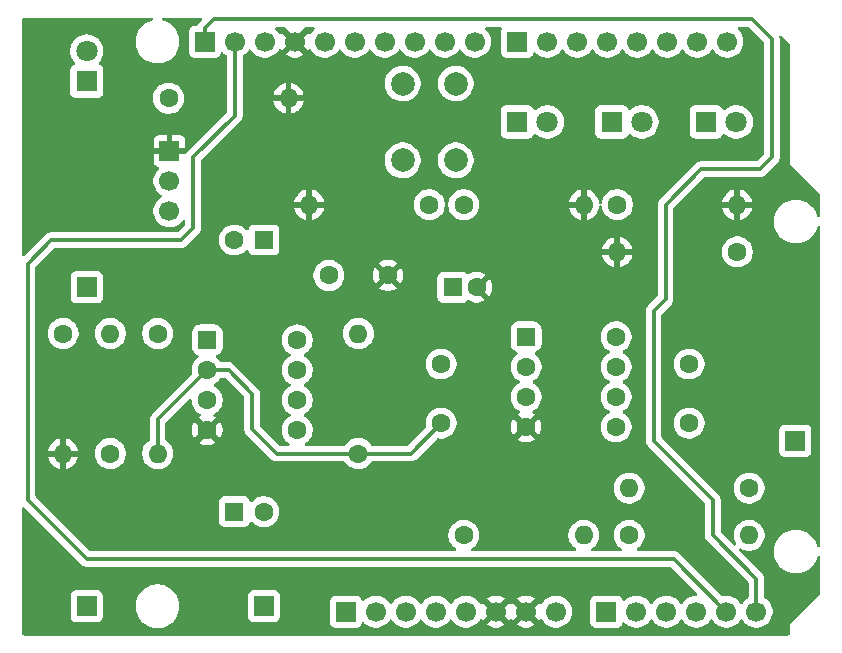
<source format=gbr>
%TF.GenerationSoftware,KiCad,Pcbnew,9.0.1*%
%TF.CreationDate,2025-05-17T19:15:48+02:00*%
%TF.ProjectId,Bandpass_Filter,42616e64-7061-4737-935f-46696c746572,v1*%
%TF.SameCoordinates,Original*%
%TF.FileFunction,Copper,L4,Bot*%
%TF.FilePolarity,Positive*%
%FSLAX46Y46*%
G04 Gerber Fmt 4.6, Leading zero omitted, Abs format (unit mm)*
G04 Created by KiCad (PCBNEW 9.0.1) date 2025-05-17 19:15:48*
%MOMM*%
%LPD*%
G01*
G04 APERTURE LIST*
G04 Aperture macros list*
%AMRoundRect*
0 Rectangle with rounded corners*
0 $1 Rounding radius*
0 $2 $3 $4 $5 $6 $7 $8 $9 X,Y pos of 4 corners*
0 Add a 4 corners polygon primitive as box body*
4,1,4,$2,$3,$4,$5,$6,$7,$8,$9,$2,$3,0*
0 Add four circle primitives for the rounded corners*
1,1,$1+$1,$2,$3*
1,1,$1+$1,$4,$5*
1,1,$1+$1,$6,$7*
1,1,$1+$1,$8,$9*
0 Add four rect primitives between the rounded corners*
20,1,$1+$1,$2,$3,$4,$5,0*
20,1,$1+$1,$4,$5,$6,$7,0*
20,1,$1+$1,$6,$7,$8,$9,0*
20,1,$1+$1,$8,$9,$2,$3,0*%
G04 Aperture macros list end*
%TA.AperFunction,ComponentPad*%
%ADD10R,1.800000X1.800000*%
%TD*%
%TA.AperFunction,ComponentPad*%
%ADD11C,1.800000*%
%TD*%
%TA.AperFunction,ComponentPad*%
%ADD12C,1.600000*%
%TD*%
%TA.AperFunction,ComponentPad*%
%ADD13O,1.600000X1.600000*%
%TD*%
%TA.AperFunction,ComponentPad*%
%ADD14R,1.700000X1.700000*%
%TD*%
%TA.AperFunction,ComponentPad*%
%ADD15R,1.600000X1.600000*%
%TD*%
%TA.AperFunction,ComponentPad*%
%ADD16RoundRect,0.250000X-0.550000X-0.550000X0.550000X-0.550000X0.550000X0.550000X-0.550000X0.550000X0*%
%TD*%
%TA.AperFunction,ComponentPad*%
%ADD17C,2.000000*%
%TD*%
%TA.AperFunction,ComponentPad*%
%ADD18C,1.700000*%
%TD*%
%TA.AperFunction,Conductor*%
%ADD19C,0.300000*%
%TD*%
G04 APERTURE END LIST*
D10*
%TO.P,D1,1,K*%
%TO.N,Net-(D1-K)*%
X106000000Y-52540000D03*
D11*
%TO.P,D1,2,A*%
%TO.N,+5V*%
X106000000Y-50000000D03*
%TD*%
D12*
%TO.P,R11,1*%
%TO.N,Net-(D3-K)*%
X150920000Y-63000000D03*
D13*
%TO.P,R11,2*%
%TO.N,GND*%
X161080000Y-63000000D03*
%TD*%
D12*
%TO.P,R2,1*%
%TO.N,/V_cm*%
X104000000Y-73920000D03*
D13*
%TO.P,R2,2*%
%TO.N,GND*%
X104000000Y-84080000D03*
%TD*%
D12*
%TO.P,C6,1*%
%TO.N,Net-(U1--)*%
X157000000Y-76500000D03*
%TO.P,C6,2*%
%TO.N,Net-(C6-Pad2)*%
X157000000Y-81500000D03*
%TD*%
%TO.P,R7,1*%
%TO.N,Net-(C6-Pad2)*%
X162080000Y-87000000D03*
D13*
%TO.P,R7,2*%
%TO.N,/A0*%
X151920000Y-87000000D03*
%TD*%
D12*
%TO.P,R9,1*%
%TO.N,/7*%
X135000000Y-63000000D03*
D13*
%TO.P,R9,2*%
%TO.N,GND*%
X124840000Y-63000000D03*
%TD*%
D14*
%TO.P,TP2,1,1*%
%TO.N,Net-(C6-Pad2)*%
X166000000Y-83000000D03*
%TD*%
D12*
%TO.P,R8,1*%
%TO.N,Net-(D1-K)*%
X112920000Y-54000000D03*
D13*
%TO.P,R8,2*%
%TO.N,GND*%
X123080000Y-54000000D03*
%TD*%
D14*
%TO.P,TP3,1,1*%
%TO.N,/Radar_input*%
X106000000Y-70000000D03*
%TD*%
D10*
%TO.P,D2,1,K*%
%TO.N,Net-(D2-K)*%
X142460000Y-56000000D03*
D11*
%TO.P,D2,2,A*%
%TO.N,/\u002A6*%
X145000000Y-56000000D03*
%TD*%
D12*
%TO.P,C4,1*%
%TO.N,/V_cm*%
X126500000Y-69000000D03*
%TO.P,C4,2*%
%TO.N,GND*%
X131500000Y-69000000D03*
%TD*%
D14*
%TO.P,TP1,1,1*%
%TO.N,Net-(C3-Pad2)*%
X121000000Y-97000000D03*
%TD*%
D15*
%TO.P,C2,1*%
%TO.N,/V_cm*%
X137000000Y-70000000D03*
D12*
%TO.P,C2,2*%
%TO.N,GND*%
X139000000Y-70000000D03*
%TD*%
D16*
%TO.P,U3,1,NC*%
%TO.N,unconnected-(U3-NC-Pad1)*%
X116195000Y-74460000D03*
D12*
%TO.P,U3,2,-*%
%TO.N,Net-(U3--)*%
X116195000Y-77000000D03*
%TO.P,U3,3,+*%
%TO.N,/V_cm*%
X116195000Y-79540000D03*
%TO.P,U3,4,V-*%
%TO.N,GND*%
X116195000Y-82080000D03*
%TO.P,U3,5,NC*%
%TO.N,unconnected-(U3-NC-Pad5)*%
X123815000Y-82080000D03*
%TO.P,U3,6*%
%TO.N,Net-(C3-Pad2)*%
X123815000Y-79540000D03*
%TO.P,U3,7,V+*%
%TO.N,+5V*%
X123815000Y-77000000D03*
%TO.P,U3,8,NC*%
%TO.N,unconnected-(U3-NC-Pad8)*%
X123815000Y-74460000D03*
%TD*%
%TO.P,R1,1*%
%TO.N,+5V*%
X108000000Y-84080000D03*
D13*
%TO.P,R1,2*%
%TO.N,/V_cm*%
X108000000Y-73920000D03*
%TD*%
D12*
%TO.P,R12,1*%
%TO.N,Net-(D4-K)*%
X161080000Y-67000000D03*
D13*
%TO.P,R12,2*%
%TO.N,GND*%
X150920000Y-67000000D03*
%TD*%
D15*
%TO.P,C5,1*%
%TO.N,Net-(C3-Pad2)*%
X118500000Y-89000000D03*
D12*
%TO.P,C5,2*%
%TO.N,Net-(C5-Pad2)*%
X121000000Y-89000000D03*
%TD*%
D10*
%TO.P,D3,1,K*%
%TO.N,Net-(D3-K)*%
X150460000Y-56000000D03*
D11*
%TO.P,D3,2,A*%
%TO.N,/\u002A5*%
X153000000Y-56000000D03*
%TD*%
D12*
%TO.P,R5,1*%
%TO.N,Net-(C5-Pad2)*%
X137920000Y-91000000D03*
D13*
%TO.P,R5,2*%
%TO.N,Net-(U1--)*%
X148080000Y-91000000D03*
%TD*%
D12*
%TO.P,C3,1*%
%TO.N,Net-(U3--)*%
X136000000Y-81500000D03*
%TO.P,C3,2*%
%TO.N,Net-(C3-Pad2)*%
X136000000Y-76500000D03*
%TD*%
%TO.P,R4,1*%
%TO.N,Net-(U3--)*%
X129000000Y-84080000D03*
D13*
%TO.P,R4,2*%
%TO.N,Net-(C3-Pad2)*%
X129000000Y-73920000D03*
%TD*%
D12*
%TO.P,R6,1*%
%TO.N,Net-(U1--)*%
X151920000Y-91000000D03*
D13*
%TO.P,R6,2*%
%TO.N,Net-(C6-Pad2)*%
X162080000Y-91000000D03*
%TD*%
D17*
%TO.P,SW1,1,1*%
%TO.N,/7*%
X132750000Y-59250000D03*
X132750000Y-52750000D03*
%TO.P,SW1,2,2*%
%TO.N,+5V*%
X137250000Y-59250000D03*
X137250000Y-52750000D03*
%TD*%
D10*
%TO.P,D4,1,K*%
%TO.N,Net-(D4-K)*%
X158460000Y-56000000D03*
D11*
%TO.P,D4,2,A*%
%TO.N,/4*%
X161000000Y-56000000D03*
%TD*%
D15*
%TO.P,C1,1*%
%TO.N,Net-(C1-Pad1)*%
X121000000Y-66000000D03*
D12*
%TO.P,C1,2*%
%TO.N,/Radar_input*%
X118500000Y-66000000D03*
%TD*%
D16*
%TO.P,U1,1,NC*%
%TO.N,unconnected-(U1-NC-Pad1)*%
X143195000Y-74190000D03*
D12*
%TO.P,U1,2,-*%
%TO.N,Net-(U1--)*%
X143195000Y-76730000D03*
%TO.P,U1,3,+*%
%TO.N,/V_cm*%
X143195000Y-79270000D03*
%TO.P,U1,4,V-*%
%TO.N,GND*%
X143195000Y-81810000D03*
%TO.P,U1,5,NC*%
%TO.N,unconnected-(U1-NC-Pad5)*%
X150815000Y-81810000D03*
%TO.P,U1,6*%
%TO.N,Net-(C6-Pad2)*%
X150815000Y-79270000D03*
%TO.P,U1,7,V+*%
%TO.N,+5V*%
X150815000Y-76730000D03*
%TO.P,U1,8,NC*%
%TO.N,unconnected-(U1-NC-Pad8)*%
X150815000Y-74190000D03*
%TD*%
%TO.P,R10,1*%
%TO.N,Net-(D2-K)*%
X137920000Y-63000000D03*
D13*
%TO.P,R10,2*%
%TO.N,GND*%
X148080000Y-63000000D03*
%TD*%
D14*
%TO.P,TP4,1,1*%
%TO.N,/V_cm*%
X106000000Y-97000000D03*
%TD*%
D12*
%TO.P,R3,1*%
%TO.N,Net-(C1-Pad1)*%
X112000000Y-73920000D03*
D13*
%TO.P,R3,2*%
%TO.N,Net-(U3--)*%
X112000000Y-84080000D03*
%TD*%
D14*
%TO.P,J5,1,Pin_1*%
%TO.N,GND*%
X113000000Y-58475000D03*
D18*
%TO.P,J5,2,Pin_2*%
%TO.N,/Radar_input*%
X113000000Y-61015000D03*
%TO.P,J5,3,Pin_3*%
%TO.N,+5V*%
X113000000Y-63555000D03*
%TD*%
D14*
%TO.P,J1,1,Pin_1*%
%TO.N,unconnected-(J1-Pin_1-Pad1)*%
X127940000Y-97460000D03*
D18*
%TO.P,J1,2,Pin_2*%
%TO.N,/IOREF*%
X130480000Y-97460000D03*
%TO.P,J1,3,Pin_3*%
%TO.N,/~{RESET}*%
X133020000Y-97460000D03*
%TO.P,J1,4,Pin_4*%
%TO.N,unconnected-(J1-Pin_4-Pad4)*%
X135560000Y-97460000D03*
%TO.P,J1,5,Pin_5*%
%TO.N,+5V*%
X138100000Y-97460000D03*
%TO.P,J1,6,Pin_6*%
%TO.N,GND*%
X140640000Y-97460000D03*
%TO.P,J1,7,Pin_7*%
X143180000Y-97460000D03*
%TO.P,J1,8,Pin_8*%
%TO.N,unconnected-(J1-Pin_8-Pad8)*%
X145720000Y-97460000D03*
%TD*%
D14*
%TO.P,J3,1,Pin_1*%
%TO.N,/A0*%
X150000000Y-97460000D03*
D18*
%TO.P,J3,2,Pin_2*%
%TO.N,/A1*%
X152540000Y-97460000D03*
%TO.P,J3,3,Pin_3*%
%TO.N,/A2*%
X155080000Y-97460000D03*
%TO.P,J3,4,Pin_4*%
%TO.N,/A3*%
X157620000Y-97460000D03*
%TO.P,J3,5,Pin_5*%
%TO.N,/SDA{slash}A4*%
X160160000Y-97460000D03*
%TO.P,J3,6,Pin_6*%
%TO.N,/SCL{slash}A5*%
X162700000Y-97460000D03*
%TD*%
D14*
%TO.P,J2,1,Pin_1*%
%TO.N,/SCL{slash}A5*%
X116000000Y-49200000D03*
D18*
%TO.P,J2,2,Pin_2*%
%TO.N,/SDA{slash}A4*%
X118540000Y-49200000D03*
%TO.P,J2,3,Pin_3*%
%TO.N,/AREF*%
X121080000Y-49200000D03*
%TO.P,J2,4,Pin_4*%
%TO.N,GND*%
X123620000Y-49200000D03*
%TO.P,J2,5,Pin_5*%
%TO.N,/13*%
X126160000Y-49200000D03*
%TO.P,J2,6,Pin_6*%
%TO.N,/12*%
X128700000Y-49200000D03*
%TO.P,J2,7,Pin_7*%
%TO.N,/\u002A11*%
X131240000Y-49200000D03*
%TO.P,J2,8,Pin_8*%
%TO.N,/\u002A10*%
X133780000Y-49200000D03*
%TO.P,J2,9,Pin_9*%
%TO.N,/\u002A9*%
X136320000Y-49200000D03*
%TO.P,J2,10,Pin_10*%
%TO.N,/8*%
X138860000Y-49200000D03*
%TD*%
D14*
%TO.P,J4,1,Pin_1*%
%TO.N,/7*%
X142460000Y-49200000D03*
D18*
%TO.P,J4,2,Pin_2*%
%TO.N,/\u002A6*%
X145000000Y-49200000D03*
%TO.P,J4,3,Pin_3*%
%TO.N,/\u002A5*%
X147540000Y-49200000D03*
%TO.P,J4,4,Pin_4*%
%TO.N,/4*%
X150080000Y-49200000D03*
%TO.P,J4,5,Pin_5*%
%TO.N,/\u002A3*%
X152620000Y-49200000D03*
%TO.P,J4,6,Pin_6*%
%TO.N,/2*%
X155160000Y-49200000D03*
%TO.P,J4,7,Pin_7*%
%TO.N,/TX{slash}1*%
X157700000Y-49200000D03*
%TO.P,J4,8,Pin_8*%
%TO.N,/RX{slash}0*%
X160240000Y-49200000D03*
%TD*%
D19*
%TO.N,/SDA{slash}A4*%
X101000000Y-68000000D02*
X101000000Y-88000000D01*
X103000000Y-66000000D02*
X101000000Y-68000000D01*
X118540000Y-55460000D02*
X115000000Y-59000000D01*
X114000000Y-66000000D02*
X103000000Y-66000000D01*
X106000000Y-93000000D02*
X155700000Y-93000000D01*
X115000000Y-65000000D02*
X114000000Y-66000000D01*
X101000000Y-88000000D02*
X106000000Y-93000000D01*
X118540000Y-49200000D02*
X118540000Y-55460000D01*
X115000000Y-59000000D02*
X115000000Y-65000000D01*
X155700000Y-93000000D02*
X160160000Y-97460000D01*
%TO.N,/SCL{slash}A5*%
X164000000Y-49000000D02*
X164000000Y-59000000D01*
X155000000Y-63000000D02*
X155000000Y-71000000D01*
X116000000Y-49200000D02*
X116000000Y-48050000D01*
X154000000Y-72000000D02*
X154000000Y-83000000D01*
X154000000Y-83000000D02*
X159000000Y-88000000D01*
X164000000Y-59000000D02*
X163000000Y-60000000D01*
X159000000Y-91000000D02*
X162700000Y-94700000D01*
X159000000Y-88000000D02*
X159000000Y-91000000D01*
X163000000Y-60000000D02*
X158000000Y-60000000D01*
X116000000Y-48050000D02*
X116739000Y-47311000D01*
X162311000Y-47311000D02*
X164000000Y-49000000D01*
X155000000Y-71000000D02*
X154000000Y-72000000D01*
X116739000Y-47311000D02*
X162311000Y-47311000D01*
X158000000Y-60000000D02*
X155000000Y-63000000D01*
X162700000Y-94700000D02*
X162700000Y-97460000D01*
%TO.N,Net-(U3--)*%
X120000000Y-82000000D02*
X122080000Y-84080000D01*
X133420000Y-84080000D02*
X136000000Y-81500000D01*
X116195000Y-77000000D02*
X118000000Y-77000000D01*
X120000000Y-79000000D02*
X120000000Y-82000000D01*
X112000000Y-84080000D02*
X112000000Y-81195000D01*
X122080000Y-84080000D02*
X129000000Y-84080000D01*
X129000000Y-84080000D02*
X133420000Y-84080000D01*
X112000000Y-81195000D02*
X116195000Y-77000000D01*
X118000000Y-77000000D02*
X120000000Y-79000000D01*
%TD*%
%TA.AperFunction,Conductor*%
%TO.N,GND*%
G36*
X164819713Y-48693774D02*
G01*
X164846033Y-48713847D01*
X165503181Y-49370995D01*
X165536666Y-49432318D01*
X165539500Y-49458676D01*
X165539500Y-59294108D01*
X165539500Y-59425892D01*
X165541238Y-59432379D01*
X165573608Y-59553187D01*
X165581633Y-59567086D01*
X165639500Y-59667314D01*
X165639502Y-59667316D01*
X168043181Y-62070995D01*
X168076666Y-62132318D01*
X168079500Y-62158676D01*
X168079500Y-63959860D01*
X168059815Y-64026899D01*
X168007011Y-64072654D01*
X167937853Y-64082598D01*
X167874297Y-64053573D01*
X167836523Y-63994795D01*
X167835725Y-63991954D01*
X167796054Y-63843900D01*
X167703224Y-63619788D01*
X167581936Y-63409711D01*
X167456014Y-63245606D01*
X167434266Y-63217263D01*
X167434260Y-63217256D01*
X167262743Y-63045739D01*
X167262736Y-63045733D01*
X167070293Y-62898067D01*
X167070292Y-62898066D01*
X167070289Y-62898064D01*
X166860212Y-62776776D01*
X166857380Y-62775603D01*
X166636104Y-62683947D01*
X166401785Y-62621161D01*
X166161289Y-62589500D01*
X166161288Y-62589500D01*
X165918712Y-62589500D01*
X165918711Y-62589500D01*
X165678214Y-62621161D01*
X165443895Y-62683947D01*
X165219794Y-62776773D01*
X165219785Y-62776777D01*
X165009706Y-62898067D01*
X164817263Y-63045733D01*
X164817256Y-63045739D01*
X164645739Y-63217256D01*
X164645733Y-63217263D01*
X164498067Y-63409706D01*
X164376777Y-63619785D01*
X164376773Y-63619794D01*
X164283947Y-63843895D01*
X164221161Y-64078214D01*
X164189500Y-64318711D01*
X164189500Y-64561288D01*
X164211347Y-64727240D01*
X164221162Y-64801789D01*
X164224427Y-64813973D01*
X164283947Y-65036104D01*
X164348554Y-65192079D01*
X164376776Y-65260212D01*
X164498064Y-65470289D01*
X164498066Y-65470292D01*
X164498067Y-65470293D01*
X164645733Y-65662736D01*
X164645739Y-65662743D01*
X164817256Y-65834260D01*
X164817262Y-65834265D01*
X165009711Y-65981936D01*
X165219788Y-66103224D01*
X165443900Y-66196054D01*
X165678211Y-66258838D01*
X165858586Y-66282584D01*
X165918711Y-66290500D01*
X165918712Y-66290500D01*
X166161289Y-66290500D01*
X166209388Y-66284167D01*
X166401789Y-66258838D01*
X166636100Y-66196054D01*
X166860212Y-66103224D01*
X167070289Y-65981936D01*
X167262738Y-65834265D01*
X167434265Y-65662738D01*
X167581936Y-65470289D01*
X167703224Y-65260212D01*
X167796054Y-65036100D01*
X167835726Y-64888043D01*
X167872090Y-64828385D01*
X167934937Y-64797856D01*
X168004313Y-64806151D01*
X168058191Y-64850636D01*
X168079465Y-64917188D01*
X168079500Y-64920139D01*
X168079500Y-91899860D01*
X168059815Y-91966899D01*
X168007011Y-92012654D01*
X167937853Y-92022598D01*
X167874297Y-91993573D01*
X167836523Y-91934795D01*
X167835725Y-91931954D01*
X167796054Y-91783900D01*
X167703224Y-91559788D01*
X167581936Y-91349711D01*
X167521018Y-91270321D01*
X167434266Y-91157263D01*
X167434260Y-91157256D01*
X167262743Y-90985739D01*
X167262736Y-90985733D01*
X167070293Y-90838067D01*
X167070292Y-90838066D01*
X167070289Y-90838064D01*
X166860212Y-90716776D01*
X166804241Y-90693592D01*
X166636104Y-90623947D01*
X166401785Y-90561161D01*
X166161289Y-90529500D01*
X166161288Y-90529500D01*
X165918712Y-90529500D01*
X165918711Y-90529500D01*
X165678214Y-90561161D01*
X165443895Y-90623947D01*
X165219794Y-90716773D01*
X165219785Y-90716777D01*
X165009706Y-90838067D01*
X164817263Y-90985733D01*
X164817256Y-90985739D01*
X164645739Y-91157256D01*
X164645733Y-91157263D01*
X164498067Y-91349706D01*
X164376777Y-91559785D01*
X164376773Y-91559794D01*
X164283947Y-91783895D01*
X164221161Y-92018214D01*
X164189500Y-92258711D01*
X164189500Y-92501288D01*
X164221161Y-92741785D01*
X164283947Y-92976104D01*
X164376773Y-93200205D01*
X164376776Y-93200212D01*
X164498064Y-93410289D01*
X164498066Y-93410292D01*
X164498067Y-93410293D01*
X164645733Y-93602736D01*
X164645739Y-93602743D01*
X164817256Y-93774260D01*
X164817262Y-93774265D01*
X165009711Y-93921936D01*
X165219788Y-94043224D01*
X165443900Y-94136054D01*
X165678211Y-94198838D01*
X165858586Y-94222584D01*
X165918711Y-94230500D01*
X165918712Y-94230500D01*
X166161289Y-94230500D01*
X166209388Y-94224167D01*
X166401789Y-94198838D01*
X166636100Y-94136054D01*
X166860212Y-94043224D01*
X167070289Y-93921936D01*
X167262738Y-93774265D01*
X167434265Y-93602738D01*
X167581936Y-93410289D01*
X167703224Y-93200212D01*
X167796054Y-92976100D01*
X167835726Y-92828043D01*
X167872090Y-92768385D01*
X167934937Y-92737856D01*
X168004313Y-92746151D01*
X168058191Y-92790636D01*
X168079465Y-92857188D01*
X168079500Y-92860139D01*
X168079500Y-95931324D01*
X168059815Y-95998363D01*
X168043181Y-96019005D01*
X165639502Y-98422683D01*
X165639500Y-98422686D01*
X165573608Y-98536812D01*
X165539500Y-98664108D01*
X165539500Y-99228242D01*
X165537973Y-99247639D01*
X165537973Y-99247641D01*
X165529773Y-99299411D01*
X165517785Y-99336307D01*
X165498474Y-99374207D01*
X165475670Y-99405593D01*
X165445593Y-99435670D01*
X165414207Y-99458474D01*
X165376307Y-99477785D01*
X165339411Y-99489773D01*
X165309068Y-99494579D01*
X165287639Y-99497973D01*
X165268243Y-99499500D01*
X100771757Y-99499500D01*
X100752360Y-99497973D01*
X100718098Y-99492546D01*
X100700588Y-99489773D01*
X100663695Y-99477786D01*
X100625790Y-99458472D01*
X100594406Y-99435670D01*
X100564329Y-99405593D01*
X100541528Y-99374211D01*
X100522212Y-99336301D01*
X100510227Y-99299417D01*
X100502025Y-99247630D01*
X100500500Y-99228242D01*
X100500500Y-96101345D01*
X104641500Y-96101345D01*
X104641500Y-97898654D01*
X104648011Y-97959202D01*
X104648011Y-97959204D01*
X104674527Y-98030293D01*
X104699111Y-98096204D01*
X104786739Y-98213261D01*
X104903796Y-98300889D01*
X105040799Y-98351989D01*
X105068050Y-98354918D01*
X105101345Y-98358499D01*
X105101362Y-98358500D01*
X106898638Y-98358500D01*
X106898654Y-98358499D01*
X106925692Y-98355591D01*
X106959201Y-98351989D01*
X107096204Y-98300889D01*
X107213261Y-98213261D01*
X107300889Y-98096204D01*
X107351989Y-97959201D01*
X107355591Y-97925692D01*
X107358499Y-97898654D01*
X107358500Y-97898637D01*
X107358500Y-96878711D01*
X110149500Y-96878711D01*
X110149500Y-97121288D01*
X110181161Y-97361785D01*
X110243947Y-97596104D01*
X110314738Y-97767007D01*
X110336776Y-97820212D01*
X110458064Y-98030289D01*
X110458066Y-98030292D01*
X110458067Y-98030293D01*
X110605733Y-98222736D01*
X110605739Y-98222743D01*
X110777256Y-98394260D01*
X110777263Y-98394266D01*
X110809763Y-98419204D01*
X110969711Y-98541936D01*
X111179788Y-98663224D01*
X111403900Y-98756054D01*
X111638211Y-98818838D01*
X111818586Y-98842584D01*
X111878711Y-98850500D01*
X111878712Y-98850500D01*
X112121289Y-98850500D01*
X112169388Y-98844167D01*
X112361789Y-98818838D01*
X112596100Y-98756054D01*
X112820212Y-98663224D01*
X113030289Y-98541936D01*
X113222738Y-98394265D01*
X113394265Y-98222738D01*
X113541936Y-98030289D01*
X113663224Y-97820212D01*
X113756054Y-97596100D01*
X113818838Y-97361789D01*
X113850500Y-97121288D01*
X113850500Y-96878712D01*
X113818838Y-96638211D01*
X113756054Y-96403900D01*
X113663224Y-96179788D01*
X113617935Y-96101345D01*
X119641500Y-96101345D01*
X119641500Y-97898654D01*
X119648011Y-97959202D01*
X119648011Y-97959204D01*
X119674527Y-98030293D01*
X119699111Y-98096204D01*
X119786739Y-98213261D01*
X119903796Y-98300889D01*
X120040799Y-98351989D01*
X120068050Y-98354918D01*
X120101345Y-98358499D01*
X120101362Y-98358500D01*
X121898638Y-98358500D01*
X121898654Y-98358499D01*
X121925692Y-98355591D01*
X121959201Y-98351989D01*
X122096204Y-98300889D01*
X122213261Y-98213261D01*
X122300889Y-98096204D01*
X122351989Y-97959201D01*
X122355591Y-97925692D01*
X122358499Y-97898654D01*
X122358500Y-97898637D01*
X122358500Y-96561345D01*
X126581500Y-96561345D01*
X126581500Y-98358654D01*
X126588011Y-98419202D01*
X126588011Y-98419204D01*
X126631878Y-98536812D01*
X126639111Y-98556204D01*
X126726739Y-98673261D01*
X126843796Y-98760889D01*
X126980799Y-98811989D01*
X127008050Y-98814918D01*
X127041345Y-98818499D01*
X127041362Y-98818500D01*
X128838638Y-98818500D01*
X128838654Y-98818499D01*
X128865692Y-98815591D01*
X128899201Y-98811989D01*
X129036204Y-98760889D01*
X129153261Y-98673261D01*
X129240889Y-98556204D01*
X129285957Y-98435371D01*
X129327827Y-98379442D01*
X129393291Y-98355025D01*
X129461564Y-98369877D01*
X129489818Y-98391028D01*
X129594996Y-98496206D01*
X129767991Y-98621894D01*
X129850841Y-98664108D01*
X129958516Y-98718972D01*
X129958519Y-98718973D01*
X130060200Y-98752010D01*
X130161884Y-98785049D01*
X130373084Y-98818500D01*
X130373085Y-98818500D01*
X130586915Y-98818500D01*
X130586916Y-98818500D01*
X130798116Y-98785049D01*
X131001483Y-98718972D01*
X131192009Y-98621894D01*
X131365004Y-98496206D01*
X131516206Y-98345004D01*
X131641894Y-98172009D01*
X131641896Y-98172004D01*
X131644270Y-98168132D01*
X131696080Y-98121254D01*
X131765009Y-98109829D01*
X131829173Y-98137483D01*
X131855730Y-98168132D01*
X131858103Y-98172005D01*
X131858105Y-98172008D01*
X131858106Y-98172009D01*
X131983794Y-98345004D01*
X132134996Y-98496206D01*
X132307991Y-98621894D01*
X132390841Y-98664108D01*
X132498516Y-98718972D01*
X132498519Y-98718973D01*
X132600200Y-98752010D01*
X132701884Y-98785049D01*
X132913084Y-98818500D01*
X132913085Y-98818500D01*
X133126915Y-98818500D01*
X133126916Y-98818500D01*
X133338116Y-98785049D01*
X133541483Y-98718972D01*
X133732009Y-98621894D01*
X133905004Y-98496206D01*
X134056206Y-98345004D01*
X134181894Y-98172009D01*
X134181896Y-98172004D01*
X134184270Y-98168132D01*
X134236080Y-98121254D01*
X134305009Y-98109829D01*
X134369173Y-98137483D01*
X134395730Y-98168132D01*
X134398103Y-98172005D01*
X134398105Y-98172008D01*
X134398106Y-98172009D01*
X134523794Y-98345004D01*
X134674996Y-98496206D01*
X134847991Y-98621894D01*
X134930841Y-98664108D01*
X135038516Y-98718972D01*
X135038519Y-98718973D01*
X135140200Y-98752010D01*
X135241884Y-98785049D01*
X135453084Y-98818500D01*
X135453085Y-98818500D01*
X135666915Y-98818500D01*
X135666916Y-98818500D01*
X135878116Y-98785049D01*
X136081483Y-98718972D01*
X136272009Y-98621894D01*
X136445004Y-98496206D01*
X136596206Y-98345004D01*
X136721894Y-98172009D01*
X136721896Y-98172004D01*
X136724270Y-98168132D01*
X136776080Y-98121254D01*
X136845009Y-98109829D01*
X136909173Y-98137483D01*
X136935730Y-98168132D01*
X136938103Y-98172005D01*
X136938105Y-98172008D01*
X136938106Y-98172009D01*
X137063794Y-98345004D01*
X137214996Y-98496206D01*
X137387991Y-98621894D01*
X137470841Y-98664108D01*
X137578516Y-98718972D01*
X137578519Y-98718973D01*
X137680200Y-98752010D01*
X137781884Y-98785049D01*
X137993084Y-98818500D01*
X137993085Y-98818500D01*
X138206915Y-98818500D01*
X138206916Y-98818500D01*
X138418116Y-98785049D01*
X138621483Y-98718972D01*
X138812009Y-98621894D01*
X138985004Y-98496206D01*
X139136206Y-98345004D01*
X139261894Y-98172009D01*
X139264283Y-98167319D01*
X139312254Y-98116522D01*
X139380074Y-98099724D01*
X139446210Y-98122258D01*
X139482196Y-98163783D01*
X139482829Y-98163396D01*
X139485167Y-98167211D01*
X139485251Y-98167308D01*
X139485371Y-98167545D01*
X139485373Y-98167547D01*
X139524728Y-98221716D01*
X140157037Y-97589408D01*
X140174075Y-97652993D01*
X140239901Y-97767007D01*
X140332993Y-97860099D01*
X140447007Y-97925925D01*
X140510590Y-97942962D01*
X139878282Y-98575269D01*
X139878282Y-98575270D01*
X139932449Y-98614624D01*
X140121782Y-98711095D01*
X140323870Y-98776757D01*
X140533754Y-98810000D01*
X140746246Y-98810000D01*
X140956127Y-98776757D01*
X140956130Y-98776757D01*
X141158217Y-98711095D01*
X141347554Y-98614622D01*
X141401716Y-98575270D01*
X141401717Y-98575270D01*
X140769408Y-97942962D01*
X140832993Y-97925925D01*
X140947007Y-97860099D01*
X141040099Y-97767007D01*
X141105925Y-97652993D01*
X141122962Y-97589409D01*
X141755270Y-98221717D01*
X141755270Y-98221716D01*
X141794622Y-98167554D01*
X141799514Y-98157954D01*
X141847488Y-98107157D01*
X141915308Y-98090361D01*
X141981444Y-98112897D01*
X142020486Y-98157954D01*
X142025375Y-98167550D01*
X142064728Y-98221716D01*
X142697037Y-97589408D01*
X142714075Y-97652993D01*
X142779901Y-97767007D01*
X142872993Y-97860099D01*
X142987007Y-97925925D01*
X143050590Y-97942962D01*
X142418282Y-98575269D01*
X142418282Y-98575270D01*
X142472449Y-98614624D01*
X142661782Y-98711095D01*
X142863870Y-98776757D01*
X143073754Y-98810000D01*
X143286246Y-98810000D01*
X143496127Y-98776757D01*
X143496130Y-98776757D01*
X143698217Y-98711095D01*
X143887554Y-98614622D01*
X143941716Y-98575270D01*
X143941717Y-98575270D01*
X143309408Y-97942962D01*
X143372993Y-97925925D01*
X143487007Y-97860099D01*
X143580099Y-97767007D01*
X143645925Y-97652993D01*
X143662962Y-97589409D01*
X144295270Y-98221717D01*
X144295270Y-98221716D01*
X144334621Y-98167556D01*
X144334738Y-98167327D01*
X144334808Y-98167252D01*
X144337168Y-98163402D01*
X144337976Y-98163897D01*
X144382707Y-98116526D01*
X144450526Y-98099723D01*
X144516663Y-98122254D01*
X144555712Y-98167311D01*
X144558105Y-98172008D01*
X144588077Y-98213261D01*
X144683794Y-98345004D01*
X144834996Y-98496206D01*
X145007991Y-98621894D01*
X145090841Y-98664108D01*
X145198516Y-98718972D01*
X145198519Y-98718973D01*
X145300200Y-98752010D01*
X145401884Y-98785049D01*
X145613084Y-98818500D01*
X145613085Y-98818500D01*
X145826915Y-98818500D01*
X145826916Y-98818500D01*
X146038116Y-98785049D01*
X146241483Y-98718972D01*
X146432009Y-98621894D01*
X146605004Y-98496206D01*
X146756206Y-98345004D01*
X146881894Y-98172009D01*
X146978972Y-97981483D01*
X147045049Y-97778116D01*
X147078500Y-97566916D01*
X147078500Y-97353084D01*
X147045049Y-97141884D01*
X146978972Y-96938517D01*
X146978972Y-96938516D01*
X146923495Y-96829638D01*
X146881894Y-96747991D01*
X146756206Y-96574996D01*
X146605004Y-96423794D01*
X146432009Y-96298106D01*
X146378499Y-96270841D01*
X146241483Y-96201027D01*
X146241480Y-96201026D01*
X146038117Y-96134951D01*
X145932516Y-96118225D01*
X145826916Y-96101500D01*
X145613084Y-96101500D01*
X145542684Y-96112650D01*
X145401882Y-96134951D01*
X145198519Y-96201026D01*
X145198516Y-96201027D01*
X145007990Y-96298106D01*
X144834993Y-96423796D01*
X144683796Y-96574993D01*
X144558103Y-96747994D01*
X144555709Y-96752693D01*
X144507731Y-96803485D01*
X144439908Y-96820275D01*
X144373775Y-96797732D01*
X144337804Y-96756215D01*
X144337171Y-96756604D01*
X144334826Y-96752778D01*
X144334743Y-96752682D01*
X144334624Y-96752449D01*
X144295270Y-96698282D01*
X144295269Y-96698282D01*
X143662962Y-97330590D01*
X143645925Y-97267007D01*
X143580099Y-97152993D01*
X143487007Y-97059901D01*
X143372993Y-96994075D01*
X143309409Y-96977037D01*
X143941716Y-96344728D01*
X143887550Y-96305375D01*
X143698217Y-96208904D01*
X143496129Y-96143242D01*
X143286246Y-96110000D01*
X143073754Y-96110000D01*
X142863872Y-96143242D01*
X142863869Y-96143242D01*
X142661782Y-96208904D01*
X142472439Y-96305380D01*
X142418282Y-96344727D01*
X142418282Y-96344728D01*
X143050591Y-96977037D01*
X142987007Y-96994075D01*
X142872993Y-97059901D01*
X142779901Y-97152993D01*
X142714075Y-97267007D01*
X142697037Y-97330591D01*
X142064728Y-96698282D01*
X142064727Y-96698282D01*
X142025380Y-96752440D01*
X142020483Y-96762051D01*
X141972506Y-96812845D01*
X141904684Y-96829638D01*
X141838550Y-96807098D01*
X141799516Y-96762048D01*
X141794626Y-96752452D01*
X141755270Y-96698282D01*
X141755269Y-96698282D01*
X141122962Y-97330590D01*
X141105925Y-97267007D01*
X141040099Y-97152993D01*
X140947007Y-97059901D01*
X140832993Y-96994075D01*
X140769409Y-96977037D01*
X141401716Y-96344728D01*
X141347550Y-96305375D01*
X141158217Y-96208904D01*
X140956129Y-96143242D01*
X140746246Y-96110000D01*
X140533754Y-96110000D01*
X140323872Y-96143242D01*
X140323869Y-96143242D01*
X140121782Y-96208904D01*
X139932439Y-96305380D01*
X139878282Y-96344727D01*
X139878282Y-96344728D01*
X140510591Y-96977037D01*
X140447007Y-96994075D01*
X140332993Y-97059901D01*
X140239901Y-97152993D01*
X140174075Y-97267007D01*
X140157037Y-97330591D01*
X139524728Y-96698282D01*
X139524727Y-96698282D01*
X139485380Y-96752440D01*
X139485374Y-96752449D01*
X139485246Y-96752702D01*
X139485172Y-96752780D01*
X139482838Y-96756590D01*
X139482036Y-96756099D01*
X139437264Y-96803490D01*
X139369441Y-96820275D01*
X139303309Y-96797728D01*
X139264283Y-96752680D01*
X139261894Y-96747991D01*
X139136206Y-96574996D01*
X138985004Y-96423794D01*
X138812009Y-96298106D01*
X138758499Y-96270841D01*
X138621483Y-96201027D01*
X138621480Y-96201026D01*
X138418117Y-96134951D01*
X138312516Y-96118225D01*
X138206916Y-96101500D01*
X137993084Y-96101500D01*
X137922684Y-96112650D01*
X137781882Y-96134951D01*
X137578519Y-96201026D01*
X137578516Y-96201027D01*
X137387990Y-96298106D01*
X137214993Y-96423796D01*
X137063796Y-96574993D01*
X136938105Y-96747991D01*
X136935727Y-96751873D01*
X136883914Y-96798748D01*
X136814984Y-96810169D01*
X136750822Y-96782512D01*
X136724273Y-96751873D01*
X136721894Y-96747991D01*
X136642134Y-96638211D01*
X136596206Y-96574996D01*
X136445004Y-96423794D01*
X136272009Y-96298106D01*
X136218499Y-96270841D01*
X136081483Y-96201027D01*
X136081480Y-96201026D01*
X135878117Y-96134951D01*
X135772516Y-96118225D01*
X135666916Y-96101500D01*
X135453084Y-96101500D01*
X135382684Y-96112650D01*
X135241882Y-96134951D01*
X135038519Y-96201026D01*
X135038516Y-96201027D01*
X134847990Y-96298106D01*
X134674993Y-96423796D01*
X134523796Y-96574993D01*
X134398105Y-96747991D01*
X134395727Y-96751873D01*
X134343914Y-96798748D01*
X134274984Y-96810169D01*
X134210822Y-96782512D01*
X134184273Y-96751873D01*
X134181894Y-96747991D01*
X134102134Y-96638211D01*
X134056206Y-96574996D01*
X133905004Y-96423794D01*
X133732009Y-96298106D01*
X133678499Y-96270841D01*
X133541483Y-96201027D01*
X133541480Y-96201026D01*
X133338117Y-96134951D01*
X133232516Y-96118225D01*
X133126916Y-96101500D01*
X132913084Y-96101500D01*
X132842684Y-96112650D01*
X132701882Y-96134951D01*
X132498519Y-96201026D01*
X132498516Y-96201027D01*
X132307990Y-96298106D01*
X132134993Y-96423796D01*
X131983796Y-96574993D01*
X131858105Y-96747991D01*
X131855727Y-96751873D01*
X131803914Y-96798748D01*
X131734984Y-96810169D01*
X131670822Y-96782512D01*
X131644273Y-96751873D01*
X131641894Y-96747991D01*
X131562134Y-96638211D01*
X131516206Y-96574996D01*
X131365004Y-96423794D01*
X131192009Y-96298106D01*
X131138499Y-96270841D01*
X131001483Y-96201027D01*
X131001480Y-96201026D01*
X130798117Y-96134951D01*
X130692516Y-96118225D01*
X130586916Y-96101500D01*
X130373084Y-96101500D01*
X130302684Y-96112650D01*
X130161882Y-96134951D01*
X129958519Y-96201026D01*
X129958516Y-96201027D01*
X129767990Y-96298106D01*
X129594997Y-96423793D01*
X129489818Y-96528972D01*
X129428495Y-96562456D01*
X129358803Y-96557472D01*
X129302870Y-96515600D01*
X129285958Y-96484629D01*
X129240889Y-96363796D01*
X129153261Y-96246739D01*
X129036204Y-96159111D01*
X129021182Y-96153508D01*
X128899203Y-96108011D01*
X128838654Y-96101500D01*
X128838638Y-96101500D01*
X127041362Y-96101500D01*
X127041345Y-96101500D01*
X126980797Y-96108011D01*
X126980795Y-96108011D01*
X126843795Y-96159111D01*
X126726739Y-96246739D01*
X126639111Y-96363795D01*
X126588011Y-96500795D01*
X126588011Y-96500797D01*
X126581500Y-96561345D01*
X122358500Y-96561345D01*
X122358500Y-96101362D01*
X122358499Y-96101345D01*
X122355157Y-96070270D01*
X122351989Y-96040799D01*
X122344542Y-96020834D01*
X122318548Y-95951142D01*
X122300889Y-95903796D01*
X122213261Y-95786739D01*
X122096204Y-95699111D01*
X121959203Y-95648011D01*
X121898654Y-95641500D01*
X121898638Y-95641500D01*
X120101362Y-95641500D01*
X120101345Y-95641500D01*
X120040797Y-95648011D01*
X120040795Y-95648011D01*
X119903795Y-95699111D01*
X119786739Y-95786739D01*
X119699111Y-95903795D01*
X119648011Y-96040795D01*
X119648011Y-96040797D01*
X119641500Y-96101345D01*
X113617935Y-96101345D01*
X113541936Y-95969711D01*
X113394265Y-95777262D01*
X113394260Y-95777256D01*
X113222743Y-95605739D01*
X113222736Y-95605733D01*
X113030293Y-95458067D01*
X113030292Y-95458066D01*
X113030289Y-95458064D01*
X112820212Y-95336776D01*
X112820205Y-95336773D01*
X112596104Y-95243947D01*
X112361785Y-95181161D01*
X112121289Y-95149500D01*
X112121288Y-95149500D01*
X111878712Y-95149500D01*
X111878711Y-95149500D01*
X111638214Y-95181161D01*
X111403895Y-95243947D01*
X111179794Y-95336773D01*
X111179785Y-95336777D01*
X110969706Y-95458067D01*
X110777263Y-95605733D01*
X110777256Y-95605739D01*
X110605739Y-95777256D01*
X110605733Y-95777263D01*
X110458067Y-95969706D01*
X110336777Y-96179785D01*
X110336773Y-96179794D01*
X110243947Y-96403895D01*
X110181161Y-96638214D01*
X110149500Y-96878711D01*
X107358500Y-96878711D01*
X107358500Y-96101362D01*
X107358499Y-96101345D01*
X107355157Y-96070270D01*
X107351989Y-96040799D01*
X107344542Y-96020834D01*
X107318548Y-95951142D01*
X107300889Y-95903796D01*
X107213261Y-95786739D01*
X107096204Y-95699111D01*
X106959203Y-95648011D01*
X106898654Y-95641500D01*
X106898638Y-95641500D01*
X105101362Y-95641500D01*
X105101345Y-95641500D01*
X105040797Y-95648011D01*
X105040795Y-95648011D01*
X104903795Y-95699111D01*
X104786739Y-95786739D01*
X104699111Y-95903795D01*
X104648011Y-96040795D01*
X104648011Y-96040797D01*
X104641500Y-96101345D01*
X100500500Y-96101345D01*
X100500500Y-88731122D01*
X100520185Y-88664083D01*
X100572989Y-88618328D01*
X100642147Y-88608384D01*
X100705703Y-88637409D01*
X100712181Y-88643441D01*
X105580227Y-93511488D01*
X105580228Y-93511489D01*
X105580231Y-93511491D01*
X105688083Y-93583555D01*
X105807923Y-93633194D01*
X105807927Y-93633194D01*
X105807928Y-93633195D01*
X105935140Y-93658500D01*
X105935143Y-93658500D01*
X105935144Y-93658500D01*
X106064857Y-93658500D01*
X155375878Y-93658500D01*
X155442917Y-93678185D01*
X155463559Y-93694819D01*
X157658560Y-95889819D01*
X157692045Y-95951142D01*
X157687061Y-96020834D01*
X157645189Y-96076767D01*
X157579725Y-96101184D01*
X157570879Y-96101500D01*
X157513084Y-96101500D01*
X157442684Y-96112650D01*
X157301882Y-96134951D01*
X157098519Y-96201026D01*
X157098516Y-96201027D01*
X156907990Y-96298106D01*
X156734993Y-96423796D01*
X156583796Y-96574993D01*
X156458105Y-96747991D01*
X156455727Y-96751873D01*
X156403914Y-96798748D01*
X156334984Y-96810169D01*
X156270822Y-96782512D01*
X156244273Y-96751873D01*
X156241894Y-96747991D01*
X156162134Y-96638211D01*
X156116206Y-96574996D01*
X155965004Y-96423794D01*
X155792009Y-96298106D01*
X155738499Y-96270841D01*
X155601483Y-96201027D01*
X155601480Y-96201026D01*
X155398117Y-96134951D01*
X155292516Y-96118225D01*
X155186916Y-96101500D01*
X154973084Y-96101500D01*
X154902684Y-96112650D01*
X154761882Y-96134951D01*
X154558519Y-96201026D01*
X154558516Y-96201027D01*
X154367990Y-96298106D01*
X154194993Y-96423796D01*
X154043796Y-96574993D01*
X153918105Y-96747991D01*
X153915727Y-96751873D01*
X153863914Y-96798748D01*
X153794984Y-96810169D01*
X153730822Y-96782512D01*
X153704273Y-96751873D01*
X153701894Y-96747991D01*
X153622134Y-96638211D01*
X153576206Y-96574996D01*
X153425004Y-96423794D01*
X153252009Y-96298106D01*
X153198499Y-96270841D01*
X153061483Y-96201027D01*
X153061480Y-96201026D01*
X152858117Y-96134951D01*
X152752516Y-96118225D01*
X152646916Y-96101500D01*
X152433084Y-96101500D01*
X152362684Y-96112650D01*
X152221882Y-96134951D01*
X152018519Y-96201026D01*
X152018516Y-96201027D01*
X151827990Y-96298106D01*
X151654997Y-96423793D01*
X151549818Y-96528972D01*
X151488495Y-96562456D01*
X151418803Y-96557472D01*
X151362870Y-96515600D01*
X151345958Y-96484629D01*
X151300889Y-96363796D01*
X151213261Y-96246739D01*
X151096204Y-96159111D01*
X151081182Y-96153508D01*
X150959203Y-96108011D01*
X150898654Y-96101500D01*
X150898638Y-96101500D01*
X149101362Y-96101500D01*
X149101345Y-96101500D01*
X149040797Y-96108011D01*
X149040795Y-96108011D01*
X148903795Y-96159111D01*
X148786739Y-96246739D01*
X148699111Y-96363795D01*
X148648011Y-96500795D01*
X148648011Y-96500797D01*
X148641500Y-96561345D01*
X148641500Y-98358654D01*
X148648011Y-98419202D01*
X148648011Y-98419204D01*
X148691878Y-98536812D01*
X148699111Y-98556204D01*
X148786739Y-98673261D01*
X148903796Y-98760889D01*
X149040799Y-98811989D01*
X149068050Y-98814918D01*
X149101345Y-98818499D01*
X149101362Y-98818500D01*
X150898638Y-98818500D01*
X150898654Y-98818499D01*
X150925692Y-98815591D01*
X150959201Y-98811989D01*
X151096204Y-98760889D01*
X151213261Y-98673261D01*
X151300889Y-98556204D01*
X151345957Y-98435371D01*
X151387827Y-98379442D01*
X151453291Y-98355025D01*
X151521564Y-98369877D01*
X151549818Y-98391028D01*
X151654996Y-98496206D01*
X151827991Y-98621894D01*
X151910841Y-98664108D01*
X152018516Y-98718972D01*
X152018519Y-98718973D01*
X152120200Y-98752010D01*
X152221884Y-98785049D01*
X152433084Y-98818500D01*
X152433085Y-98818500D01*
X152646915Y-98818500D01*
X152646916Y-98818500D01*
X152858116Y-98785049D01*
X153061483Y-98718972D01*
X153252009Y-98621894D01*
X153425004Y-98496206D01*
X153576206Y-98345004D01*
X153701894Y-98172009D01*
X153701896Y-98172004D01*
X153704270Y-98168132D01*
X153756080Y-98121254D01*
X153825009Y-98109829D01*
X153889173Y-98137483D01*
X153915730Y-98168132D01*
X153918103Y-98172005D01*
X153918105Y-98172008D01*
X153918106Y-98172009D01*
X154043794Y-98345004D01*
X154194996Y-98496206D01*
X154367991Y-98621894D01*
X154450841Y-98664108D01*
X154558516Y-98718972D01*
X154558519Y-98718973D01*
X154660200Y-98752010D01*
X154761884Y-98785049D01*
X154973084Y-98818500D01*
X154973085Y-98818500D01*
X155186915Y-98818500D01*
X155186916Y-98818500D01*
X155398116Y-98785049D01*
X155601483Y-98718972D01*
X155792009Y-98621894D01*
X155965004Y-98496206D01*
X156116206Y-98345004D01*
X156241894Y-98172009D01*
X156241896Y-98172004D01*
X156244270Y-98168132D01*
X156296080Y-98121254D01*
X156365009Y-98109829D01*
X156429173Y-98137483D01*
X156455730Y-98168132D01*
X156458103Y-98172005D01*
X156458105Y-98172008D01*
X156458106Y-98172009D01*
X156583794Y-98345004D01*
X156734996Y-98496206D01*
X156907991Y-98621894D01*
X156990841Y-98664108D01*
X157098516Y-98718972D01*
X157098519Y-98718973D01*
X157200200Y-98752010D01*
X157301884Y-98785049D01*
X157513084Y-98818500D01*
X157513085Y-98818500D01*
X157726915Y-98818500D01*
X157726916Y-98818500D01*
X157938116Y-98785049D01*
X158141483Y-98718972D01*
X158332009Y-98621894D01*
X158505004Y-98496206D01*
X158656206Y-98345004D01*
X158781894Y-98172009D01*
X158781896Y-98172004D01*
X158784270Y-98168132D01*
X158836080Y-98121254D01*
X158905009Y-98109829D01*
X158969173Y-98137483D01*
X158995730Y-98168132D01*
X158998103Y-98172005D01*
X158998105Y-98172008D01*
X158998106Y-98172009D01*
X159123794Y-98345004D01*
X159274996Y-98496206D01*
X159447991Y-98621894D01*
X159530841Y-98664108D01*
X159638516Y-98718972D01*
X159638519Y-98718973D01*
X159740200Y-98752010D01*
X159841884Y-98785049D01*
X160053084Y-98818500D01*
X160053085Y-98818500D01*
X160266915Y-98818500D01*
X160266916Y-98818500D01*
X160478116Y-98785049D01*
X160681483Y-98718972D01*
X160872009Y-98621894D01*
X161045004Y-98496206D01*
X161196206Y-98345004D01*
X161321894Y-98172009D01*
X161321896Y-98172004D01*
X161324270Y-98168132D01*
X161376080Y-98121254D01*
X161445009Y-98109829D01*
X161509173Y-98137483D01*
X161535730Y-98168132D01*
X161538103Y-98172005D01*
X161538105Y-98172008D01*
X161538106Y-98172009D01*
X161663794Y-98345004D01*
X161814996Y-98496206D01*
X161987991Y-98621894D01*
X162070841Y-98664108D01*
X162178516Y-98718972D01*
X162178519Y-98718973D01*
X162280200Y-98752010D01*
X162381884Y-98785049D01*
X162593084Y-98818500D01*
X162593085Y-98818500D01*
X162806915Y-98818500D01*
X162806916Y-98818500D01*
X163018116Y-98785049D01*
X163221483Y-98718972D01*
X163412009Y-98621894D01*
X163585004Y-98496206D01*
X163736206Y-98345004D01*
X163861894Y-98172009D01*
X163958972Y-97981483D01*
X164025049Y-97778116D01*
X164058500Y-97566916D01*
X164058500Y-97353084D01*
X164025049Y-97141884D01*
X163958972Y-96938517D01*
X163958972Y-96938516D01*
X163903495Y-96829638D01*
X163861894Y-96747991D01*
X163736206Y-96574996D01*
X163585004Y-96423794D01*
X163502424Y-96363796D01*
X163409614Y-96296365D01*
X163366949Y-96241035D01*
X163358500Y-96196047D01*
X163358500Y-94635140D01*
X163333195Y-94507928D01*
X163333194Y-94507927D01*
X163333194Y-94507923D01*
X163283555Y-94388083D01*
X163211491Y-94280231D01*
X163211489Y-94280228D01*
X163211488Y-94280227D01*
X161246824Y-92315564D01*
X161213339Y-92254241D01*
X161218323Y-92184549D01*
X161260195Y-92128616D01*
X161325659Y-92104199D01*
X161390800Y-92117398D01*
X161577705Y-92212632D01*
X161577707Y-92212632D01*
X161577710Y-92212634D01*
X161668474Y-92242125D01*
X161773591Y-92276280D01*
X161875305Y-92292390D01*
X161977019Y-92308500D01*
X161977020Y-92308500D01*
X162182980Y-92308500D01*
X162182981Y-92308500D01*
X162386408Y-92276280D01*
X162582290Y-92212634D01*
X162765803Y-92119129D01*
X162932430Y-91998068D01*
X163078068Y-91852430D01*
X163199129Y-91685803D01*
X163292634Y-91502290D01*
X163356280Y-91306408D01*
X163388500Y-91102981D01*
X163388500Y-90897019D01*
X163367362Y-90763558D01*
X163356280Y-90693591D01*
X163313251Y-90561162D01*
X163292634Y-90497710D01*
X163292632Y-90497707D01*
X163292632Y-90497705D01*
X163258709Y-90431128D01*
X163199129Y-90314197D01*
X163125338Y-90212632D01*
X163078073Y-90147576D01*
X163078069Y-90147571D01*
X162932428Y-90001930D01*
X162932423Y-90001926D01*
X162765806Y-89880873D01*
X162765805Y-89880872D01*
X162765803Y-89880871D01*
X162702574Y-89848654D01*
X162582294Y-89787367D01*
X162386408Y-89723719D01*
X162210794Y-89695905D01*
X162182981Y-89691500D01*
X161977019Y-89691500D01*
X161952550Y-89695375D01*
X161773591Y-89723719D01*
X161577705Y-89787367D01*
X161394193Y-89880873D01*
X161227576Y-90001926D01*
X161227571Y-90001930D01*
X161081930Y-90147571D01*
X161081926Y-90147576D01*
X160960873Y-90314193D01*
X160867367Y-90497705D01*
X160803719Y-90693591D01*
X160771500Y-90897019D01*
X160771500Y-91102980D01*
X160803719Y-91306408D01*
X160867367Y-91502294D01*
X160962601Y-91689199D01*
X160975497Y-91757868D01*
X160949221Y-91822609D01*
X160892114Y-91862866D01*
X160822309Y-91865858D01*
X160764435Y-91833175D01*
X159694819Y-90763558D01*
X159661334Y-90702235D01*
X159658500Y-90675877D01*
X159658500Y-87935140D01*
X159633195Y-87807928D01*
X159633194Y-87807927D01*
X159633194Y-87807923D01*
X159633192Y-87807918D01*
X159583559Y-87688091D01*
X159583555Y-87688084D01*
X159583555Y-87688083D01*
X159582032Y-87685803D01*
X159575400Y-87675878D01*
X159511491Y-87580231D01*
X159511488Y-87580227D01*
X158828280Y-86897019D01*
X160771500Y-86897019D01*
X160771500Y-87102980D01*
X160803719Y-87306408D01*
X160867367Y-87502294D01*
X160907077Y-87580227D01*
X160960867Y-87685796D01*
X160960873Y-87685806D01*
X161081926Y-87852423D01*
X161081930Y-87852428D01*
X161227571Y-87998069D01*
X161227576Y-87998073D01*
X161232888Y-88001932D01*
X161394197Y-88119129D01*
X161503504Y-88174824D01*
X161577705Y-88212632D01*
X161577707Y-88212632D01*
X161577710Y-88212634D01*
X161682707Y-88246749D01*
X161773591Y-88276280D01*
X161875305Y-88292390D01*
X161977019Y-88308500D01*
X161977020Y-88308500D01*
X162182980Y-88308500D01*
X162182981Y-88308500D01*
X162386408Y-88276280D01*
X162582290Y-88212634D01*
X162765803Y-88119129D01*
X162932430Y-87998068D01*
X163078068Y-87852430D01*
X163199129Y-87685803D01*
X163292634Y-87502290D01*
X163356280Y-87306408D01*
X163388500Y-87102981D01*
X163388500Y-86897019D01*
X163356280Y-86693592D01*
X163292634Y-86497710D01*
X163292632Y-86497707D01*
X163292632Y-86497705D01*
X163258709Y-86431128D01*
X163199129Y-86314197D01*
X163183661Y-86292908D01*
X163078073Y-86147576D01*
X163078069Y-86147571D01*
X162932428Y-86001930D01*
X162932423Y-86001926D01*
X162765806Y-85880873D01*
X162765805Y-85880872D01*
X162765803Y-85880871D01*
X162708496Y-85851671D01*
X162582294Y-85787367D01*
X162386408Y-85723719D01*
X162210794Y-85695905D01*
X162182981Y-85691500D01*
X161977019Y-85691500D01*
X161952550Y-85695375D01*
X161773591Y-85723719D01*
X161577705Y-85787367D01*
X161394193Y-85880873D01*
X161227576Y-86001926D01*
X161227571Y-86001930D01*
X161081930Y-86147571D01*
X161081926Y-86147576D01*
X160960873Y-86314193D01*
X160867367Y-86497705D01*
X160803719Y-86693591D01*
X160771500Y-86897019D01*
X158828280Y-86897019D01*
X154694819Y-82763558D01*
X154661334Y-82702235D01*
X154658500Y-82675877D01*
X154658500Y-81397019D01*
X155691500Y-81397019D01*
X155691500Y-81602980D01*
X155723719Y-81806408D01*
X155787367Y-82002294D01*
X155826961Y-82079999D01*
X155879433Y-82182981D01*
X155880873Y-82185806D01*
X156001926Y-82352423D01*
X156001930Y-82352428D01*
X156147571Y-82498069D01*
X156147576Y-82498073D01*
X156263492Y-82582290D01*
X156314197Y-82619129D01*
X156399166Y-82662423D01*
X156497705Y-82712632D01*
X156497707Y-82712632D01*
X156497710Y-82712634D01*
X156542663Y-82727240D01*
X156693591Y-82776280D01*
X156722660Y-82780884D01*
X156897019Y-82808500D01*
X156897020Y-82808500D01*
X157102980Y-82808500D01*
X157102981Y-82808500D01*
X157306408Y-82776280D01*
X157502290Y-82712634D01*
X157685803Y-82619129D01*
X157852430Y-82498068D01*
X157998068Y-82352430D01*
X158119129Y-82185803D01*
X158162163Y-82101345D01*
X164641500Y-82101345D01*
X164641500Y-83898654D01*
X164648011Y-83959202D01*
X164648011Y-83959204D01*
X164673425Y-84027339D01*
X164699111Y-84096204D01*
X164786739Y-84213261D01*
X164903796Y-84300889D01*
X165040799Y-84351989D01*
X165068050Y-84354918D01*
X165101345Y-84358499D01*
X165101362Y-84358500D01*
X166898638Y-84358500D01*
X166898654Y-84358499D01*
X166925692Y-84355591D01*
X166959201Y-84351989D01*
X167096204Y-84300889D01*
X167213261Y-84213261D01*
X167300889Y-84096204D01*
X167351989Y-83959201D01*
X167355601Y-83925606D01*
X167358499Y-83898654D01*
X167358500Y-83898637D01*
X167358500Y-82101362D01*
X167358499Y-82101345D01*
X167355157Y-82070270D01*
X167351989Y-82040799D01*
X167300889Y-81903796D01*
X167213261Y-81786739D01*
X167096204Y-81699111D01*
X167054130Y-81683418D01*
X166959203Y-81648011D01*
X166898654Y-81641500D01*
X166898638Y-81641500D01*
X165101362Y-81641500D01*
X165101345Y-81641500D01*
X165040797Y-81648011D01*
X165040795Y-81648011D01*
X164903795Y-81699111D01*
X164786739Y-81786739D01*
X164699111Y-81903795D01*
X164648011Y-82040795D01*
X164648011Y-82040797D01*
X164641500Y-82101345D01*
X158162163Y-82101345D01*
X158199871Y-82027339D01*
X158212630Y-82002299D01*
X158212632Y-82002294D01*
X158212634Y-82002290D01*
X158276280Y-81806408D01*
X158308500Y-81602981D01*
X158308500Y-81397019D01*
X158276280Y-81193592D01*
X158212634Y-80997710D01*
X158212632Y-80997707D01*
X158212632Y-80997705D01*
X158173285Y-80920484D01*
X158119129Y-80814197D01*
X158067636Y-80743323D01*
X157998073Y-80647576D01*
X157998069Y-80647571D01*
X157852428Y-80501930D01*
X157852423Y-80501926D01*
X157685806Y-80380873D01*
X157685805Y-80380872D01*
X157685803Y-80380871D01*
X157628496Y-80351671D01*
X157502294Y-80287367D01*
X157306408Y-80223719D01*
X157130794Y-80195905D01*
X157102981Y-80191500D01*
X156897019Y-80191500D01*
X156872550Y-80195375D01*
X156693591Y-80223719D01*
X156497705Y-80287367D01*
X156314193Y-80380873D01*
X156147576Y-80501926D01*
X156147571Y-80501930D01*
X156001930Y-80647571D01*
X156001926Y-80647576D01*
X155880873Y-80814193D01*
X155787367Y-80997705D01*
X155723719Y-81193591D01*
X155691500Y-81397019D01*
X154658500Y-81397019D01*
X154658500Y-76397019D01*
X155691500Y-76397019D01*
X155691500Y-76602980D01*
X155723719Y-76806408D01*
X155787367Y-77002294D01*
X155880873Y-77185806D01*
X156001926Y-77352423D01*
X156001930Y-77352428D01*
X156147571Y-77498069D01*
X156147576Y-77498073D01*
X156263675Y-77582423D01*
X156314197Y-77619129D01*
X156391467Y-77658500D01*
X156497705Y-77712632D01*
X156497707Y-77712632D01*
X156497710Y-77712634D01*
X156602707Y-77746749D01*
X156693591Y-77776280D01*
X156795305Y-77792390D01*
X156897019Y-77808500D01*
X156897020Y-77808500D01*
X157102980Y-77808500D01*
X157102981Y-77808500D01*
X157306408Y-77776280D01*
X157502290Y-77712634D01*
X157685803Y-77619129D01*
X157852430Y-77498068D01*
X157998068Y-77352430D01*
X158119129Y-77185803D01*
X158212634Y-77002290D01*
X158276280Y-76806408D01*
X158308500Y-76602981D01*
X158308500Y-76397019D01*
X158276280Y-76193592D01*
X158261328Y-76147576D01*
X158246749Y-76102707D01*
X158212634Y-75997710D01*
X158212632Y-75997707D01*
X158212632Y-75997705D01*
X158178709Y-75931128D01*
X158119129Y-75814197D01*
X158078218Y-75757887D01*
X157998073Y-75647576D01*
X157998069Y-75647571D01*
X157852428Y-75501930D01*
X157852423Y-75501926D01*
X157685806Y-75380873D01*
X157685805Y-75380872D01*
X157685803Y-75380871D01*
X157603682Y-75339028D01*
X157502294Y-75287367D01*
X157306408Y-75223719D01*
X157130794Y-75195905D01*
X157102981Y-75191500D01*
X156897019Y-75191500D01*
X156872550Y-75195375D01*
X156693591Y-75223719D01*
X156497705Y-75287367D01*
X156314193Y-75380873D01*
X156147576Y-75501926D01*
X156147571Y-75501930D01*
X156001930Y-75647571D01*
X156001926Y-75647576D01*
X155880873Y-75814193D01*
X155787367Y-75997705D01*
X155723719Y-76193591D01*
X155691500Y-76397019D01*
X154658500Y-76397019D01*
X154658500Y-72324122D01*
X154678185Y-72257083D01*
X154694819Y-72236441D01*
X155511488Y-71419772D01*
X155511491Y-71419769D01*
X155583555Y-71311917D01*
X155633195Y-71192077D01*
X155658500Y-71064856D01*
X155658500Y-70935143D01*
X155658500Y-66897019D01*
X159771500Y-66897019D01*
X159771500Y-67102980D01*
X159803719Y-67306408D01*
X159867367Y-67502294D01*
X159960873Y-67685806D01*
X160081926Y-67852423D01*
X160081930Y-67852428D01*
X160227571Y-67998069D01*
X160227576Y-67998073D01*
X160232888Y-68001932D01*
X160394197Y-68119129D01*
X160511128Y-68178709D01*
X160577705Y-68212632D01*
X160577707Y-68212632D01*
X160577710Y-68212634D01*
X160682707Y-68246749D01*
X160773591Y-68276280D01*
X160875305Y-68292390D01*
X160977019Y-68308500D01*
X160977020Y-68308500D01*
X161182980Y-68308500D01*
X161182981Y-68308500D01*
X161386408Y-68276280D01*
X161582290Y-68212634D01*
X161765803Y-68119129D01*
X161932430Y-67998068D01*
X162078068Y-67852430D01*
X162199129Y-67685803D01*
X162292634Y-67502290D01*
X162356280Y-67306408D01*
X162388500Y-67102981D01*
X162388500Y-66897019D01*
X162356280Y-66693592D01*
X162336655Y-66633194D01*
X162307599Y-66543767D01*
X162292634Y-66497710D01*
X162292632Y-66497707D01*
X162292632Y-66497705D01*
X162258709Y-66431128D01*
X162199129Y-66314197D01*
X162113292Y-66196052D01*
X162078073Y-66147576D01*
X162078069Y-66147571D01*
X161932428Y-66001930D01*
X161932423Y-66001926D01*
X161765806Y-65880873D01*
X161765805Y-65880872D01*
X161765803Y-65880871D01*
X161708496Y-65851671D01*
X161582294Y-65787367D01*
X161386408Y-65723719D01*
X161196189Y-65693592D01*
X161182981Y-65691500D01*
X160977019Y-65691500D01*
X160963811Y-65693592D01*
X160773591Y-65723719D01*
X160577705Y-65787367D01*
X160394193Y-65880873D01*
X160227576Y-66001926D01*
X160227571Y-66001930D01*
X160081930Y-66147571D01*
X160081926Y-66147576D01*
X159960873Y-66314193D01*
X159867367Y-66497705D01*
X159803719Y-66693591D01*
X159771500Y-66897019D01*
X155658500Y-66897019D01*
X155658500Y-63324122D01*
X155667144Y-63294681D01*
X155673668Y-63264695D01*
X155677422Y-63259679D01*
X155678185Y-63257083D01*
X155694819Y-63236441D01*
X156181260Y-62750000D01*
X159803391Y-62750000D01*
X160764314Y-62750000D01*
X160759920Y-62754394D01*
X160707259Y-62845606D01*
X160680000Y-62947339D01*
X160680000Y-63052661D01*
X160707259Y-63154394D01*
X160759920Y-63245606D01*
X160764314Y-63250000D01*
X159803391Y-63250000D01*
X159812009Y-63304413D01*
X159875244Y-63499029D01*
X159968140Y-63681349D01*
X160088417Y-63846894D01*
X160088417Y-63846895D01*
X160233104Y-63991582D01*
X160398650Y-64111859D01*
X160580968Y-64204754D01*
X160775578Y-64267988D01*
X160830000Y-64276607D01*
X160830000Y-63315686D01*
X160834394Y-63320080D01*
X160925606Y-63372741D01*
X161027339Y-63400000D01*
X161132661Y-63400000D01*
X161234394Y-63372741D01*
X161325606Y-63320080D01*
X161330000Y-63315686D01*
X161330000Y-64276606D01*
X161384421Y-64267988D01*
X161579031Y-64204754D01*
X161761349Y-64111859D01*
X161926894Y-63991582D01*
X161926895Y-63991582D01*
X162071582Y-63846895D01*
X162071582Y-63846894D01*
X162191859Y-63681349D01*
X162284755Y-63499029D01*
X162347990Y-63304413D01*
X162356609Y-63250000D01*
X161395686Y-63250000D01*
X161400080Y-63245606D01*
X161452741Y-63154394D01*
X161480000Y-63052661D01*
X161480000Y-62947339D01*
X161452741Y-62845606D01*
X161400080Y-62754394D01*
X161395686Y-62750000D01*
X162356609Y-62750000D01*
X162347990Y-62695586D01*
X162284755Y-62500970D01*
X162191859Y-62318650D01*
X162071582Y-62153105D01*
X162071582Y-62153104D01*
X161926895Y-62008417D01*
X161761349Y-61888140D01*
X161579029Y-61795244D01*
X161384413Y-61732009D01*
X161330000Y-61723390D01*
X161330000Y-62684314D01*
X161325606Y-62679920D01*
X161234394Y-62627259D01*
X161132661Y-62600000D01*
X161027339Y-62600000D01*
X160925606Y-62627259D01*
X160834394Y-62679920D01*
X160830000Y-62684314D01*
X160830000Y-61723390D01*
X160775586Y-61732009D01*
X160580970Y-61795244D01*
X160398650Y-61888140D01*
X160233105Y-62008417D01*
X160233104Y-62008417D01*
X160088417Y-62153104D01*
X160088417Y-62153105D01*
X159968140Y-62318650D01*
X159875244Y-62500970D01*
X159812009Y-62695586D01*
X159803391Y-62750000D01*
X156181260Y-62750000D01*
X158236441Y-60694819D01*
X158297764Y-60661334D01*
X158324122Y-60658500D01*
X163064859Y-60658500D01*
X163150444Y-60641475D01*
X163192077Y-60633194D01*
X163311917Y-60583555D01*
X163419769Y-60511491D01*
X164511491Y-59419769D01*
X164583555Y-59311917D01*
X164633195Y-59192077D01*
X164658500Y-59064856D01*
X164658500Y-58935143D01*
X164658500Y-48935143D01*
X164650055Y-48892686D01*
X164636734Y-48825716D01*
X164642963Y-48756127D01*
X164685826Y-48700950D01*
X164751716Y-48677706D01*
X164819713Y-48693774D01*
G37*
%TD.AperFunction*%
%TA.AperFunction,Conductor*%
G36*
X141097646Y-47989185D02*
G01*
X141143401Y-48041989D01*
X141153345Y-48111147D01*
X141146788Y-48136835D01*
X141108011Y-48240795D01*
X141108011Y-48240797D01*
X141101500Y-48301345D01*
X141101500Y-50098654D01*
X141108011Y-50159202D01*
X141108011Y-50159204D01*
X141159111Y-50296204D01*
X141246739Y-50413261D01*
X141363796Y-50500889D01*
X141500799Y-50551989D01*
X141528050Y-50554918D01*
X141561345Y-50558499D01*
X141561362Y-50558500D01*
X143358638Y-50558500D01*
X143358654Y-50558499D01*
X143385692Y-50555591D01*
X143419201Y-50551989D01*
X143556204Y-50500889D01*
X143673261Y-50413261D01*
X143760889Y-50296204D01*
X143805957Y-50175371D01*
X143847827Y-50119442D01*
X143913291Y-50095025D01*
X143981564Y-50109877D01*
X144009818Y-50131028D01*
X144114996Y-50236206D01*
X144287991Y-50361894D01*
X144341500Y-50389158D01*
X144478516Y-50458972D01*
X144478519Y-50458973D01*
X144580200Y-50492010D01*
X144681884Y-50525049D01*
X144893084Y-50558500D01*
X144893085Y-50558500D01*
X145106915Y-50558500D01*
X145106916Y-50558500D01*
X145318116Y-50525049D01*
X145521483Y-50458972D01*
X145712009Y-50361894D01*
X145885004Y-50236206D01*
X146036206Y-50085004D01*
X146161894Y-49912009D01*
X146161896Y-49912004D01*
X146164270Y-49908132D01*
X146216080Y-49861254D01*
X146285009Y-49849829D01*
X146349173Y-49877483D01*
X146375730Y-49908132D01*
X146378103Y-49912005D01*
X146378105Y-49912008D01*
X146378106Y-49912009D01*
X146503794Y-50085004D01*
X146654996Y-50236206D01*
X146827991Y-50361894D01*
X146881500Y-50389158D01*
X147018516Y-50458972D01*
X147018519Y-50458973D01*
X147120200Y-50492010D01*
X147221884Y-50525049D01*
X147433084Y-50558500D01*
X147433085Y-50558500D01*
X147646915Y-50558500D01*
X147646916Y-50558500D01*
X147858116Y-50525049D01*
X148061483Y-50458972D01*
X148252009Y-50361894D01*
X148425004Y-50236206D01*
X148576206Y-50085004D01*
X148701894Y-49912009D01*
X148701896Y-49912004D01*
X148704270Y-49908132D01*
X148756080Y-49861254D01*
X148825009Y-49849829D01*
X148889173Y-49877483D01*
X148915730Y-49908132D01*
X148918103Y-49912005D01*
X148918105Y-49912008D01*
X148918106Y-49912009D01*
X149043794Y-50085004D01*
X149194996Y-50236206D01*
X149367991Y-50361894D01*
X149421500Y-50389158D01*
X149558516Y-50458972D01*
X149558519Y-50458973D01*
X149660200Y-50492010D01*
X149761884Y-50525049D01*
X149973084Y-50558500D01*
X149973085Y-50558500D01*
X150186915Y-50558500D01*
X150186916Y-50558500D01*
X150398116Y-50525049D01*
X150601483Y-50458972D01*
X150792009Y-50361894D01*
X150965004Y-50236206D01*
X151116206Y-50085004D01*
X151241894Y-49912009D01*
X151241896Y-49912004D01*
X151244270Y-49908132D01*
X151296080Y-49861254D01*
X151365009Y-49849829D01*
X151429173Y-49877483D01*
X151455730Y-49908132D01*
X151458103Y-49912005D01*
X151458105Y-49912008D01*
X151458106Y-49912009D01*
X151583794Y-50085004D01*
X151734996Y-50236206D01*
X151907991Y-50361894D01*
X151961500Y-50389158D01*
X152098516Y-50458972D01*
X152098519Y-50458973D01*
X152200200Y-50492010D01*
X152301884Y-50525049D01*
X152513084Y-50558500D01*
X152513085Y-50558500D01*
X152726915Y-50558500D01*
X152726916Y-50558500D01*
X152938116Y-50525049D01*
X153141483Y-50458972D01*
X153332009Y-50361894D01*
X153505004Y-50236206D01*
X153656206Y-50085004D01*
X153781894Y-49912009D01*
X153781896Y-49912004D01*
X153784270Y-49908132D01*
X153836080Y-49861254D01*
X153905009Y-49849829D01*
X153969173Y-49877483D01*
X153995730Y-49908132D01*
X153998103Y-49912005D01*
X153998105Y-49912008D01*
X153998106Y-49912009D01*
X154123794Y-50085004D01*
X154274996Y-50236206D01*
X154447991Y-50361894D01*
X154501500Y-50389158D01*
X154638516Y-50458972D01*
X154638519Y-50458973D01*
X154740200Y-50492010D01*
X154841884Y-50525049D01*
X155053084Y-50558500D01*
X155053085Y-50558500D01*
X155266915Y-50558500D01*
X155266916Y-50558500D01*
X155478116Y-50525049D01*
X155681483Y-50458972D01*
X155872009Y-50361894D01*
X156045004Y-50236206D01*
X156196206Y-50085004D01*
X156321894Y-49912009D01*
X156321896Y-49912004D01*
X156324270Y-49908132D01*
X156376080Y-49861254D01*
X156445009Y-49849829D01*
X156509173Y-49877483D01*
X156535730Y-49908132D01*
X156538103Y-49912005D01*
X156538105Y-49912008D01*
X156538106Y-49912009D01*
X156663794Y-50085004D01*
X156814996Y-50236206D01*
X156987991Y-50361894D01*
X157041500Y-50389158D01*
X157178516Y-50458972D01*
X157178519Y-50458973D01*
X157280200Y-50492010D01*
X157381884Y-50525049D01*
X157593084Y-50558500D01*
X157593085Y-50558500D01*
X157806915Y-50558500D01*
X157806916Y-50558500D01*
X158018116Y-50525049D01*
X158221483Y-50458972D01*
X158412009Y-50361894D01*
X158585004Y-50236206D01*
X158736206Y-50085004D01*
X158861894Y-49912009D01*
X158861896Y-49912004D01*
X158864270Y-49908132D01*
X158916080Y-49861254D01*
X158985009Y-49849829D01*
X159049173Y-49877483D01*
X159075730Y-49908132D01*
X159078103Y-49912005D01*
X159078105Y-49912008D01*
X159078106Y-49912009D01*
X159203794Y-50085004D01*
X159354996Y-50236206D01*
X159527991Y-50361894D01*
X159581500Y-50389158D01*
X159718516Y-50458972D01*
X159718519Y-50458973D01*
X159820200Y-50492010D01*
X159921884Y-50525049D01*
X160133084Y-50558500D01*
X160133085Y-50558500D01*
X160346915Y-50558500D01*
X160346916Y-50558500D01*
X160558116Y-50525049D01*
X160761483Y-50458972D01*
X160952009Y-50361894D01*
X161125004Y-50236206D01*
X161276206Y-50085004D01*
X161401894Y-49912009D01*
X161498972Y-49721483D01*
X161565049Y-49518116D01*
X161598500Y-49306916D01*
X161598500Y-49093084D01*
X161565049Y-48881884D01*
X161504228Y-48694692D01*
X161498973Y-48678519D01*
X161498972Y-48678516D01*
X161448893Y-48580231D01*
X161401894Y-48487991D01*
X161276206Y-48314996D01*
X161142391Y-48181181D01*
X161108906Y-48119858D01*
X161113890Y-48050166D01*
X161155762Y-47994233D01*
X161221226Y-47969816D01*
X161230072Y-47969500D01*
X161986878Y-47969500D01*
X162053917Y-47989185D01*
X162074559Y-48005819D01*
X163305181Y-49236441D01*
X163338666Y-49297764D01*
X163341500Y-49324122D01*
X163341500Y-58675878D01*
X163321815Y-58742917D01*
X163305181Y-58763559D01*
X162763559Y-59305181D01*
X162702236Y-59338666D01*
X162675878Y-59341500D01*
X157935139Y-59341500D01*
X157914033Y-59345698D01*
X157914032Y-59345697D01*
X157807930Y-59366803D01*
X157807922Y-59366805D01*
X157688086Y-59416443D01*
X157688076Y-59416448D01*
X157580231Y-59488508D01*
X157580227Y-59488511D01*
X154488510Y-62580228D01*
X154434355Y-62661277D01*
X154434355Y-62661279D01*
X154425337Y-62674775D01*
X154416442Y-62688087D01*
X154366807Y-62807918D01*
X154366804Y-62807928D01*
X154341500Y-62935140D01*
X154341500Y-70675877D01*
X154321815Y-70742916D01*
X154305181Y-70763558D01*
X153488513Y-71580225D01*
X153488507Y-71580232D01*
X153436212Y-71658499D01*
X153436212Y-71658500D01*
X153416443Y-71688085D01*
X153416442Y-71688087D01*
X153366807Y-71807918D01*
X153366804Y-71807928D01*
X153341500Y-71935140D01*
X153341500Y-71935143D01*
X153341500Y-82935143D01*
X153341500Y-83064857D01*
X153341500Y-83064859D01*
X153341499Y-83064859D01*
X153366804Y-83192071D01*
X153366806Y-83192077D01*
X153416443Y-83311913D01*
X153416447Y-83311920D01*
X153488510Y-83419771D01*
X153488511Y-83419772D01*
X158305181Y-88236441D01*
X158338666Y-88297764D01*
X158341500Y-88324122D01*
X158341500Y-90935143D01*
X158341500Y-91064857D01*
X158341500Y-91064859D01*
X158341499Y-91064859D01*
X158366804Y-91192071D01*
X158366806Y-91192077D01*
X158416443Y-91311913D01*
X158416447Y-91311920D01*
X158488510Y-91419771D01*
X158488511Y-91419772D01*
X162005181Y-94936441D01*
X162038666Y-94997764D01*
X162041500Y-95024122D01*
X162041500Y-96196047D01*
X162021815Y-96263086D01*
X161990386Y-96296365D01*
X161897576Y-96363796D01*
X161814996Y-96423794D01*
X161814994Y-96423796D01*
X161814993Y-96423796D01*
X161663796Y-96574993D01*
X161538105Y-96747991D01*
X161535727Y-96751873D01*
X161483914Y-96798748D01*
X161414984Y-96810169D01*
X161350822Y-96782512D01*
X161324273Y-96751873D01*
X161321894Y-96747991D01*
X161242134Y-96638211D01*
X161196206Y-96574996D01*
X161045004Y-96423794D01*
X160872009Y-96298106D01*
X160818499Y-96270841D01*
X160681483Y-96201027D01*
X160681480Y-96201026D01*
X160478117Y-96134951D01*
X160372516Y-96118225D01*
X160266916Y-96101500D01*
X160053084Y-96101500D01*
X159838959Y-96135413D01*
X159769666Y-96126458D01*
X159731881Y-96100621D01*
X156119772Y-92488511D01*
X156119771Y-92488510D01*
X156011920Y-92416447D01*
X156011919Y-92416446D01*
X156011917Y-92416445D01*
X156011915Y-92416444D01*
X156011913Y-92416443D01*
X155892077Y-92366806D01*
X155892071Y-92366804D01*
X155764859Y-92341500D01*
X155764857Y-92341500D01*
X152681369Y-92341500D01*
X152614330Y-92321815D01*
X152568575Y-92269011D01*
X152558631Y-92199853D01*
X152587656Y-92136297D01*
X152608484Y-92117182D01*
X152772423Y-91998073D01*
X152772421Y-91998073D01*
X152772430Y-91998068D01*
X152918068Y-91852430D01*
X153039129Y-91685803D01*
X153132634Y-91502290D01*
X153196280Y-91306408D01*
X153228500Y-91102981D01*
X153228500Y-90897019D01*
X153207362Y-90763558D01*
X153196280Y-90693591D01*
X153153251Y-90561162D01*
X153132634Y-90497710D01*
X153132632Y-90497707D01*
X153132632Y-90497705D01*
X153098709Y-90431128D01*
X153039129Y-90314197D01*
X152965338Y-90212632D01*
X152918073Y-90147576D01*
X152918069Y-90147571D01*
X152772428Y-90001930D01*
X152772423Y-90001926D01*
X152605806Y-89880873D01*
X152605805Y-89880872D01*
X152605803Y-89880871D01*
X152542574Y-89848654D01*
X152422294Y-89787367D01*
X152226408Y-89723719D01*
X152050794Y-89695905D01*
X152022981Y-89691500D01*
X151817019Y-89691500D01*
X151792550Y-89695375D01*
X151613591Y-89723719D01*
X151417705Y-89787367D01*
X151234193Y-89880873D01*
X151067576Y-90001926D01*
X151067571Y-90001930D01*
X150921930Y-90147571D01*
X150921926Y-90147576D01*
X150800873Y-90314193D01*
X150707367Y-90497705D01*
X150643719Y-90693591D01*
X150611500Y-90897019D01*
X150611500Y-91102980D01*
X150643719Y-91306408D01*
X150707367Y-91502294D01*
X150800873Y-91685806D01*
X150921926Y-91852423D01*
X150921930Y-91852428D01*
X151067571Y-91998069D01*
X151067576Y-91998073D01*
X151231516Y-92117182D01*
X151274182Y-92172511D01*
X151280161Y-92242125D01*
X151247556Y-92303920D01*
X151186717Y-92338277D01*
X151158631Y-92341500D01*
X148841369Y-92341500D01*
X148774330Y-92321815D01*
X148728575Y-92269011D01*
X148718631Y-92199853D01*
X148747656Y-92136297D01*
X148768484Y-92117182D01*
X148932423Y-91998073D01*
X148932421Y-91998073D01*
X148932430Y-91998068D01*
X149078068Y-91852430D01*
X149199129Y-91685803D01*
X149292634Y-91502290D01*
X149356280Y-91306408D01*
X149388500Y-91102981D01*
X149388500Y-90897019D01*
X149367362Y-90763558D01*
X149356280Y-90693591D01*
X149313251Y-90561162D01*
X149292634Y-90497710D01*
X149292632Y-90497707D01*
X149292632Y-90497705D01*
X149258709Y-90431128D01*
X149199129Y-90314197D01*
X149125338Y-90212632D01*
X149078073Y-90147576D01*
X149078069Y-90147571D01*
X148932428Y-90001930D01*
X148932423Y-90001926D01*
X148765806Y-89880873D01*
X148765805Y-89880872D01*
X148765803Y-89880871D01*
X148702574Y-89848654D01*
X148582294Y-89787367D01*
X148386408Y-89723719D01*
X148210794Y-89695905D01*
X148182981Y-89691500D01*
X147977019Y-89691500D01*
X147952550Y-89695375D01*
X147773591Y-89723719D01*
X147577705Y-89787367D01*
X147394193Y-89880873D01*
X147227576Y-90001926D01*
X147227571Y-90001930D01*
X147081930Y-90147571D01*
X147081926Y-90147576D01*
X146960873Y-90314193D01*
X146867367Y-90497705D01*
X146803719Y-90693591D01*
X146771500Y-90897019D01*
X146771500Y-91102980D01*
X146803719Y-91306408D01*
X146867367Y-91502294D01*
X146960873Y-91685806D01*
X147081926Y-91852423D01*
X147081930Y-91852428D01*
X147227571Y-91998069D01*
X147227576Y-91998073D01*
X147391516Y-92117182D01*
X147434182Y-92172511D01*
X147440161Y-92242125D01*
X147407556Y-92303920D01*
X147346717Y-92338277D01*
X147318631Y-92341500D01*
X138681369Y-92341500D01*
X138614330Y-92321815D01*
X138568575Y-92269011D01*
X138558631Y-92199853D01*
X138587656Y-92136297D01*
X138608484Y-92117182D01*
X138772423Y-91998073D01*
X138772421Y-91998073D01*
X138772430Y-91998068D01*
X138918068Y-91852430D01*
X139039129Y-91685803D01*
X139132634Y-91502290D01*
X139196280Y-91306408D01*
X139228500Y-91102981D01*
X139228500Y-90897019D01*
X139207362Y-90763558D01*
X139196280Y-90693591D01*
X139153251Y-90561162D01*
X139132634Y-90497710D01*
X139132632Y-90497707D01*
X139132632Y-90497705D01*
X139098709Y-90431128D01*
X139039129Y-90314197D01*
X138965338Y-90212632D01*
X138918073Y-90147576D01*
X138918069Y-90147571D01*
X138772428Y-90001930D01*
X138772423Y-90001926D01*
X138605806Y-89880873D01*
X138605805Y-89880872D01*
X138605803Y-89880871D01*
X138542574Y-89848654D01*
X138422294Y-89787367D01*
X138226408Y-89723719D01*
X138050794Y-89695905D01*
X138022981Y-89691500D01*
X137817019Y-89691500D01*
X137792550Y-89695375D01*
X137613591Y-89723719D01*
X137417705Y-89787367D01*
X137234193Y-89880873D01*
X137067576Y-90001926D01*
X137067571Y-90001930D01*
X136921930Y-90147571D01*
X136921926Y-90147576D01*
X136800873Y-90314193D01*
X136707367Y-90497705D01*
X136643719Y-90693591D01*
X136611500Y-90897019D01*
X136611500Y-91102980D01*
X136643719Y-91306408D01*
X136707367Y-91502294D01*
X136800873Y-91685806D01*
X136921926Y-91852423D01*
X136921930Y-91852428D01*
X137067571Y-91998069D01*
X137067576Y-91998073D01*
X137231516Y-92117182D01*
X137274182Y-92172511D01*
X137280161Y-92242125D01*
X137247556Y-92303920D01*
X137186717Y-92338277D01*
X137158631Y-92341500D01*
X106324122Y-92341500D01*
X106257083Y-92321815D01*
X106236441Y-92305181D01*
X102082605Y-88151345D01*
X117191500Y-88151345D01*
X117191500Y-89848654D01*
X117198011Y-89909202D01*
X117198011Y-89909204D01*
X117232596Y-90001926D01*
X117249111Y-90046204D01*
X117336739Y-90163261D01*
X117453796Y-90250889D01*
X117590799Y-90301989D01*
X117618050Y-90304918D01*
X117651345Y-90308499D01*
X117651362Y-90308500D01*
X119348638Y-90308500D01*
X119348654Y-90308499D01*
X119375692Y-90305591D01*
X119409201Y-90301989D01*
X119546204Y-90250889D01*
X119663261Y-90163261D01*
X119750889Y-90046204D01*
X119768888Y-89997946D01*
X119804300Y-89903007D01*
X119846171Y-89847073D01*
X119911636Y-89822657D01*
X119979909Y-89837509D01*
X120008162Y-89858660D01*
X120147571Y-89998069D01*
X120147576Y-89998073D01*
X120292908Y-90103661D01*
X120314197Y-90119129D01*
X120400809Y-90163260D01*
X120497705Y-90212632D01*
X120497707Y-90212632D01*
X120497710Y-90212634D01*
X120602707Y-90246749D01*
X120693591Y-90276280D01*
X120795305Y-90292390D01*
X120897019Y-90308500D01*
X120897020Y-90308500D01*
X121102980Y-90308500D01*
X121102981Y-90308500D01*
X121306408Y-90276280D01*
X121502290Y-90212634D01*
X121685803Y-90119129D01*
X121852430Y-89998068D01*
X121998068Y-89852430D01*
X122119129Y-89685803D01*
X122212634Y-89502290D01*
X122276280Y-89306408D01*
X122308500Y-89102981D01*
X122308500Y-88897019D01*
X122276280Y-88693592D01*
X122212634Y-88497710D01*
X122212632Y-88497707D01*
X122212632Y-88497705D01*
X122178709Y-88431128D01*
X122119129Y-88314197D01*
X122045338Y-88212632D01*
X121998073Y-88147576D01*
X121998069Y-88147571D01*
X121852428Y-88001930D01*
X121852423Y-88001926D01*
X121685806Y-87880873D01*
X121685805Y-87880872D01*
X121685803Y-87880871D01*
X121628496Y-87851671D01*
X121502294Y-87787367D01*
X121306408Y-87723719D01*
X121130794Y-87695905D01*
X121102981Y-87691500D01*
X120897019Y-87691500D01*
X120872550Y-87695375D01*
X120693591Y-87723719D01*
X120497705Y-87787367D01*
X120314193Y-87880873D01*
X120147577Y-88001925D01*
X120008162Y-88141340D01*
X119946839Y-88174824D01*
X119877147Y-88169840D01*
X119821214Y-88127968D01*
X119804300Y-88096993D01*
X119768840Y-88001925D01*
X119750889Y-87953796D01*
X119663261Y-87836739D01*
X119546204Y-87749111D01*
X119409203Y-87698011D01*
X119348654Y-87691500D01*
X119348638Y-87691500D01*
X117651362Y-87691500D01*
X117651345Y-87691500D01*
X117590797Y-87698011D01*
X117590795Y-87698011D01*
X117453795Y-87749111D01*
X117336739Y-87836739D01*
X117249111Y-87953795D01*
X117198011Y-88090795D01*
X117198011Y-88090797D01*
X117191500Y-88151345D01*
X102082605Y-88151345D01*
X101694819Y-87763559D01*
X101661334Y-87702236D01*
X101658500Y-87675878D01*
X101658500Y-86897019D01*
X150611500Y-86897019D01*
X150611500Y-87102980D01*
X150643719Y-87306408D01*
X150707367Y-87502294D01*
X150747077Y-87580227D01*
X150800867Y-87685796D01*
X150800873Y-87685806D01*
X150921926Y-87852423D01*
X150921930Y-87852428D01*
X151067571Y-87998069D01*
X151067576Y-87998073D01*
X151072888Y-88001932D01*
X151234197Y-88119129D01*
X151343504Y-88174824D01*
X151417705Y-88212632D01*
X151417707Y-88212632D01*
X151417710Y-88212634D01*
X151522707Y-88246749D01*
X151613591Y-88276280D01*
X151715305Y-88292390D01*
X151817019Y-88308500D01*
X151817020Y-88308500D01*
X152022980Y-88308500D01*
X152022981Y-88308500D01*
X152226408Y-88276280D01*
X152422290Y-88212634D01*
X152605803Y-88119129D01*
X152772430Y-87998068D01*
X152918068Y-87852430D01*
X153039129Y-87685803D01*
X153132634Y-87502290D01*
X153196280Y-87306408D01*
X153228500Y-87102981D01*
X153228500Y-86897019D01*
X153196280Y-86693592D01*
X153132634Y-86497710D01*
X153132632Y-86497707D01*
X153132632Y-86497705D01*
X153098709Y-86431128D01*
X153039129Y-86314197D01*
X153023661Y-86292908D01*
X152918073Y-86147576D01*
X152918069Y-86147571D01*
X152772428Y-86001930D01*
X152772423Y-86001926D01*
X152605806Y-85880873D01*
X152605805Y-85880872D01*
X152605803Y-85880871D01*
X152548496Y-85851671D01*
X152422294Y-85787367D01*
X152226408Y-85723719D01*
X152050794Y-85695905D01*
X152022981Y-85691500D01*
X151817019Y-85691500D01*
X151792550Y-85695375D01*
X151613591Y-85723719D01*
X151417705Y-85787367D01*
X151234193Y-85880873D01*
X151067576Y-86001926D01*
X151067571Y-86001930D01*
X150921930Y-86147571D01*
X150921926Y-86147576D01*
X150800873Y-86314193D01*
X150707367Y-86497705D01*
X150643719Y-86693591D01*
X150611500Y-86897019D01*
X101658500Y-86897019D01*
X101658500Y-83830000D01*
X102723391Y-83830000D01*
X103684314Y-83830000D01*
X103679920Y-83834394D01*
X103627259Y-83925606D01*
X103600000Y-84027339D01*
X103600000Y-84132661D01*
X103627259Y-84234394D01*
X103679920Y-84325606D01*
X103684314Y-84330000D01*
X102723391Y-84330000D01*
X102732009Y-84384413D01*
X102795244Y-84579029D01*
X102888140Y-84761349D01*
X103008417Y-84926894D01*
X103008417Y-84926895D01*
X103153104Y-85071582D01*
X103318650Y-85191859D01*
X103500968Y-85284754D01*
X103695578Y-85347988D01*
X103750000Y-85356607D01*
X103750000Y-84395686D01*
X103754394Y-84400080D01*
X103845606Y-84452741D01*
X103947339Y-84480000D01*
X104052661Y-84480000D01*
X104154394Y-84452741D01*
X104245606Y-84400080D01*
X104250000Y-84395686D01*
X104250000Y-85356606D01*
X104304421Y-85347988D01*
X104499031Y-85284754D01*
X104681349Y-85191859D01*
X104846894Y-85071582D01*
X104846895Y-85071582D01*
X104991582Y-84926895D01*
X104991582Y-84926894D01*
X105111859Y-84761349D01*
X105204755Y-84579029D01*
X105267990Y-84384413D01*
X105276609Y-84330000D01*
X104315686Y-84330000D01*
X104320080Y-84325606D01*
X104372741Y-84234394D01*
X104400000Y-84132661D01*
X104400000Y-84027339D01*
X104386517Y-83977019D01*
X106691500Y-83977019D01*
X106691500Y-84182980D01*
X106723719Y-84386408D01*
X106787367Y-84582294D01*
X106851671Y-84708496D01*
X106876989Y-84758185D01*
X106880873Y-84765806D01*
X107001926Y-84932423D01*
X107001930Y-84932428D01*
X107147571Y-85078069D01*
X107147576Y-85078073D01*
X107292908Y-85183661D01*
X107314197Y-85199129D01*
X107431128Y-85258709D01*
X107497705Y-85292632D01*
X107497707Y-85292632D01*
X107497710Y-85292634D01*
X107602707Y-85326749D01*
X107693591Y-85356280D01*
X107795305Y-85372390D01*
X107897019Y-85388500D01*
X107897020Y-85388500D01*
X108102980Y-85388500D01*
X108102981Y-85388500D01*
X108306408Y-85356280D01*
X108502290Y-85292634D01*
X108685803Y-85199129D01*
X108852430Y-85078068D01*
X108998068Y-84932430D01*
X109119129Y-84765803D01*
X109212634Y-84582290D01*
X109276280Y-84386408D01*
X109308500Y-84182981D01*
X109308500Y-83977019D01*
X110691500Y-83977019D01*
X110691500Y-84182980D01*
X110723719Y-84386408D01*
X110787367Y-84582294D01*
X110851671Y-84708496D01*
X110876989Y-84758185D01*
X110880873Y-84765806D01*
X111001926Y-84932423D01*
X111001930Y-84932428D01*
X111147571Y-85078069D01*
X111147576Y-85078073D01*
X111292908Y-85183661D01*
X111314197Y-85199129D01*
X111431128Y-85258709D01*
X111497705Y-85292632D01*
X111497707Y-85292632D01*
X111497710Y-85292634D01*
X111602707Y-85326749D01*
X111693591Y-85356280D01*
X111795305Y-85372390D01*
X111897019Y-85388500D01*
X111897020Y-85388500D01*
X112102980Y-85388500D01*
X112102981Y-85388500D01*
X112306408Y-85356280D01*
X112502290Y-85292634D01*
X112685803Y-85199129D01*
X112852430Y-85078068D01*
X112998068Y-84932430D01*
X113119129Y-84765803D01*
X113212634Y-84582290D01*
X113276280Y-84386408D01*
X113308500Y-84182981D01*
X113308500Y-83977019D01*
X113276280Y-83773592D01*
X113212634Y-83577710D01*
X113212632Y-83577707D01*
X113212632Y-83577705D01*
X113178709Y-83511128D01*
X113119129Y-83394197D01*
X113059352Y-83311920D01*
X112998073Y-83227576D01*
X112998069Y-83227571D01*
X112852428Y-83081930D01*
X112852423Y-83081926D01*
X112709615Y-82978170D01*
X112666949Y-82922840D01*
X112658500Y-82877852D01*
X112658500Y-81519121D01*
X112678185Y-81452082D01*
X112694814Y-81431445D01*
X114674819Y-79451439D01*
X114736142Y-79417955D01*
X114805834Y-79422939D01*
X114861767Y-79464811D01*
X114886184Y-79530275D01*
X114886500Y-79539121D01*
X114886500Y-79642980D01*
X114918719Y-79846408D01*
X114982367Y-80042294D01*
X115046671Y-80168496D01*
X115074809Y-80223719D01*
X115075873Y-80225806D01*
X115196926Y-80392423D01*
X115196930Y-80392428D01*
X115342571Y-80538069D01*
X115342576Y-80538073D01*
X115450129Y-80616214D01*
X115509197Y-80659129D01*
X115597819Y-80704284D01*
X115648615Y-80752259D01*
X115665410Y-80820080D01*
X115642873Y-80886214D01*
X115597820Y-80925253D01*
X115513648Y-80968141D01*
X115513645Y-80968143D01*
X115469077Y-81000523D01*
X115469077Y-81000524D01*
X116148554Y-81680000D01*
X116142339Y-81680000D01*
X116040606Y-81707259D01*
X115949394Y-81759920D01*
X115874920Y-81834394D01*
X115822259Y-81925606D01*
X115795000Y-82027339D01*
X115795000Y-82033553D01*
X115115524Y-81354077D01*
X115115523Y-81354077D01*
X115083143Y-81398644D01*
X114990244Y-81580968D01*
X114927009Y-81775582D01*
X114895000Y-81977682D01*
X114895000Y-82182317D01*
X114927009Y-82384417D01*
X114990244Y-82579031D01*
X115083141Y-82761350D01*
X115083147Y-82761359D01*
X115115523Y-82805921D01*
X115115524Y-82805922D01*
X115795000Y-82126446D01*
X115795000Y-82132661D01*
X115822259Y-82234394D01*
X115874920Y-82325606D01*
X115949394Y-82400080D01*
X116040606Y-82452741D01*
X116142339Y-82480000D01*
X116148553Y-82480000D01*
X115469076Y-83159474D01*
X115513650Y-83191859D01*
X115695968Y-83284755D01*
X115890582Y-83347990D01*
X116092683Y-83380000D01*
X116297317Y-83380000D01*
X116499417Y-83347990D01*
X116694031Y-83284755D01*
X116876349Y-83191859D01*
X116920921Y-83159474D01*
X116241447Y-82480000D01*
X116247661Y-82480000D01*
X116349394Y-82452741D01*
X116440606Y-82400080D01*
X116515080Y-82325606D01*
X116567741Y-82234394D01*
X116595000Y-82132661D01*
X116595000Y-82126448D01*
X117274474Y-82805922D01*
X117274474Y-82805921D01*
X117306859Y-82761349D01*
X117399755Y-82579031D01*
X117462990Y-82384417D01*
X117495000Y-82182317D01*
X117495000Y-81977682D01*
X117462990Y-81775582D01*
X117399755Y-81580968D01*
X117306859Y-81398650D01*
X117274474Y-81354077D01*
X117274474Y-81354076D01*
X116595000Y-82033551D01*
X116595000Y-82027339D01*
X116567741Y-81925606D01*
X116515080Y-81834394D01*
X116440606Y-81759920D01*
X116349394Y-81707259D01*
X116247661Y-81680000D01*
X116241446Y-81680000D01*
X116920922Y-81000524D01*
X116920921Y-81000523D01*
X116876359Y-80968147D01*
X116876350Y-80968141D01*
X116792180Y-80925254D01*
X116741384Y-80877279D01*
X116724589Y-80809458D01*
X116747127Y-80743323D01*
X116792179Y-80704284D01*
X116880803Y-80659129D01*
X117047430Y-80538068D01*
X117193068Y-80392430D01*
X117314129Y-80225803D01*
X117407634Y-80042290D01*
X117471280Y-79846408D01*
X117503500Y-79642981D01*
X117503500Y-79437019D01*
X117471280Y-79233592D01*
X117407634Y-79037710D01*
X117407632Y-79037707D01*
X117407632Y-79037705D01*
X117355373Y-78935143D01*
X117314129Y-78854197D01*
X117280509Y-78807923D01*
X117193073Y-78687576D01*
X117193069Y-78687571D01*
X117047428Y-78541930D01*
X117047423Y-78541926D01*
X116880806Y-78420873D01*
X116880805Y-78420872D01*
X116880803Y-78420871D01*
X116801540Y-78380484D01*
X116750745Y-78332510D01*
X116733950Y-78264689D01*
X116756487Y-78198554D01*
X116801541Y-78159515D01*
X116880803Y-78119129D01*
X117047430Y-77998068D01*
X117193068Y-77852430D01*
X117193070Y-77852426D01*
X117193073Y-77852424D01*
X117296829Y-77709615D01*
X117352158Y-77666949D01*
X117397147Y-77658500D01*
X117675878Y-77658500D01*
X117742917Y-77678185D01*
X117763559Y-77694819D01*
X119305181Y-79236441D01*
X119338666Y-79297764D01*
X119341500Y-79324122D01*
X119341500Y-81935143D01*
X119341500Y-82064857D01*
X119341500Y-82064859D01*
X119341499Y-82064859D01*
X119366804Y-82192071D01*
X119366806Y-82192077D01*
X119416443Y-82311913D01*
X119416447Y-82311920D01*
X119488510Y-82419771D01*
X119488511Y-82419772D01*
X121568510Y-84499769D01*
X121660231Y-84591490D01*
X121768083Y-84663555D01*
X121768084Y-84663555D01*
X121768085Y-84663556D01*
X121768087Y-84663557D01*
X121887918Y-84713192D01*
X121887923Y-84713194D01*
X121887927Y-84713194D01*
X121887928Y-84713195D01*
X122015140Y-84738500D01*
X122015143Y-84738500D01*
X127797853Y-84738500D01*
X127864892Y-84758185D01*
X127898171Y-84789615D01*
X128001926Y-84932424D01*
X128147571Y-85078069D01*
X128147576Y-85078073D01*
X128292908Y-85183661D01*
X128314197Y-85199129D01*
X128431128Y-85258709D01*
X128497705Y-85292632D01*
X128497707Y-85292632D01*
X128497710Y-85292634D01*
X128602707Y-85326749D01*
X128693591Y-85356280D01*
X128795305Y-85372390D01*
X128897019Y-85388500D01*
X128897020Y-85388500D01*
X129102980Y-85388500D01*
X129102981Y-85388500D01*
X129306408Y-85356280D01*
X129502290Y-85292634D01*
X129685803Y-85199129D01*
X129852430Y-85078068D01*
X129998068Y-84932430D01*
X129998070Y-84932426D01*
X129998073Y-84932424D01*
X130101829Y-84789615D01*
X130157158Y-84746949D01*
X130202147Y-84738500D01*
X133484859Y-84738500D01*
X133570444Y-84721475D01*
X133612077Y-84713194D01*
X133731917Y-84663555D01*
X133839769Y-84591491D01*
X135615584Y-82815674D01*
X135676905Y-82782191D01*
X135722660Y-82780884D01*
X135897019Y-82808500D01*
X135897020Y-82808500D01*
X136102980Y-82808500D01*
X136102981Y-82808500D01*
X136306408Y-82776280D01*
X136502290Y-82712634D01*
X136685803Y-82619129D01*
X136852430Y-82498068D01*
X136998068Y-82352430D01*
X137119129Y-82185803D01*
X137212634Y-82002290D01*
X137276280Y-81806408D01*
X137308500Y-81602981D01*
X137308500Y-81397019D01*
X137276280Y-81193592D01*
X137212634Y-80997710D01*
X137212632Y-80997707D01*
X137212632Y-80997705D01*
X137173285Y-80920484D01*
X137119129Y-80814197D01*
X137067636Y-80743323D01*
X136998073Y-80647576D01*
X136998069Y-80647571D01*
X136852428Y-80501930D01*
X136852423Y-80501926D01*
X136685806Y-80380873D01*
X136685805Y-80380872D01*
X136685803Y-80380871D01*
X136628496Y-80351671D01*
X136502294Y-80287367D01*
X136306408Y-80223719D01*
X136130794Y-80195905D01*
X136102981Y-80191500D01*
X135897019Y-80191500D01*
X135872550Y-80195375D01*
X135693591Y-80223719D01*
X135497705Y-80287367D01*
X135314193Y-80380873D01*
X135147576Y-80501926D01*
X135147571Y-80501930D01*
X135001930Y-80647571D01*
X135001926Y-80647576D01*
X134880873Y-80814193D01*
X134787367Y-80997705D01*
X134723719Y-81193591D01*
X134691500Y-81397019D01*
X134691500Y-81602980D01*
X134719115Y-81777336D01*
X134710160Y-81846630D01*
X134684323Y-81884415D01*
X133183559Y-83385181D01*
X133122236Y-83418666D01*
X133095878Y-83421500D01*
X130202147Y-83421500D01*
X130135108Y-83401815D01*
X130101829Y-83370385D01*
X129998073Y-83227575D01*
X129852428Y-83081930D01*
X129852423Y-83081926D01*
X129685806Y-82960873D01*
X129685805Y-82960872D01*
X129685803Y-82960871D01*
X129623500Y-82929126D01*
X129502294Y-82867367D01*
X129306408Y-82803719D01*
X129130794Y-82775905D01*
X129102981Y-82771500D01*
X128897019Y-82771500D01*
X128872550Y-82775375D01*
X128693591Y-82803719D01*
X128497705Y-82867367D01*
X128314193Y-82960873D01*
X128147576Y-83081926D01*
X128147571Y-83081930D01*
X128001926Y-83227575D01*
X127898171Y-83370385D01*
X127842842Y-83413051D01*
X127797853Y-83421500D01*
X124576369Y-83421500D01*
X124509330Y-83401815D01*
X124463575Y-83349011D01*
X124453631Y-83279853D01*
X124482656Y-83216297D01*
X124503484Y-83197182D01*
X124667423Y-83078073D01*
X124667421Y-83078073D01*
X124667430Y-83078068D01*
X124813068Y-82932430D01*
X124934129Y-82765803D01*
X125027634Y-82582290D01*
X125091280Y-82386408D01*
X125123500Y-82182981D01*
X125123500Y-81977019D01*
X125113252Y-81912317D01*
X125091280Y-81773591D01*
X125035845Y-81602981D01*
X125027634Y-81577710D01*
X125027632Y-81577707D01*
X125027632Y-81577705D01*
X124989868Y-81503591D01*
X124934129Y-81394197D01*
X124871289Y-81307705D01*
X124813073Y-81227576D01*
X124813069Y-81227571D01*
X124667428Y-81081930D01*
X124667423Y-81081926D01*
X124500806Y-80960873D01*
X124500805Y-80960872D01*
X124500803Y-80960871D01*
X124421540Y-80920484D01*
X124370745Y-80872510D01*
X124353950Y-80804689D01*
X124376487Y-80738554D01*
X124421541Y-80699515D01*
X124424238Y-80698141D01*
X124500803Y-80659129D01*
X124667430Y-80538068D01*
X124813068Y-80392430D01*
X124934129Y-80225803D01*
X125027634Y-80042290D01*
X125091280Y-79846408D01*
X125123500Y-79642981D01*
X125123500Y-79437019D01*
X125091280Y-79233592D01*
X125027634Y-79037710D01*
X125027632Y-79037707D01*
X125027632Y-79037705D01*
X124975373Y-78935143D01*
X124934129Y-78854197D01*
X124900509Y-78807923D01*
X124813073Y-78687576D01*
X124813069Y-78687571D01*
X124667428Y-78541930D01*
X124667423Y-78541926D01*
X124500806Y-78420873D01*
X124500805Y-78420872D01*
X124500803Y-78420871D01*
X124421540Y-78380484D01*
X124370745Y-78332510D01*
X124353950Y-78264689D01*
X124376487Y-78198554D01*
X124421541Y-78159515D01*
X124500803Y-78119129D01*
X124667430Y-77998068D01*
X124813068Y-77852430D01*
X124934129Y-77685803D01*
X125027634Y-77502290D01*
X125091280Y-77306408D01*
X125123500Y-77102981D01*
X125123500Y-76897019D01*
X125113357Y-76832980D01*
X125091280Y-76693591D01*
X125069649Y-76627019D01*
X125027634Y-76497710D01*
X124976329Y-76397019D01*
X134691500Y-76397019D01*
X134691500Y-76602980D01*
X134723719Y-76806408D01*
X134787367Y-77002294D01*
X134880873Y-77185806D01*
X135001926Y-77352423D01*
X135001930Y-77352428D01*
X135147571Y-77498069D01*
X135147576Y-77498073D01*
X135263675Y-77582423D01*
X135314197Y-77619129D01*
X135391467Y-77658500D01*
X135497705Y-77712632D01*
X135497707Y-77712632D01*
X135497710Y-77712634D01*
X135602707Y-77746749D01*
X135693591Y-77776280D01*
X135795305Y-77792390D01*
X135897019Y-77808500D01*
X135897020Y-77808500D01*
X136102980Y-77808500D01*
X136102981Y-77808500D01*
X136306408Y-77776280D01*
X136502290Y-77712634D01*
X136685803Y-77619129D01*
X136852430Y-77498068D01*
X136998068Y-77352430D01*
X137119129Y-77185803D01*
X137212634Y-77002290D01*
X137276280Y-76806408D01*
X137308500Y-76602981D01*
X137308500Y-76397019D01*
X137276280Y-76193592D01*
X137261328Y-76147576D01*
X137246749Y-76102707D01*
X137212634Y-75997710D01*
X137212632Y-75997707D01*
X137212632Y-75997705D01*
X137178709Y-75931128D01*
X137119129Y-75814197D01*
X137078218Y-75757887D01*
X136998073Y-75647576D01*
X136998069Y-75647571D01*
X136852428Y-75501930D01*
X136852423Y-75501926D01*
X136685806Y-75380873D01*
X136685805Y-75380872D01*
X136685803Y-75380871D01*
X136603682Y-75339028D01*
X136502294Y-75287367D01*
X136306408Y-75223719D01*
X136130794Y-75195905D01*
X136102981Y-75191500D01*
X135897019Y-75191500D01*
X135872550Y-75195375D01*
X135693591Y-75223719D01*
X135497705Y-75287367D01*
X135314193Y-75380873D01*
X135147576Y-75501926D01*
X135147571Y-75501930D01*
X135001930Y-75647571D01*
X135001926Y-75647576D01*
X134880873Y-75814193D01*
X134787367Y-75997705D01*
X134723719Y-76193591D01*
X134691500Y-76397019D01*
X124976329Y-76397019D01*
X124934129Y-76314197D01*
X124846504Y-76193591D01*
X124813073Y-76147576D01*
X124813069Y-76147571D01*
X124667428Y-76001930D01*
X124667423Y-76001926D01*
X124500806Y-75880873D01*
X124500805Y-75880872D01*
X124500803Y-75880871D01*
X124421540Y-75840484D01*
X124370745Y-75792510D01*
X124353950Y-75724689D01*
X124376487Y-75658554D01*
X124421541Y-75619515D01*
X124425810Y-75617340D01*
X124500803Y-75579129D01*
X124667430Y-75458068D01*
X124813068Y-75312430D01*
X124934129Y-75145803D01*
X125027634Y-74962290D01*
X125091280Y-74766408D01*
X125123500Y-74562981D01*
X125123500Y-74357019D01*
X125091280Y-74153592D01*
X125027634Y-73957710D01*
X125027631Y-73957706D01*
X125027631Y-73957703D01*
X124982150Y-73868443D01*
X124982149Y-73868442D01*
X124977573Y-73859462D01*
X124955948Y-73817019D01*
X127691500Y-73817019D01*
X127691500Y-74022980D01*
X127723719Y-74226408D01*
X127787367Y-74422294D01*
X127825131Y-74496408D01*
X127859051Y-74562980D01*
X127880873Y-74605806D01*
X128001926Y-74772423D01*
X128001930Y-74772428D01*
X128147571Y-74918069D01*
X128147576Y-74918073D01*
X128208442Y-74962294D01*
X128314197Y-75039129D01*
X128431128Y-75098709D01*
X128497705Y-75132632D01*
X128497707Y-75132632D01*
X128497710Y-75132634D01*
X128595556Y-75164426D01*
X128693591Y-75196280D01*
X128795305Y-75212390D01*
X128897019Y-75228500D01*
X128897020Y-75228500D01*
X129102980Y-75228500D01*
X129102981Y-75228500D01*
X129306408Y-75196280D01*
X129502290Y-75132634D01*
X129685803Y-75039129D01*
X129852430Y-74918068D01*
X129998068Y-74772430D01*
X130119129Y-74605803D01*
X130212634Y-74422290D01*
X130276280Y-74226408D01*
X130308500Y-74022981D01*
X130308500Y-73817019D01*
X130288019Y-73687710D01*
X130276280Y-73613591D01*
X130268435Y-73589447D01*
X141886500Y-73589447D01*
X141886500Y-74790537D01*
X141886501Y-74790553D01*
X141897113Y-74894427D01*
X141919600Y-74962290D01*
X141952885Y-75062738D01*
X142045970Y-75213652D01*
X142171348Y-75339030D01*
X142322262Y-75432115D01*
X142390255Y-75454645D01*
X142447700Y-75494417D01*
X142474524Y-75558933D01*
X142462209Y-75627709D01*
X142424137Y-75672669D01*
X142342576Y-75731926D01*
X142342571Y-75731930D01*
X142196930Y-75877571D01*
X142196926Y-75877576D01*
X142075873Y-76044193D01*
X141982367Y-76227705D01*
X141918719Y-76423591D01*
X141886500Y-76627019D01*
X141886500Y-76832980D01*
X141918719Y-77036408D01*
X141982367Y-77232294D01*
X142075873Y-77415806D01*
X142196926Y-77582423D01*
X142196930Y-77582428D01*
X142342571Y-77728069D01*
X142342576Y-77728073D01*
X142509195Y-77849128D01*
X142588459Y-77889516D01*
X142639254Y-77937490D01*
X142656049Y-78005311D01*
X142633511Y-78071446D01*
X142588459Y-78110484D01*
X142509195Y-78150871D01*
X142342576Y-78271926D01*
X142342571Y-78271930D01*
X142196930Y-78417571D01*
X142196926Y-78417576D01*
X142075873Y-78584193D01*
X141982367Y-78767705D01*
X141918719Y-78963591D01*
X141886500Y-79167019D01*
X141886500Y-79372980D01*
X141918719Y-79576408D01*
X141982367Y-79772294D01*
X142075873Y-79955806D01*
X142196926Y-80122423D01*
X142196930Y-80122428D01*
X142342571Y-80268069D01*
X142342576Y-80268073D01*
X142487908Y-80373661D01*
X142509197Y-80389129D01*
X142597819Y-80434284D01*
X142648615Y-80482259D01*
X142665410Y-80550080D01*
X142642873Y-80616214D01*
X142597820Y-80655253D01*
X142513648Y-80698141D01*
X142513645Y-80698143D01*
X142469077Y-80730523D01*
X142469077Y-80730524D01*
X143148554Y-81410000D01*
X143142339Y-81410000D01*
X143040606Y-81437259D01*
X142949394Y-81489920D01*
X142874920Y-81564394D01*
X142822259Y-81655606D01*
X142795000Y-81757339D01*
X142795000Y-81763553D01*
X142115524Y-81084077D01*
X142115523Y-81084077D01*
X142083143Y-81128644D01*
X141990244Y-81310968D01*
X141927009Y-81505582D01*
X141895000Y-81707682D01*
X141895000Y-81912317D01*
X141927009Y-82114417D01*
X141990244Y-82309031D01*
X142083141Y-82491350D01*
X142083147Y-82491359D01*
X142115523Y-82535921D01*
X142115524Y-82535922D01*
X142795000Y-81856446D01*
X142795000Y-81862661D01*
X142822259Y-81964394D01*
X142874920Y-82055606D01*
X142949394Y-82130080D01*
X143040606Y-82182741D01*
X143142339Y-82210000D01*
X143148553Y-82210000D01*
X142469076Y-82889474D01*
X142513650Y-82921859D01*
X142695968Y-83014755D01*
X142890582Y-83077990D01*
X143092683Y-83110000D01*
X143297317Y-83110000D01*
X143499417Y-83077990D01*
X143694031Y-83014755D01*
X143876349Y-82921859D01*
X143920921Y-82889474D01*
X143241447Y-82210000D01*
X143247661Y-82210000D01*
X143349394Y-82182741D01*
X143440606Y-82130080D01*
X143515080Y-82055606D01*
X143567741Y-81964394D01*
X143595000Y-81862661D01*
X143595000Y-81856447D01*
X144274474Y-82535921D01*
X144306859Y-82491349D01*
X144399755Y-82309031D01*
X144462990Y-82114417D01*
X144495000Y-81912317D01*
X144495000Y-81707682D01*
X144462990Y-81505582D01*
X144399755Y-81310968D01*
X144306859Y-81128650D01*
X144274474Y-81084077D01*
X144274474Y-81084076D01*
X143595000Y-81763551D01*
X143595000Y-81757339D01*
X143567741Y-81655606D01*
X143515080Y-81564394D01*
X143440606Y-81489920D01*
X143349394Y-81437259D01*
X143247661Y-81410000D01*
X143241446Y-81410000D01*
X143920922Y-80730524D01*
X143920921Y-80730523D01*
X143876359Y-80698147D01*
X143876350Y-80698141D01*
X143792180Y-80655254D01*
X143741384Y-80607279D01*
X143724589Y-80539458D01*
X143747127Y-80473323D01*
X143792179Y-80434284D01*
X143880803Y-80389129D01*
X144047430Y-80268068D01*
X144193068Y-80122430D01*
X144314129Y-79955803D01*
X144407634Y-79772290D01*
X144471280Y-79576408D01*
X144503500Y-79372981D01*
X144503500Y-79167019D01*
X144483019Y-79037710D01*
X144471280Y-78963591D01*
X144435734Y-78854193D01*
X144407634Y-78767710D01*
X144407632Y-78767707D01*
X144407632Y-78767705D01*
X144366796Y-78687562D01*
X144314129Y-78584197D01*
X144283420Y-78541930D01*
X144193073Y-78417576D01*
X144193069Y-78417571D01*
X144047428Y-78271930D01*
X144047423Y-78271926D01*
X143880806Y-78150873D01*
X143880805Y-78150872D01*
X143880803Y-78150871D01*
X143801540Y-78110484D01*
X143750745Y-78062510D01*
X143733950Y-77994689D01*
X143756487Y-77928554D01*
X143801541Y-77889515D01*
X143880803Y-77849129D01*
X144047430Y-77728068D01*
X144193068Y-77582430D01*
X144314129Y-77415803D01*
X144407634Y-77232290D01*
X144471280Y-77036408D01*
X144503500Y-76832981D01*
X144503500Y-76627019D01*
X144483019Y-76497710D01*
X144471280Y-76423591D01*
X144407632Y-76227705D01*
X144366800Y-76147570D01*
X144314129Y-76044197D01*
X144283420Y-76001930D01*
X144193073Y-75877576D01*
X144193069Y-75877571D01*
X144047424Y-75731926D01*
X143965862Y-75672669D01*
X143923196Y-75617340D01*
X143917217Y-75547726D01*
X143949822Y-75485931D01*
X143999742Y-75454646D01*
X144067738Y-75432115D01*
X144218652Y-75339030D01*
X144344030Y-75213652D01*
X144437115Y-75062738D01*
X144492887Y-74894426D01*
X144503500Y-74790545D01*
X144503499Y-74087019D01*
X149506500Y-74087019D01*
X149506500Y-74292980D01*
X149538719Y-74496408D01*
X149602367Y-74692294D01*
X149695873Y-74875806D01*
X149816926Y-75042423D01*
X149816930Y-75042428D01*
X149962571Y-75188069D01*
X149962576Y-75188073D01*
X150129195Y-75309128D01*
X150208459Y-75349516D01*
X150259254Y-75397490D01*
X150276049Y-75465311D01*
X150253511Y-75531446D01*
X150208459Y-75570484D01*
X150129195Y-75610871D01*
X149962576Y-75731926D01*
X149962571Y-75731930D01*
X149816930Y-75877571D01*
X149816926Y-75877576D01*
X149695873Y-76044193D01*
X149602367Y-76227705D01*
X149538719Y-76423591D01*
X149506500Y-76627019D01*
X149506500Y-76832980D01*
X149538719Y-77036408D01*
X149602367Y-77232294D01*
X149695873Y-77415806D01*
X149816926Y-77582423D01*
X149816930Y-77582428D01*
X149962571Y-77728069D01*
X149962576Y-77728073D01*
X150129195Y-77849128D01*
X150208459Y-77889516D01*
X150259254Y-77937490D01*
X150276049Y-78005311D01*
X150253511Y-78071446D01*
X150208459Y-78110484D01*
X150129195Y-78150871D01*
X149962576Y-78271926D01*
X149962571Y-78271930D01*
X149816930Y-78417571D01*
X149816926Y-78417576D01*
X149695873Y-78584193D01*
X149602367Y-78767705D01*
X149538719Y-78963591D01*
X149506500Y-79167019D01*
X149506500Y-79372980D01*
X149538719Y-79576408D01*
X149602367Y-79772294D01*
X149695873Y-79955806D01*
X149816926Y-80122423D01*
X149816930Y-80122428D01*
X149962571Y-80268069D01*
X149962576Y-80268073D01*
X150129195Y-80389128D01*
X150208459Y-80429516D01*
X150259254Y-80477490D01*
X150276049Y-80545311D01*
X150253511Y-80611446D01*
X150208459Y-80650484D01*
X150129195Y-80690871D01*
X149962576Y-80811926D01*
X149962571Y-80811930D01*
X149816930Y-80957571D01*
X149816926Y-80957576D01*
X149695873Y-81124193D01*
X149602367Y-81307705D01*
X149538719Y-81503591D01*
X149506500Y-81707019D01*
X149506500Y-81912980D01*
X149538719Y-82116408D01*
X149602367Y-82312294D01*
X149657131Y-82419772D01*
X149693602Y-82491350D01*
X149695873Y-82495806D01*
X149816926Y-82662423D01*
X149816930Y-82662428D01*
X149962571Y-82808069D01*
X149962576Y-82808073D01*
X150044187Y-82867366D01*
X150129197Y-82929129D01*
X150225445Y-82978170D01*
X150312705Y-83022632D01*
X150312707Y-83022632D01*
X150312710Y-83022634D01*
X150417707Y-83056749D01*
X150508591Y-83086280D01*
X150610305Y-83102390D01*
X150712019Y-83118500D01*
X150712020Y-83118500D01*
X150917980Y-83118500D01*
X150917981Y-83118500D01*
X151121408Y-83086280D01*
X151317290Y-83022634D01*
X151500803Y-82929129D01*
X151667430Y-82808068D01*
X151813068Y-82662430D01*
X151934129Y-82495803D01*
X152027634Y-82312290D01*
X152091280Y-82116408D01*
X152123500Y-81912981D01*
X152123500Y-81707019D01*
X152103019Y-81577710D01*
X152091280Y-81503591D01*
X152055734Y-81394193D01*
X152027634Y-81307710D01*
X152027632Y-81307707D01*
X152027632Y-81307705D01*
X151986800Y-81227570D01*
X151934129Y-81124197D01*
X151903420Y-81081930D01*
X151813073Y-80957576D01*
X151813069Y-80957571D01*
X151667428Y-80811930D01*
X151667423Y-80811926D01*
X151500806Y-80690873D01*
X151500805Y-80690872D01*
X151500803Y-80690871D01*
X151421540Y-80650484D01*
X151370745Y-80602510D01*
X151353950Y-80534689D01*
X151376487Y-80468554D01*
X151421541Y-80429515D01*
X151500803Y-80389129D01*
X151667430Y-80268068D01*
X151813068Y-80122430D01*
X151934129Y-79955803D01*
X152027634Y-79772290D01*
X152091280Y-79576408D01*
X152123500Y-79372981D01*
X152123500Y-79167019D01*
X152103019Y-79037710D01*
X152091280Y-78963591D01*
X152055734Y-78854193D01*
X152027634Y-78767710D01*
X152027632Y-78767707D01*
X152027632Y-78767705D01*
X151986796Y-78687562D01*
X151934129Y-78584197D01*
X151903420Y-78541930D01*
X151813073Y-78417576D01*
X151813069Y-78417571D01*
X151667428Y-78271930D01*
X151667423Y-78271926D01*
X151500806Y-78150873D01*
X151500805Y-78150872D01*
X151500803Y-78150871D01*
X151421540Y-78110484D01*
X151370745Y-78062510D01*
X151353950Y-77994689D01*
X151376487Y-77928554D01*
X151421541Y-77889515D01*
X151500803Y-77849129D01*
X151667430Y-77728068D01*
X151813068Y-77582430D01*
X151934129Y-77415803D01*
X152027634Y-77232290D01*
X152091280Y-77036408D01*
X152123500Y-76832981D01*
X152123500Y-76627019D01*
X152103019Y-76497710D01*
X152091280Y-76423591D01*
X152027632Y-76227705D01*
X151986800Y-76147570D01*
X151934129Y-76044197D01*
X151903420Y-76001930D01*
X151813073Y-75877576D01*
X151813069Y-75877571D01*
X151667428Y-75731930D01*
X151667423Y-75731926D01*
X151500806Y-75610873D01*
X151500805Y-75610872D01*
X151500803Y-75610871D01*
X151421540Y-75570484D01*
X151370745Y-75522510D01*
X151353950Y-75454689D01*
X151376487Y-75388554D01*
X151421541Y-75349515D01*
X151500803Y-75309129D01*
X151667430Y-75188068D01*
X151813068Y-75042430D01*
X151934129Y-74875803D01*
X152027634Y-74692290D01*
X152091280Y-74496408D01*
X152123500Y-74292981D01*
X152123500Y-74087019D01*
X152103019Y-73957710D01*
X152091280Y-73883591D01*
X152027632Y-73687705D01*
X151977566Y-73589447D01*
X151934129Y-73504197D01*
X151903420Y-73461930D01*
X151813073Y-73337576D01*
X151813069Y-73337571D01*
X151667428Y-73191930D01*
X151667423Y-73191926D01*
X151500806Y-73070873D01*
X151500805Y-73070872D01*
X151500803Y-73070871D01*
X151442119Y-73040970D01*
X151317294Y-72977367D01*
X151121408Y-72913719D01*
X150945794Y-72885905D01*
X150917981Y-72881500D01*
X150712019Y-72881500D01*
X150687550Y-72885375D01*
X150508591Y-72913719D01*
X150312705Y-72977367D01*
X150129193Y-73070873D01*
X149962576Y-73191926D01*
X149962571Y-73191930D01*
X149816930Y-73337571D01*
X149816926Y-73337576D01*
X149695873Y-73504193D01*
X149602367Y-73687705D01*
X149538719Y-73883591D01*
X149506500Y-74087019D01*
X144503499Y-74087019D01*
X144503499Y-73589456D01*
X144492887Y-73485574D01*
X144437115Y-73317262D01*
X144344030Y-73166348D01*
X144218652Y-73040970D01*
X144067738Y-72947885D01*
X143989416Y-72921932D01*
X143899427Y-72892113D01*
X143795545Y-72881500D01*
X142594462Y-72881500D01*
X142594446Y-72881501D01*
X142490572Y-72892113D01*
X142322264Y-72947884D01*
X142322259Y-72947886D01*
X142171346Y-73040971D01*
X142045971Y-73166346D01*
X141952886Y-73317259D01*
X141952884Y-73317264D01*
X141897113Y-73485572D01*
X141886500Y-73589447D01*
X130268435Y-73589447D01*
X130234684Y-73485572D01*
X130212634Y-73417710D01*
X130212632Y-73417707D01*
X130212632Y-73417705D01*
X130125839Y-73247367D01*
X130119129Y-73234197D01*
X130088420Y-73191930D01*
X129998073Y-73067576D01*
X129998069Y-73067571D01*
X129852428Y-72921930D01*
X129852423Y-72921926D01*
X129685806Y-72800873D01*
X129685805Y-72800872D01*
X129685803Y-72800871D01*
X129628496Y-72771671D01*
X129502294Y-72707367D01*
X129306408Y-72643719D01*
X129130794Y-72615905D01*
X129102981Y-72611500D01*
X128897019Y-72611500D01*
X128872550Y-72615375D01*
X128693591Y-72643719D01*
X128497705Y-72707367D01*
X128314193Y-72800873D01*
X128147576Y-72921926D01*
X128147571Y-72921930D01*
X128001930Y-73067571D01*
X128001926Y-73067576D01*
X127880873Y-73234193D01*
X127787367Y-73417705D01*
X127723719Y-73613591D01*
X127691500Y-73817019D01*
X124955948Y-73817019D01*
X124934129Y-73774197D01*
X124934127Y-73774194D01*
X124934126Y-73774192D01*
X124813073Y-73607576D01*
X124813069Y-73607571D01*
X124667428Y-73461930D01*
X124667423Y-73461926D01*
X124500806Y-73340873D01*
X124500805Y-73340872D01*
X124500803Y-73340871D01*
X124442119Y-73310970D01*
X124317294Y-73247367D01*
X124121408Y-73183719D01*
X123945794Y-73155905D01*
X123917981Y-73151500D01*
X123712019Y-73151500D01*
X123687550Y-73155375D01*
X123508591Y-73183719D01*
X123312705Y-73247367D01*
X123129193Y-73340873D01*
X122962576Y-73461926D01*
X122962571Y-73461930D01*
X122816930Y-73607571D01*
X122816926Y-73607576D01*
X122695873Y-73774193D01*
X122602367Y-73957705D01*
X122538719Y-74153591D01*
X122506500Y-74357019D01*
X122506500Y-74562980D01*
X122538719Y-74766408D01*
X122602367Y-74962294D01*
X122695873Y-75145806D01*
X122816926Y-75312423D01*
X122816930Y-75312428D01*
X122962571Y-75458069D01*
X122962576Y-75458073D01*
X123129195Y-75579128D01*
X123208459Y-75619516D01*
X123259254Y-75667490D01*
X123276049Y-75735311D01*
X123253511Y-75801446D01*
X123208459Y-75840484D01*
X123129195Y-75880871D01*
X122962576Y-76001926D01*
X122962571Y-76001930D01*
X122816930Y-76147571D01*
X122816926Y-76147576D01*
X122695873Y-76314193D01*
X122602367Y-76497705D01*
X122538719Y-76693591D01*
X122506500Y-76897019D01*
X122506500Y-77102980D01*
X122538719Y-77306408D01*
X122602367Y-77502294D01*
X122661897Y-77619126D01*
X122691989Y-77678185D01*
X122695873Y-77685806D01*
X122816926Y-77852423D01*
X122816930Y-77852428D01*
X122962571Y-77998069D01*
X122962576Y-77998073D01*
X123129195Y-78119128D01*
X123208459Y-78159516D01*
X123259254Y-78207490D01*
X123276049Y-78275311D01*
X123253511Y-78341446D01*
X123208459Y-78380484D01*
X123129195Y-78420871D01*
X122962576Y-78541926D01*
X122962571Y-78541930D01*
X122816930Y-78687571D01*
X122816926Y-78687576D01*
X122695873Y-78854193D01*
X122602367Y-79037705D01*
X122538719Y-79233591D01*
X122506500Y-79437019D01*
X122506500Y-79642980D01*
X122538719Y-79846408D01*
X122602367Y-80042294D01*
X122666671Y-80168496D01*
X122694809Y-80223719D01*
X122695873Y-80225806D01*
X122816926Y-80392423D01*
X122816930Y-80392428D01*
X122962571Y-80538069D01*
X122962576Y-80538073D01*
X123129195Y-80659128D01*
X123208459Y-80699516D01*
X123259254Y-80747490D01*
X123276049Y-80815311D01*
X123253511Y-80881446D01*
X123208459Y-80920484D01*
X123129195Y-80960871D01*
X122962576Y-81081926D01*
X122962571Y-81081930D01*
X122816930Y-81227571D01*
X122816926Y-81227576D01*
X122695873Y-81394193D01*
X122602367Y-81577705D01*
X122538719Y-81773591D01*
X122508500Y-81964394D01*
X122506500Y-81977019D01*
X122506500Y-82182981D01*
X122507940Y-82192071D01*
X122538719Y-82386408D01*
X122602367Y-82582294D01*
X122650051Y-82675877D01*
X122694727Y-82763558D01*
X122695873Y-82765806D01*
X122816926Y-82932423D01*
X122816930Y-82932428D01*
X122962571Y-83078069D01*
X122962576Y-83078073D01*
X123126516Y-83197182D01*
X123169182Y-83252511D01*
X123175161Y-83322125D01*
X123142556Y-83383920D01*
X123081717Y-83418277D01*
X123053631Y-83421500D01*
X122404121Y-83421500D01*
X122337082Y-83401815D01*
X122316440Y-83385181D01*
X120694819Y-81763559D01*
X120661334Y-81702236D01*
X120658500Y-81675878D01*
X120658500Y-78935140D01*
X120633195Y-78807928D01*
X120633194Y-78807927D01*
X120633194Y-78807923D01*
X120583555Y-78688083D01*
X120583242Y-78687615D01*
X120583225Y-78687562D01*
X120583213Y-78687571D01*
X120511489Y-78580228D01*
X118419771Y-76488510D01*
X118311920Y-76416447D01*
X118311919Y-76416446D01*
X118311917Y-76416445D01*
X118311915Y-76416444D01*
X118311913Y-76416443D01*
X118192077Y-76366806D01*
X118192071Y-76366804D01*
X118064859Y-76341500D01*
X118064857Y-76341500D01*
X117397147Y-76341500D01*
X117330108Y-76321815D01*
X117296829Y-76290385D01*
X117193073Y-76147575D01*
X117047424Y-76001926D01*
X116965862Y-75942669D01*
X116923196Y-75887340D01*
X116917217Y-75817726D01*
X116949822Y-75755931D01*
X116999742Y-75724646D01*
X117067738Y-75702115D01*
X117218652Y-75609030D01*
X117344030Y-75483652D01*
X117437115Y-75332738D01*
X117492887Y-75164426D01*
X117503500Y-75060545D01*
X117503499Y-73859456D01*
X117492887Y-73755574D01*
X117437115Y-73587262D01*
X117344030Y-73436348D01*
X117218652Y-73310970D01*
X117094184Y-73234197D01*
X117067740Y-73217886D01*
X117067735Y-73217884D01*
X116899427Y-73162113D01*
X116795545Y-73151500D01*
X115594462Y-73151500D01*
X115594446Y-73151501D01*
X115490572Y-73162113D01*
X115322264Y-73217884D01*
X115322259Y-73217886D01*
X115171346Y-73310971D01*
X115045971Y-73436346D01*
X114952886Y-73587259D01*
X114952884Y-73587264D01*
X114897113Y-73755572D01*
X114886500Y-73859447D01*
X114886500Y-75060537D01*
X114886501Y-75060553D01*
X114897113Y-75164427D01*
X114937850Y-75287366D01*
X114952885Y-75332738D01*
X115045970Y-75483652D01*
X115171348Y-75609030D01*
X115322262Y-75702115D01*
X115390255Y-75724645D01*
X115447700Y-75764417D01*
X115474524Y-75828933D01*
X115462209Y-75897709D01*
X115424137Y-75942669D01*
X115342576Y-76001926D01*
X115342571Y-76001930D01*
X115196930Y-76147571D01*
X115196926Y-76147576D01*
X115075873Y-76314193D01*
X114982367Y-76497705D01*
X114918719Y-76693591D01*
X114886500Y-76897019D01*
X114886500Y-77102980D01*
X114914115Y-77277336D01*
X114905160Y-77346630D01*
X114879323Y-77384415D01*
X111488510Y-80775228D01*
X111427322Y-80866805D01*
X111427320Y-80866808D01*
X111416446Y-80883080D01*
X111416441Y-80883089D01*
X111366807Y-81002918D01*
X111366804Y-81002928D01*
X111341500Y-81130140D01*
X111341500Y-82877852D01*
X111321815Y-82944891D01*
X111290385Y-82978170D01*
X111147576Y-83081926D01*
X111147571Y-83081930D01*
X111001930Y-83227571D01*
X111001926Y-83227576D01*
X110880873Y-83394193D01*
X110787367Y-83577705D01*
X110723719Y-83773591D01*
X110691500Y-83977019D01*
X109308500Y-83977019D01*
X109276280Y-83773592D01*
X109212634Y-83577710D01*
X109212632Y-83577707D01*
X109212632Y-83577705D01*
X109178709Y-83511128D01*
X109119129Y-83394197D01*
X109059352Y-83311920D01*
X108998073Y-83227576D01*
X108998069Y-83227571D01*
X108852428Y-83081930D01*
X108852423Y-83081926D01*
X108685806Y-82960873D01*
X108685805Y-82960872D01*
X108685803Y-82960871D01*
X108623500Y-82929126D01*
X108502294Y-82867367D01*
X108306408Y-82803719D01*
X108130794Y-82775905D01*
X108102981Y-82771500D01*
X107897019Y-82771500D01*
X107872550Y-82775375D01*
X107693591Y-82803719D01*
X107497705Y-82867367D01*
X107314193Y-82960873D01*
X107147576Y-83081926D01*
X107147571Y-83081930D01*
X107001930Y-83227571D01*
X107001926Y-83227576D01*
X106880873Y-83394193D01*
X106787367Y-83577705D01*
X106723719Y-83773591D01*
X106691500Y-83977019D01*
X104386517Y-83977019D01*
X104372741Y-83925606D01*
X104320080Y-83834394D01*
X104315686Y-83830000D01*
X105276609Y-83830000D01*
X105267990Y-83775586D01*
X105204755Y-83580970D01*
X105111859Y-83398650D01*
X104991582Y-83233105D01*
X104991582Y-83233104D01*
X104846895Y-83088417D01*
X104681349Y-82968140D01*
X104499029Y-82875244D01*
X104304413Y-82812009D01*
X104250000Y-82803390D01*
X104250000Y-83764314D01*
X104245606Y-83759920D01*
X104154394Y-83707259D01*
X104052661Y-83680000D01*
X103947339Y-83680000D01*
X103845606Y-83707259D01*
X103754394Y-83759920D01*
X103750000Y-83764314D01*
X103750000Y-82803390D01*
X103695586Y-82812009D01*
X103500970Y-82875244D01*
X103318650Y-82968140D01*
X103153105Y-83088417D01*
X103153104Y-83088417D01*
X103008417Y-83233104D01*
X103008417Y-83233105D01*
X102888140Y-83398650D01*
X102795244Y-83580970D01*
X102732009Y-83775586D01*
X102723391Y-83830000D01*
X101658500Y-83830000D01*
X101658500Y-73817019D01*
X102691500Y-73817019D01*
X102691500Y-74022980D01*
X102723719Y-74226408D01*
X102787367Y-74422294D01*
X102825131Y-74496408D01*
X102859051Y-74562980D01*
X102880873Y-74605806D01*
X103001926Y-74772423D01*
X103001930Y-74772428D01*
X103147571Y-74918069D01*
X103147576Y-74918073D01*
X103208442Y-74962294D01*
X103314197Y-75039129D01*
X103431128Y-75098709D01*
X103497705Y-75132632D01*
X103497707Y-75132632D01*
X103497710Y-75132634D01*
X103595556Y-75164426D01*
X103693591Y-75196280D01*
X103795305Y-75212390D01*
X103897019Y-75228500D01*
X103897020Y-75228500D01*
X104102980Y-75228500D01*
X104102981Y-75228500D01*
X104306408Y-75196280D01*
X104502290Y-75132634D01*
X104685803Y-75039129D01*
X104852430Y-74918068D01*
X104998068Y-74772430D01*
X105119129Y-74605803D01*
X105212634Y-74422290D01*
X105276280Y-74226408D01*
X105308500Y-74022981D01*
X105308500Y-73817019D01*
X106691500Y-73817019D01*
X106691500Y-74022980D01*
X106723719Y-74226408D01*
X106787367Y-74422294D01*
X106825131Y-74496408D01*
X106859051Y-74562980D01*
X106880873Y-74605806D01*
X107001926Y-74772423D01*
X107001930Y-74772428D01*
X107147571Y-74918069D01*
X107147576Y-74918073D01*
X107208442Y-74962294D01*
X107314197Y-75039129D01*
X107431128Y-75098709D01*
X107497705Y-75132632D01*
X107497707Y-75132632D01*
X107497710Y-75132634D01*
X107595556Y-75164426D01*
X107693591Y-75196280D01*
X107795305Y-75212390D01*
X107897019Y-75228500D01*
X107897020Y-75228500D01*
X108102980Y-75228500D01*
X108102981Y-75228500D01*
X108306408Y-75196280D01*
X108502290Y-75132634D01*
X108685803Y-75039129D01*
X108852430Y-74918068D01*
X108998068Y-74772430D01*
X109119129Y-74605803D01*
X109212634Y-74422290D01*
X109276280Y-74226408D01*
X109308500Y-74022981D01*
X109308500Y-73817019D01*
X110691500Y-73817019D01*
X110691500Y-74022980D01*
X110723719Y-74226408D01*
X110787367Y-74422294D01*
X110825131Y-74496408D01*
X110859051Y-74562980D01*
X110880873Y-74605806D01*
X111001926Y-74772423D01*
X111001930Y-74772428D01*
X111147571Y-74918069D01*
X111147576Y-74918073D01*
X111208442Y-74962294D01*
X111314197Y-75039129D01*
X111431128Y-75098709D01*
X111497705Y-75132632D01*
X111497707Y-75132632D01*
X111497710Y-75132634D01*
X111595556Y-75164426D01*
X111693591Y-75196280D01*
X111795305Y-75212390D01*
X111897019Y-75228500D01*
X111897020Y-75228500D01*
X112102980Y-75228500D01*
X112102981Y-75228500D01*
X112306408Y-75196280D01*
X112502290Y-75132634D01*
X112685803Y-75039129D01*
X112852430Y-74918068D01*
X112998068Y-74772430D01*
X113119129Y-74605803D01*
X113212634Y-74422290D01*
X113276280Y-74226408D01*
X113308500Y-74022981D01*
X113308500Y-73817019D01*
X113288019Y-73687710D01*
X113276280Y-73613591D01*
X113234684Y-73485572D01*
X113212634Y-73417710D01*
X113212632Y-73417707D01*
X113212632Y-73417705D01*
X113125839Y-73247367D01*
X113119129Y-73234197D01*
X113088420Y-73191930D01*
X112998073Y-73067576D01*
X112998069Y-73067571D01*
X112852428Y-72921930D01*
X112852423Y-72921926D01*
X112685806Y-72800873D01*
X112685805Y-72800872D01*
X112685803Y-72800871D01*
X112628496Y-72771671D01*
X112502294Y-72707367D01*
X112306408Y-72643719D01*
X112130794Y-72615905D01*
X112102981Y-72611500D01*
X111897019Y-72611500D01*
X111872550Y-72615375D01*
X111693591Y-72643719D01*
X111497705Y-72707367D01*
X111314193Y-72800873D01*
X111147576Y-72921926D01*
X111147571Y-72921930D01*
X111001930Y-73067571D01*
X111001926Y-73067576D01*
X110880873Y-73234193D01*
X110787367Y-73417705D01*
X110723719Y-73613591D01*
X110691500Y-73817019D01*
X109308500Y-73817019D01*
X109288019Y-73687710D01*
X109276280Y-73613591D01*
X109234684Y-73485572D01*
X109212634Y-73417710D01*
X109212632Y-73417707D01*
X109212632Y-73417705D01*
X109125839Y-73247367D01*
X109119129Y-73234197D01*
X109088420Y-73191930D01*
X108998073Y-73067576D01*
X108998069Y-73067571D01*
X108852428Y-72921930D01*
X108852423Y-72921926D01*
X108685806Y-72800873D01*
X108685805Y-72800872D01*
X108685803Y-72800871D01*
X108628496Y-72771671D01*
X108502294Y-72707367D01*
X108306408Y-72643719D01*
X108130794Y-72615905D01*
X108102981Y-72611500D01*
X107897019Y-72611500D01*
X107872550Y-72615375D01*
X107693591Y-72643719D01*
X107497705Y-72707367D01*
X107314193Y-72800873D01*
X107147576Y-72921926D01*
X107147571Y-72921930D01*
X107001930Y-73067571D01*
X107001926Y-73067576D01*
X106880873Y-73234193D01*
X106787367Y-73417705D01*
X106723719Y-73613591D01*
X106691500Y-73817019D01*
X105308500Y-73817019D01*
X105288019Y-73687710D01*
X105276280Y-73613591D01*
X105234684Y-73485572D01*
X105212634Y-73417710D01*
X105212632Y-73417707D01*
X105212632Y-73417705D01*
X105125839Y-73247367D01*
X105119129Y-73234197D01*
X105088420Y-73191930D01*
X104998073Y-73067576D01*
X104998069Y-73067571D01*
X104852428Y-72921930D01*
X104852423Y-72921926D01*
X104685806Y-72800873D01*
X104685805Y-72800872D01*
X104685803Y-72800871D01*
X104628496Y-72771671D01*
X104502294Y-72707367D01*
X104306408Y-72643719D01*
X104130794Y-72615905D01*
X104102981Y-72611500D01*
X103897019Y-72611500D01*
X103872550Y-72615375D01*
X103693591Y-72643719D01*
X103497705Y-72707367D01*
X103314193Y-72800873D01*
X103147576Y-72921926D01*
X103147571Y-72921930D01*
X103001930Y-73067571D01*
X103001926Y-73067576D01*
X102880873Y-73234193D01*
X102787367Y-73417705D01*
X102723719Y-73613591D01*
X102691500Y-73817019D01*
X101658500Y-73817019D01*
X101658500Y-69101345D01*
X104641500Y-69101345D01*
X104641500Y-70898654D01*
X104648011Y-70959202D01*
X104648011Y-70959204D01*
X104687419Y-71064857D01*
X104699111Y-71096204D01*
X104786739Y-71213261D01*
X104903796Y-71300889D01*
X105040799Y-71351989D01*
X105068050Y-71354918D01*
X105101345Y-71358499D01*
X105101362Y-71358500D01*
X106898638Y-71358500D01*
X106898654Y-71358499D01*
X106925692Y-71355591D01*
X106959201Y-71351989D01*
X107096204Y-71300889D01*
X107213261Y-71213261D01*
X107300889Y-71096204D01*
X107351989Y-70959201D01*
X107355591Y-70925692D01*
X107358499Y-70898654D01*
X107358500Y-70898637D01*
X107358500Y-69101362D01*
X107358499Y-69101345D01*
X107353264Y-69052661D01*
X107351989Y-69040799D01*
X107300889Y-68903796D01*
X107295816Y-68897019D01*
X125191500Y-68897019D01*
X125191500Y-69102980D01*
X125223719Y-69306408D01*
X125287367Y-69502294D01*
X125337152Y-69600000D01*
X125378602Y-69681350D01*
X125380873Y-69685806D01*
X125501926Y-69852423D01*
X125501930Y-69852428D01*
X125647571Y-69998069D01*
X125647576Y-69998073D01*
X125722711Y-70052661D01*
X125814197Y-70119129D01*
X125931128Y-70178709D01*
X125997705Y-70212632D01*
X125997707Y-70212632D01*
X125997710Y-70212634D01*
X126099187Y-70245606D01*
X126193591Y-70276280D01*
X126295305Y-70292390D01*
X126397019Y-70308500D01*
X126397020Y-70308500D01*
X126602980Y-70308500D01*
X126602981Y-70308500D01*
X126806408Y-70276280D01*
X127002290Y-70212634D01*
X127185803Y-70119129D01*
X127352430Y-69998068D01*
X127498068Y-69852430D01*
X127619129Y-69685803D01*
X127712634Y-69502290D01*
X127776280Y-69306408D01*
X127808500Y-69102981D01*
X127808500Y-68897682D01*
X130200000Y-68897682D01*
X130200000Y-69102317D01*
X130232009Y-69304417D01*
X130295244Y-69499031D01*
X130388141Y-69681350D01*
X130388147Y-69681359D01*
X130420523Y-69725921D01*
X130420524Y-69725922D01*
X131100000Y-69046446D01*
X131100000Y-69052661D01*
X131127259Y-69154394D01*
X131179920Y-69245606D01*
X131254394Y-69320080D01*
X131345606Y-69372741D01*
X131447339Y-69400000D01*
X131453553Y-69400000D01*
X130774076Y-70079474D01*
X130818650Y-70111859D01*
X131000968Y-70204755D01*
X131195582Y-70267990D01*
X131397683Y-70300000D01*
X131602317Y-70300000D01*
X131804417Y-70267990D01*
X131999031Y-70204755D01*
X132181349Y-70111859D01*
X132225921Y-70079474D01*
X131546447Y-69400000D01*
X131552661Y-69400000D01*
X131654394Y-69372741D01*
X131745606Y-69320080D01*
X131820080Y-69245606D01*
X131872741Y-69154394D01*
X131900000Y-69052661D01*
X131900000Y-69046447D01*
X132579474Y-69725921D01*
X132611859Y-69681349D01*
X132704755Y-69499031D01*
X132767990Y-69304417D01*
X132792234Y-69151345D01*
X135691500Y-69151345D01*
X135691500Y-70848654D01*
X135698011Y-70909202D01*
X135698011Y-70909204D01*
X135716661Y-70959204D01*
X135749111Y-71046204D01*
X135836739Y-71163261D01*
X135953796Y-71250889D01*
X136090799Y-71301989D01*
X136118050Y-71304918D01*
X136151345Y-71308499D01*
X136151362Y-71308500D01*
X137848638Y-71308500D01*
X137848654Y-71308499D01*
X137875692Y-71305591D01*
X137909201Y-71301989D01*
X138046204Y-71250889D01*
X138163261Y-71163261D01*
X138171465Y-71152301D01*
X138227394Y-71110431D01*
X138297086Y-71105445D01*
X138327026Y-71116127D01*
X138500968Y-71204755D01*
X138695582Y-71267990D01*
X138897683Y-71300000D01*
X139102317Y-71300000D01*
X139304417Y-71267990D01*
X139499031Y-71204755D01*
X139681349Y-71111859D01*
X139725921Y-71079474D01*
X139046447Y-70400000D01*
X139052661Y-70400000D01*
X139154394Y-70372741D01*
X139245606Y-70320080D01*
X139320080Y-70245606D01*
X139372741Y-70154394D01*
X139400000Y-70052661D01*
X139400000Y-70046448D01*
X140079474Y-70725922D01*
X140079474Y-70725921D01*
X140111859Y-70681349D01*
X140204755Y-70499031D01*
X140267990Y-70304417D01*
X140300000Y-70102317D01*
X140300000Y-69897682D01*
X140267990Y-69695582D01*
X140204755Y-69500968D01*
X140111859Y-69318650D01*
X140079474Y-69274077D01*
X140079474Y-69274076D01*
X139400000Y-69953551D01*
X139400000Y-69947339D01*
X139372741Y-69845606D01*
X139320080Y-69754394D01*
X139245606Y-69679920D01*
X139154394Y-69627259D01*
X139052661Y-69600000D01*
X139046446Y-69600000D01*
X139725922Y-68920524D01*
X139725921Y-68920523D01*
X139681359Y-68888147D01*
X139681350Y-68888141D01*
X139499031Y-68795244D01*
X139304417Y-68732009D01*
X139102317Y-68700000D01*
X138897683Y-68700000D01*
X138695582Y-68732009D01*
X138500965Y-68795245D01*
X138327025Y-68883872D01*
X138258356Y-68896768D01*
X138193616Y-68870491D01*
X138171464Y-68847697D01*
X138163262Y-68836740D01*
X138107831Y-68795245D01*
X138046204Y-68749111D01*
X137909203Y-68698011D01*
X137848654Y-68691500D01*
X137848638Y-68691500D01*
X136151362Y-68691500D01*
X136151345Y-68691500D01*
X136090797Y-68698011D01*
X136090795Y-68698011D01*
X135953795Y-68749111D01*
X135836739Y-68836739D01*
X135749111Y-68953795D01*
X135698011Y-69090795D01*
X135698011Y-69090797D01*
X135691500Y-69151345D01*
X132792234Y-69151345D01*
X132795830Y-69128643D01*
X132795830Y-69128641D01*
X132800000Y-69102314D01*
X132800000Y-68897682D01*
X132767990Y-68695582D01*
X132704755Y-68500968D01*
X132611859Y-68318650D01*
X132579474Y-68274077D01*
X132579474Y-68274076D01*
X131900000Y-68953551D01*
X131900000Y-68947339D01*
X131872741Y-68845606D01*
X131820080Y-68754394D01*
X131745606Y-68679920D01*
X131654394Y-68627259D01*
X131552661Y-68600000D01*
X131546446Y-68600000D01*
X132225922Y-67920524D01*
X132225921Y-67920523D01*
X132181359Y-67888147D01*
X132181350Y-67888141D01*
X131999031Y-67795244D01*
X131804417Y-67732009D01*
X131602317Y-67700000D01*
X131397683Y-67700000D01*
X131195582Y-67732009D01*
X131000968Y-67795244D01*
X130818644Y-67888143D01*
X130774077Y-67920523D01*
X130774077Y-67920524D01*
X131453554Y-68600000D01*
X131447339Y-68600000D01*
X131345606Y-68627259D01*
X131254394Y-68679920D01*
X131179920Y-68754394D01*
X131127259Y-68845606D01*
X131100000Y-68947339D01*
X131100000Y-68953553D01*
X130420524Y-68274077D01*
X130420523Y-68274077D01*
X130388143Y-68318644D01*
X130295244Y-68500968D01*
X130232009Y-68695582D01*
X130200000Y-68897682D01*
X127808500Y-68897682D01*
X127808500Y-68897019D01*
X127798953Y-68836740D01*
X127776280Y-68693591D01*
X127745870Y-68600000D01*
X127712634Y-68497710D01*
X127712632Y-68497707D01*
X127712632Y-68497705D01*
X127678709Y-68431128D01*
X127619129Y-68314197D01*
X127585556Y-68267988D01*
X127498073Y-68147576D01*
X127498069Y-68147571D01*
X127352428Y-68001930D01*
X127352423Y-68001926D01*
X127185806Y-67880873D01*
X127185805Y-67880872D01*
X127185803Y-67880871D01*
X127119120Y-67846894D01*
X127002294Y-67787367D01*
X126806408Y-67723719D01*
X126630794Y-67695905D01*
X126602981Y-67691500D01*
X126397019Y-67691500D01*
X126372550Y-67695375D01*
X126193591Y-67723719D01*
X125997705Y-67787367D01*
X125814193Y-67880873D01*
X125647576Y-68001926D01*
X125647571Y-68001930D01*
X125501930Y-68147571D01*
X125501926Y-68147576D01*
X125380873Y-68314193D01*
X125287367Y-68497705D01*
X125223719Y-68693591D01*
X125191500Y-68897019D01*
X107295816Y-68897019D01*
X107213261Y-68786739D01*
X107096204Y-68699111D01*
X107093255Y-68698011D01*
X106959203Y-68648011D01*
X106898654Y-68641500D01*
X106898638Y-68641500D01*
X105101362Y-68641500D01*
X105101345Y-68641500D01*
X105040797Y-68648011D01*
X105040795Y-68648011D01*
X104903795Y-68699111D01*
X104786739Y-68786739D01*
X104699111Y-68903795D01*
X104648011Y-69040795D01*
X104648011Y-69040797D01*
X104641500Y-69101345D01*
X101658500Y-69101345D01*
X101658500Y-68324122D01*
X101678185Y-68257083D01*
X101694819Y-68236441D01*
X103236441Y-66694819D01*
X103297764Y-66661334D01*
X103324122Y-66658500D01*
X114064859Y-66658500D01*
X114150444Y-66641475D01*
X114192077Y-66633194D01*
X114311917Y-66583555D01*
X114419769Y-66511491D01*
X114735208Y-66196052D01*
X115034242Y-65897019D01*
X117191500Y-65897019D01*
X117191500Y-66102981D01*
X117191539Y-66103226D01*
X117223719Y-66306408D01*
X117287367Y-66502294D01*
X117328773Y-66583556D01*
X117377873Y-66679920D01*
X117380873Y-66685806D01*
X117501926Y-66852423D01*
X117501930Y-66852428D01*
X117647571Y-66998069D01*
X117647576Y-66998073D01*
X117722711Y-67052661D01*
X117814197Y-67119129D01*
X117900809Y-67163260D01*
X117997705Y-67212632D01*
X117997707Y-67212632D01*
X117997710Y-67212634D01*
X118099187Y-67245606D01*
X118193591Y-67276280D01*
X118295305Y-67292390D01*
X118397019Y-67308500D01*
X118397020Y-67308500D01*
X118602980Y-67308500D01*
X118602981Y-67308500D01*
X118806408Y-67276280D01*
X119002290Y-67212634D01*
X119185803Y-67119129D01*
X119352430Y-66998068D01*
X119491840Y-66858657D01*
X119553159Y-66825175D01*
X119622851Y-66830159D01*
X119678785Y-66872030D01*
X119695699Y-66903006D01*
X119731159Y-66998074D01*
X119749111Y-67046204D01*
X119836739Y-67163261D01*
X119953796Y-67250889D01*
X120090799Y-67301989D01*
X120118050Y-67304918D01*
X120151345Y-67308499D01*
X120151362Y-67308500D01*
X121848638Y-67308500D01*
X121848654Y-67308499D01*
X121875692Y-67305591D01*
X121909201Y-67301989D01*
X122046204Y-67250889D01*
X122163261Y-67163261D01*
X122250889Y-67046204D01*
X122301989Y-66909201D01*
X122307423Y-66858660D01*
X122308499Y-66848654D01*
X122308500Y-66848637D01*
X122308500Y-66750000D01*
X149643391Y-66750000D01*
X150604314Y-66750000D01*
X150599920Y-66754394D01*
X150547259Y-66845606D01*
X150520000Y-66947339D01*
X150520000Y-67052661D01*
X150547259Y-67154394D01*
X150599920Y-67245606D01*
X150604314Y-67250000D01*
X149643391Y-67250000D01*
X149652009Y-67304413D01*
X149715244Y-67499029D01*
X149808140Y-67681349D01*
X149928417Y-67846894D01*
X149928417Y-67846895D01*
X150073104Y-67991582D01*
X150238650Y-68111859D01*
X150420968Y-68204754D01*
X150615578Y-68267988D01*
X150670000Y-68276607D01*
X150670000Y-67315686D01*
X150674394Y-67320080D01*
X150765606Y-67372741D01*
X150867339Y-67400000D01*
X150972661Y-67400000D01*
X151074394Y-67372741D01*
X151165606Y-67320080D01*
X151170000Y-67315686D01*
X151170000Y-68276606D01*
X151224421Y-68267988D01*
X151419031Y-68204754D01*
X151601349Y-68111859D01*
X151766894Y-67991582D01*
X151766895Y-67991582D01*
X151911582Y-67846895D01*
X151911582Y-67846894D01*
X152031859Y-67681349D01*
X152124755Y-67499029D01*
X152187990Y-67304413D01*
X152196609Y-67250000D01*
X151235686Y-67250000D01*
X151240080Y-67245606D01*
X151292741Y-67154394D01*
X151320000Y-67052661D01*
X151320000Y-66947339D01*
X151292741Y-66845606D01*
X151240080Y-66754394D01*
X151235686Y-66750000D01*
X152196609Y-66750000D01*
X152187990Y-66695586D01*
X152124755Y-66500970D01*
X152031859Y-66318650D01*
X151911582Y-66153105D01*
X151911582Y-66153104D01*
X151766895Y-66008417D01*
X151601349Y-65888140D01*
X151419029Y-65795244D01*
X151224413Y-65732009D01*
X151170000Y-65723390D01*
X151170000Y-66684314D01*
X151165606Y-66679920D01*
X151074394Y-66627259D01*
X150972661Y-66600000D01*
X150867339Y-66600000D01*
X150765606Y-66627259D01*
X150674394Y-66679920D01*
X150670000Y-66684314D01*
X150670000Y-65723390D01*
X150615586Y-65732009D01*
X150420970Y-65795244D01*
X150238650Y-65888140D01*
X150073105Y-66008417D01*
X150073104Y-66008417D01*
X149928417Y-66153104D01*
X149928417Y-66153105D01*
X149808140Y-66318650D01*
X149715244Y-66500970D01*
X149652009Y-66695586D01*
X149643391Y-66750000D01*
X122308500Y-66750000D01*
X122308500Y-65151362D01*
X122308499Y-65151345D01*
X122305157Y-65120270D01*
X122301989Y-65090799D01*
X122250889Y-64953796D01*
X122163261Y-64836739D01*
X122046204Y-64749111D01*
X121909203Y-64698011D01*
X121848654Y-64691500D01*
X121848638Y-64691500D01*
X120151362Y-64691500D01*
X120151345Y-64691500D01*
X120090797Y-64698011D01*
X120090795Y-64698011D01*
X119953795Y-64749111D01*
X119836739Y-64836739D01*
X119749111Y-64953795D01*
X119695699Y-65096993D01*
X119653827Y-65152926D01*
X119588362Y-65177342D01*
X119520090Y-65162489D01*
X119491837Y-65141339D01*
X119352428Y-65001930D01*
X119352423Y-65001926D01*
X119185806Y-64880873D01*
X119185805Y-64880872D01*
X119185803Y-64880871D01*
X119126464Y-64850636D01*
X119002294Y-64787367D01*
X118806408Y-64723719D01*
X118630794Y-64695905D01*
X118602981Y-64691500D01*
X118397019Y-64691500D01*
X118372550Y-64695375D01*
X118193591Y-64723719D01*
X117997705Y-64787367D01*
X117814193Y-64880873D01*
X117647576Y-65001926D01*
X117647571Y-65001930D01*
X117501930Y-65147571D01*
X117501926Y-65147576D01*
X117380873Y-65314193D01*
X117287367Y-65497705D01*
X117223719Y-65693591D01*
X117206159Y-65804466D01*
X117191500Y-65897019D01*
X115034242Y-65897019D01*
X115126795Y-65804466D01*
X115511488Y-65419772D01*
X115511491Y-65419769D01*
X115583555Y-65311917D01*
X115633195Y-65192077D01*
X115658500Y-65064856D01*
X115658500Y-64935143D01*
X115658500Y-62750000D01*
X123563391Y-62750000D01*
X124524314Y-62750000D01*
X124519920Y-62754394D01*
X124467259Y-62845606D01*
X124440000Y-62947339D01*
X124440000Y-63052661D01*
X124467259Y-63154394D01*
X124519920Y-63245606D01*
X124524314Y-63250000D01*
X123563391Y-63250000D01*
X123572009Y-63304413D01*
X123635244Y-63499029D01*
X123728140Y-63681349D01*
X123848417Y-63846894D01*
X123848417Y-63846895D01*
X123993104Y-63991582D01*
X124158650Y-64111859D01*
X124340968Y-64204754D01*
X124535578Y-64267988D01*
X124590000Y-64276607D01*
X124590000Y-63315686D01*
X124594394Y-63320080D01*
X124685606Y-63372741D01*
X124787339Y-63400000D01*
X124892661Y-63400000D01*
X124994394Y-63372741D01*
X125085606Y-63320080D01*
X125090000Y-63315686D01*
X125090000Y-64276606D01*
X125144421Y-64267988D01*
X125339031Y-64204754D01*
X125521349Y-64111859D01*
X125686894Y-63991582D01*
X125686895Y-63991582D01*
X125831582Y-63846895D01*
X125831582Y-63846894D01*
X125951859Y-63681349D01*
X126044755Y-63499029D01*
X126107990Y-63304413D01*
X126116609Y-63250000D01*
X125155686Y-63250000D01*
X125160080Y-63245606D01*
X125212741Y-63154394D01*
X125240000Y-63052661D01*
X125240000Y-62947339D01*
X125226517Y-62897019D01*
X133691500Y-62897019D01*
X133691500Y-63102980D01*
X133723719Y-63306408D01*
X133787367Y-63502294D01*
X133851671Y-63628496D01*
X133868699Y-63661915D01*
X133880873Y-63685806D01*
X134001926Y-63852423D01*
X134001930Y-63852428D01*
X134147571Y-63998069D01*
X134147576Y-63998073D01*
X134257878Y-64078211D01*
X134314197Y-64119129D01*
X134431128Y-64178709D01*
X134497705Y-64212632D01*
X134497707Y-64212632D01*
X134497710Y-64212634D01*
X134602707Y-64246749D01*
X134693591Y-64276280D01*
X134795305Y-64292390D01*
X134897019Y-64308500D01*
X134897020Y-64308500D01*
X135102980Y-64308500D01*
X135102981Y-64308500D01*
X135306408Y-64276280D01*
X135502290Y-64212634D01*
X135685803Y-64119129D01*
X135852430Y-63998068D01*
X135998068Y-63852430D01*
X136119129Y-63685803D01*
X136212634Y-63502290D01*
X136276280Y-63306408D01*
X136308500Y-63102981D01*
X136308500Y-62897019D01*
X136611500Y-62897019D01*
X136611500Y-63102980D01*
X136643719Y-63306408D01*
X136707367Y-63502294D01*
X136771671Y-63628496D01*
X136788699Y-63661915D01*
X136800873Y-63685806D01*
X136921926Y-63852423D01*
X136921930Y-63852428D01*
X137067571Y-63998069D01*
X137067576Y-63998073D01*
X137177878Y-64078211D01*
X137234197Y-64119129D01*
X137351128Y-64178709D01*
X137417705Y-64212632D01*
X137417707Y-64212632D01*
X137417710Y-64212634D01*
X137522707Y-64246749D01*
X137613591Y-64276280D01*
X137715305Y-64292390D01*
X137817019Y-64308500D01*
X137817020Y-64308500D01*
X138022980Y-64308500D01*
X138022981Y-64308500D01*
X138226408Y-64276280D01*
X138422290Y-64212634D01*
X138605803Y-64119129D01*
X138772430Y-63998068D01*
X138918068Y-63852430D01*
X139039129Y-63685803D01*
X139132634Y-63502290D01*
X139196280Y-63306408D01*
X139210399Y-63217263D01*
X139214157Y-63193539D01*
X139228500Y-63102980D01*
X139228500Y-62897019D01*
X139214157Y-62806461D01*
X139205214Y-62750000D01*
X146803391Y-62750000D01*
X147764314Y-62750000D01*
X147759920Y-62754394D01*
X147707259Y-62845606D01*
X147680000Y-62947339D01*
X147680000Y-63052661D01*
X147707259Y-63154394D01*
X147759920Y-63245606D01*
X147764314Y-63250000D01*
X146803391Y-63250000D01*
X146812009Y-63304413D01*
X146875244Y-63499029D01*
X146968140Y-63681349D01*
X147088417Y-63846894D01*
X147088417Y-63846895D01*
X147233104Y-63991582D01*
X147398650Y-64111859D01*
X147580968Y-64204754D01*
X147775578Y-64267988D01*
X147830000Y-64276607D01*
X147830000Y-63315686D01*
X147834394Y-63320080D01*
X147925606Y-63372741D01*
X148027339Y-63400000D01*
X148132661Y-63400000D01*
X148234394Y-63372741D01*
X148325606Y-63320080D01*
X148330000Y-63315686D01*
X148330000Y-64276606D01*
X148384421Y-64267988D01*
X148579031Y-64204754D01*
X148761349Y-64111859D01*
X148926894Y-63991582D01*
X148926895Y-63991582D01*
X149071582Y-63846895D01*
X149071582Y-63846894D01*
X149191859Y-63681349D01*
X149284755Y-63499031D01*
X149347989Y-63304417D01*
X149373224Y-63145095D01*
X149403153Y-63081961D01*
X149462464Y-63045029D01*
X149532327Y-63046027D01*
X149590560Y-63084637D01*
X149618170Y-63145095D01*
X149643719Y-63306408D01*
X149707367Y-63502294D01*
X149771671Y-63628496D01*
X149788699Y-63661915D01*
X149800873Y-63685806D01*
X149921926Y-63852423D01*
X149921930Y-63852428D01*
X150067571Y-63998069D01*
X150067576Y-63998073D01*
X150177878Y-64078211D01*
X150234197Y-64119129D01*
X150351128Y-64178709D01*
X150417705Y-64212632D01*
X150417707Y-64212632D01*
X150417710Y-64212634D01*
X150522707Y-64246749D01*
X150613591Y-64276280D01*
X150715305Y-64292390D01*
X150817019Y-64308500D01*
X150817020Y-64308500D01*
X151022980Y-64308500D01*
X151022981Y-64308500D01*
X151226408Y-64276280D01*
X151422290Y-64212634D01*
X151605803Y-64119129D01*
X151772430Y-63998068D01*
X151918068Y-63852430D01*
X152039129Y-63685803D01*
X152132634Y-63502290D01*
X152196280Y-63306408D01*
X152228500Y-63102981D01*
X152228500Y-62897019D01*
X152214389Y-62807928D01*
X152196280Y-62693591D01*
X152139485Y-62518796D01*
X152132634Y-62497710D01*
X152132632Y-62497707D01*
X152132632Y-62497705D01*
X152079335Y-62393105D01*
X152039129Y-62314197D01*
X151960394Y-62205827D01*
X151918073Y-62147576D01*
X151918069Y-62147571D01*
X151772428Y-62001930D01*
X151772423Y-62001926D01*
X151605806Y-61880873D01*
X151605805Y-61880872D01*
X151605803Y-61880871D01*
X151514026Y-61834108D01*
X151422294Y-61787367D01*
X151226408Y-61723719D01*
X151050794Y-61695905D01*
X151022981Y-61691500D01*
X150817019Y-61691500D01*
X150792550Y-61695375D01*
X150613591Y-61723719D01*
X150417705Y-61787367D01*
X150234193Y-61880873D01*
X150067576Y-62001926D01*
X150067571Y-62001930D01*
X149921930Y-62147571D01*
X149921926Y-62147576D01*
X149800873Y-62314193D01*
X149707367Y-62497705D01*
X149643719Y-62693591D01*
X149618170Y-62854904D01*
X149588241Y-62918039D01*
X149528929Y-62954970D01*
X149459066Y-62953972D01*
X149400834Y-62915362D01*
X149373224Y-62854904D01*
X149347990Y-62695582D01*
X149284755Y-62500968D01*
X149191859Y-62318650D01*
X149071582Y-62153105D01*
X149071582Y-62153104D01*
X148926895Y-62008417D01*
X148761349Y-61888140D01*
X148579029Y-61795244D01*
X148384413Y-61732009D01*
X148330000Y-61723390D01*
X148330000Y-62684314D01*
X148325606Y-62679920D01*
X148234394Y-62627259D01*
X148132661Y-62600000D01*
X148027339Y-62600000D01*
X147925606Y-62627259D01*
X147834394Y-62679920D01*
X147830000Y-62684314D01*
X147830000Y-61723390D01*
X147775586Y-61732009D01*
X147580970Y-61795244D01*
X147398650Y-61888140D01*
X147233105Y-62008417D01*
X147233104Y-62008417D01*
X147088417Y-62153104D01*
X147088417Y-62153105D01*
X146968140Y-62318650D01*
X146875244Y-62500970D01*
X146812009Y-62695586D01*
X146803391Y-62750000D01*
X139205214Y-62750000D01*
X139196280Y-62693591D01*
X139139485Y-62518796D01*
X139132634Y-62497710D01*
X139132632Y-62497707D01*
X139132632Y-62497705D01*
X139079335Y-62393105D01*
X139039129Y-62314197D01*
X138960394Y-62205827D01*
X138918073Y-62147576D01*
X138918069Y-62147571D01*
X138772428Y-62001930D01*
X138772423Y-62001926D01*
X138605806Y-61880873D01*
X138605805Y-61880872D01*
X138605803Y-61880871D01*
X138514026Y-61834108D01*
X138422294Y-61787367D01*
X138226408Y-61723719D01*
X138050794Y-61695905D01*
X138022981Y-61691500D01*
X137817019Y-61691500D01*
X137792550Y-61695375D01*
X137613591Y-61723719D01*
X137417705Y-61787367D01*
X137234193Y-61880873D01*
X137067576Y-62001926D01*
X137067571Y-62001930D01*
X136921930Y-62147571D01*
X136921926Y-62147576D01*
X136800873Y-62314193D01*
X136707367Y-62497705D01*
X136643719Y-62693591D01*
X136611500Y-62897019D01*
X136308500Y-62897019D01*
X136294389Y-62807928D01*
X136276280Y-62693591D01*
X136219485Y-62518796D01*
X136212634Y-62497710D01*
X136212632Y-62497707D01*
X136212632Y-62497705D01*
X136159335Y-62393105D01*
X136119129Y-62314197D01*
X136040394Y-62205827D01*
X135998073Y-62147576D01*
X135998069Y-62147571D01*
X135852428Y-62001930D01*
X135852423Y-62001926D01*
X135685806Y-61880873D01*
X135685805Y-61880872D01*
X135685803Y-61880871D01*
X135594026Y-61834108D01*
X135502294Y-61787367D01*
X135306408Y-61723719D01*
X135130794Y-61695905D01*
X135102981Y-61691500D01*
X134897019Y-61691500D01*
X134872550Y-61695375D01*
X134693591Y-61723719D01*
X134497705Y-61787367D01*
X134314193Y-61880873D01*
X134147576Y-62001926D01*
X134147571Y-62001930D01*
X134001930Y-62147571D01*
X134001926Y-62147576D01*
X133880873Y-62314193D01*
X133787367Y-62497705D01*
X133723719Y-62693591D01*
X133691500Y-62897019D01*
X125226517Y-62897019D01*
X125212741Y-62845606D01*
X125160080Y-62754394D01*
X125155686Y-62750000D01*
X126116609Y-62750000D01*
X126107990Y-62695586D01*
X126044755Y-62500970D01*
X125951859Y-62318650D01*
X125831582Y-62153105D01*
X125831582Y-62153104D01*
X125686895Y-62008417D01*
X125521349Y-61888140D01*
X125339029Y-61795244D01*
X125144413Y-61732009D01*
X125090000Y-61723390D01*
X125090000Y-62684314D01*
X125085606Y-62679920D01*
X124994394Y-62627259D01*
X124892661Y-62600000D01*
X124787339Y-62600000D01*
X124685606Y-62627259D01*
X124594394Y-62679920D01*
X124590000Y-62684314D01*
X124590000Y-61723390D01*
X124535586Y-61732009D01*
X124340970Y-61795244D01*
X124158650Y-61888140D01*
X123993105Y-62008417D01*
X123993104Y-62008417D01*
X123848417Y-62153104D01*
X123848417Y-62153105D01*
X123728140Y-62318650D01*
X123635244Y-62500970D01*
X123572009Y-62695586D01*
X123563391Y-62750000D01*
X115658500Y-62750000D01*
X115658500Y-59324122D01*
X115678185Y-59257083D01*
X115694819Y-59236441D01*
X115799988Y-59131272D01*
X131241500Y-59131272D01*
X131241500Y-59368727D01*
X131278643Y-59603241D01*
X131352019Y-59829067D01*
X131459815Y-60040627D01*
X131599380Y-60232722D01*
X131767278Y-60400620D01*
X131959373Y-60540185D01*
X132044486Y-60583552D01*
X132170932Y-60647980D01*
X132170934Y-60647980D01*
X132170937Y-60647982D01*
X132291984Y-60687312D01*
X132396758Y-60721356D01*
X132631273Y-60758500D01*
X132631278Y-60758500D01*
X132868727Y-60758500D01*
X133103241Y-60721356D01*
X133329063Y-60647982D01*
X133540627Y-60540185D01*
X133732722Y-60400620D01*
X133900620Y-60232722D01*
X134040185Y-60040627D01*
X134147982Y-59829063D01*
X134221356Y-59603241D01*
X134229284Y-59553186D01*
X134258500Y-59368727D01*
X134258500Y-59131272D01*
X135741500Y-59131272D01*
X135741500Y-59368727D01*
X135778643Y-59603241D01*
X135852019Y-59829067D01*
X135959815Y-60040627D01*
X136099380Y-60232722D01*
X136267278Y-60400620D01*
X136459373Y-60540185D01*
X136544486Y-60583552D01*
X136670932Y-60647980D01*
X136670934Y-60647980D01*
X136670937Y-60647982D01*
X136791984Y-60687312D01*
X136896758Y-60721356D01*
X137131273Y-60758500D01*
X137131278Y-60758500D01*
X137368727Y-60758500D01*
X137603241Y-60721356D01*
X137829063Y-60647982D01*
X138040627Y-60540185D01*
X138232722Y-60400620D01*
X138400620Y-60232722D01*
X138540185Y-60040627D01*
X138647982Y-59829063D01*
X138721356Y-59603241D01*
X138729284Y-59553186D01*
X138758500Y-59368727D01*
X138758500Y-59131272D01*
X138721356Y-58896758D01*
X138647980Y-58670932D01*
X138540184Y-58459372D01*
X138503713Y-58409174D01*
X138400620Y-58267278D01*
X138232722Y-58099380D01*
X138040627Y-57959815D01*
X137829067Y-57852019D01*
X137603241Y-57778643D01*
X137368727Y-57741500D01*
X137368722Y-57741500D01*
X137131278Y-57741500D01*
X137131273Y-57741500D01*
X136896758Y-57778643D01*
X136670932Y-57852019D01*
X136459372Y-57959815D01*
X136267275Y-58099382D01*
X136099382Y-58267275D01*
X135959815Y-58459372D01*
X135852019Y-58670932D01*
X135778643Y-58896758D01*
X135741500Y-59131272D01*
X134258500Y-59131272D01*
X134221356Y-58896758D01*
X134147980Y-58670932D01*
X134040184Y-58459372D01*
X134003713Y-58409174D01*
X133900620Y-58267278D01*
X133732722Y-58099380D01*
X133540627Y-57959815D01*
X133329067Y-57852019D01*
X133103241Y-57778643D01*
X132868727Y-57741500D01*
X132868722Y-57741500D01*
X132631278Y-57741500D01*
X132631273Y-57741500D01*
X132396758Y-57778643D01*
X132170932Y-57852019D01*
X131959372Y-57959815D01*
X131767275Y-58099382D01*
X131599382Y-58267275D01*
X131459815Y-58459372D01*
X131352019Y-58670932D01*
X131278643Y-58896758D01*
X131241500Y-59131272D01*
X115799988Y-59131272D01*
X119051489Y-55879771D01*
X119051491Y-55879769D01*
X119123555Y-55771917D01*
X119173194Y-55652077D01*
X119198500Y-55524857D01*
X119198500Y-55395143D01*
X119198500Y-53750000D01*
X121803391Y-53750000D01*
X122764314Y-53750000D01*
X122759920Y-53754394D01*
X122707259Y-53845606D01*
X122680000Y-53947339D01*
X122680000Y-54052661D01*
X122707259Y-54154394D01*
X122759920Y-54245606D01*
X122764314Y-54250000D01*
X121803391Y-54250000D01*
X121812009Y-54304413D01*
X121875244Y-54499029D01*
X121968140Y-54681349D01*
X122088417Y-54846894D01*
X122088417Y-54846895D01*
X122233104Y-54991582D01*
X122398650Y-55111859D01*
X122580968Y-55204754D01*
X122775578Y-55267988D01*
X122830000Y-55276607D01*
X122830000Y-54315686D01*
X122834394Y-54320080D01*
X122925606Y-54372741D01*
X123027339Y-54400000D01*
X123132661Y-54400000D01*
X123234394Y-54372741D01*
X123325606Y-54320080D01*
X123330000Y-54315686D01*
X123330000Y-55276606D01*
X123384421Y-55267988D01*
X123579031Y-55204754D01*
X123761349Y-55111859D01*
X123844638Y-55051345D01*
X141051500Y-55051345D01*
X141051500Y-56948654D01*
X141058011Y-57009202D01*
X141058011Y-57009204D01*
X141101202Y-57125000D01*
X141109111Y-57146204D01*
X141196739Y-57263261D01*
X141313796Y-57350889D01*
X141450799Y-57401989D01*
X141478050Y-57404918D01*
X141511345Y-57408499D01*
X141511362Y-57408500D01*
X143408638Y-57408500D01*
X143408654Y-57408499D01*
X143435692Y-57405591D01*
X143469201Y-57401989D01*
X143606204Y-57350889D01*
X143723261Y-57263261D01*
X143810889Y-57146204D01*
X143836748Y-57076872D01*
X143878617Y-57020942D01*
X143944081Y-56996525D01*
X144012354Y-57011376D01*
X144040609Y-57032528D01*
X144082424Y-57074343D01*
X144261785Y-57204657D01*
X144355114Y-57252210D01*
X144459319Y-57305306D01*
X144459321Y-57305306D01*
X144459324Y-57305308D01*
X144670176Y-57373818D01*
X144889149Y-57408500D01*
X144889150Y-57408500D01*
X145110850Y-57408500D01*
X145110851Y-57408500D01*
X145329824Y-57373818D01*
X145540676Y-57305308D01*
X145738215Y-57204657D01*
X145917576Y-57074343D01*
X146074343Y-56917576D01*
X146204657Y-56738215D01*
X146305308Y-56540676D01*
X146373818Y-56329824D01*
X146408500Y-56110851D01*
X146408500Y-55889149D01*
X146373818Y-55670176D01*
X146305308Y-55459324D01*
X146305306Y-55459321D01*
X146305306Y-55459319D01*
X146212209Y-55276607D01*
X146204657Y-55261785D01*
X146102316Y-55120926D01*
X146102316Y-55120924D01*
X146074347Y-55082430D01*
X146074343Y-55082424D01*
X146043264Y-55051345D01*
X149051500Y-55051345D01*
X149051500Y-56948654D01*
X149058011Y-57009202D01*
X149058011Y-57009204D01*
X149101202Y-57125000D01*
X149109111Y-57146204D01*
X149196739Y-57263261D01*
X149313796Y-57350889D01*
X149450799Y-57401989D01*
X149478050Y-57404918D01*
X149511345Y-57408499D01*
X149511362Y-57408500D01*
X151408638Y-57408500D01*
X151408654Y-57408499D01*
X151435692Y-57405591D01*
X151469201Y-57401989D01*
X151606204Y-57350889D01*
X151723261Y-57263261D01*
X151810889Y-57146204D01*
X151836748Y-57076872D01*
X151878617Y-57020942D01*
X151944081Y-56996525D01*
X152012354Y-57011376D01*
X152040609Y-57032528D01*
X152082424Y-57074343D01*
X152261785Y-57204657D01*
X152355114Y-57252210D01*
X152459319Y-57305306D01*
X152459321Y-57305306D01*
X152459324Y-57305308D01*
X152670176Y-57373818D01*
X152889149Y-57408500D01*
X152889150Y-57408500D01*
X153110850Y-57408500D01*
X153110851Y-57408500D01*
X153329824Y-57373818D01*
X153540676Y-57305308D01*
X153738215Y-57204657D01*
X153917576Y-57074343D01*
X154074343Y-56917576D01*
X154204657Y-56738215D01*
X154305308Y-56540676D01*
X154373818Y-56329824D01*
X154408500Y-56110851D01*
X154408500Y-55889149D01*
X154373818Y-55670176D01*
X154305308Y-55459324D01*
X154305306Y-55459321D01*
X154305306Y-55459319D01*
X154212209Y-55276607D01*
X154204657Y-55261785D01*
X154102316Y-55120926D01*
X154102316Y-55120924D01*
X154074347Y-55082430D01*
X154074343Y-55082424D01*
X154043264Y-55051345D01*
X157051500Y-55051345D01*
X157051500Y-56948654D01*
X157058011Y-57009202D01*
X157058011Y-57009204D01*
X157101202Y-57125000D01*
X157109111Y-57146204D01*
X157196739Y-57263261D01*
X157313796Y-57350889D01*
X157450799Y-57401989D01*
X157478050Y-57404918D01*
X157511345Y-57408499D01*
X157511362Y-57408500D01*
X159408638Y-57408500D01*
X159408654Y-57408499D01*
X159435692Y-57405591D01*
X159469201Y-57401989D01*
X159606204Y-57350889D01*
X159723261Y-57263261D01*
X159810889Y-57146204D01*
X159836748Y-57076872D01*
X159878617Y-57020942D01*
X159944081Y-56996525D01*
X160012354Y-57011376D01*
X160040609Y-57032528D01*
X160082424Y-57074343D01*
X160261785Y-57204657D01*
X160355114Y-57252210D01*
X160459319Y-57305306D01*
X160459321Y-57305306D01*
X160459324Y-57305308D01*
X160670176Y-57373818D01*
X160889149Y-57408500D01*
X160889150Y-57408500D01*
X161110850Y-57408500D01*
X161110851Y-57408500D01*
X161329824Y-57373818D01*
X161540676Y-57305308D01*
X161738215Y-57204657D01*
X161917576Y-57074343D01*
X162074343Y-56917576D01*
X162204657Y-56738215D01*
X162305308Y-56540676D01*
X162373818Y-56329824D01*
X162408500Y-56110851D01*
X162408500Y-55889149D01*
X162373818Y-55670176D01*
X162305308Y-55459324D01*
X162305306Y-55459321D01*
X162305306Y-55459319D01*
X162212209Y-55276607D01*
X162204657Y-55261785D01*
X162074343Y-55082424D01*
X161917576Y-54925657D01*
X161738215Y-54795343D01*
X161540680Y-54694693D01*
X161329824Y-54626182D01*
X161110851Y-54591500D01*
X160889149Y-54591500D01*
X160779662Y-54608841D01*
X160670175Y-54626182D01*
X160459319Y-54694693D01*
X160261784Y-54795343D01*
X160183212Y-54852430D01*
X160082424Y-54925657D01*
X160082422Y-54925659D01*
X160082420Y-54925660D01*
X160040608Y-54967472D01*
X159979285Y-55000957D01*
X159909593Y-54995971D01*
X159853660Y-54954099D01*
X159836748Y-54923128D01*
X159810889Y-54853796D01*
X159723261Y-54736739D01*
X159606204Y-54649111D01*
X159544730Y-54626182D01*
X159469203Y-54598011D01*
X159408654Y-54591500D01*
X159408638Y-54591500D01*
X157511362Y-54591500D01*
X157511345Y-54591500D01*
X157450797Y-54598011D01*
X157450795Y-54598011D01*
X157313795Y-54649111D01*
X157196739Y-54736739D01*
X157109111Y-54853795D01*
X157058011Y-54990795D01*
X157058011Y-54990797D01*
X157051500Y-55051345D01*
X154043264Y-55051345D01*
X153917576Y-54925657D01*
X153738215Y-54795343D01*
X153540680Y-54694693D01*
X153329824Y-54626182D01*
X153110851Y-54591500D01*
X152889149Y-54591500D01*
X152779662Y-54608841D01*
X152670175Y-54626182D01*
X152459319Y-54694693D01*
X152261784Y-54795343D01*
X152183212Y-54852430D01*
X152082424Y-54925657D01*
X152082422Y-54925659D01*
X152082420Y-54925660D01*
X152040608Y-54967472D01*
X151979285Y-55000957D01*
X151909593Y-54995971D01*
X151853660Y-54954099D01*
X151836748Y-54923128D01*
X151810889Y-54853796D01*
X151723261Y-54736739D01*
X151606204Y-54649111D01*
X151544730Y-54626182D01*
X151469203Y-54598011D01*
X151408654Y-54591500D01*
X151408638Y-54591500D01*
X149511362Y-54591500D01*
X149511345Y-54591500D01*
X149450797Y-54598011D01*
X149450795Y-54598011D01*
X149313795Y-54649111D01*
X149196739Y-54736739D01*
X149109111Y-54853795D01*
X149058011Y-54990795D01*
X149058011Y-54990797D01*
X149051500Y-55051345D01*
X146043264Y-55051345D01*
X145917576Y-54925657D01*
X145738215Y-54795343D01*
X145540680Y-54694693D01*
X145329824Y-54626182D01*
X145110851Y-54591500D01*
X144889149Y-54591500D01*
X144779662Y-54608841D01*
X144670175Y-54626182D01*
X144459319Y-54694693D01*
X144261784Y-54795343D01*
X144183212Y-54852430D01*
X144082424Y-54925657D01*
X144082422Y-54925659D01*
X144082420Y-54925660D01*
X144040608Y-54967472D01*
X143979285Y-55000957D01*
X143909593Y-54995971D01*
X143853660Y-54954099D01*
X143836748Y-54923128D01*
X143810889Y-54853796D01*
X143723261Y-54736739D01*
X143606204Y-54649111D01*
X143544730Y-54626182D01*
X143469203Y-54598011D01*
X143408654Y-54591500D01*
X143408638Y-54591500D01*
X141511362Y-54591500D01*
X141511345Y-54591500D01*
X141450797Y-54598011D01*
X141450795Y-54598011D01*
X141313795Y-54649111D01*
X141196739Y-54736739D01*
X141109111Y-54853795D01*
X141058011Y-54990795D01*
X141058011Y-54990797D01*
X141051500Y-55051345D01*
X123844638Y-55051345D01*
X123926894Y-54991582D01*
X123926895Y-54991582D01*
X123958118Y-54960360D01*
X124071582Y-54846895D01*
X124071582Y-54846894D01*
X124191859Y-54681349D01*
X124284755Y-54499029D01*
X124347990Y-54304413D01*
X124356609Y-54250000D01*
X123395686Y-54250000D01*
X123400080Y-54245606D01*
X123452741Y-54154394D01*
X123480000Y-54052661D01*
X123480000Y-53947339D01*
X123452741Y-53845606D01*
X123400080Y-53754394D01*
X123395686Y-53750000D01*
X124356609Y-53750000D01*
X124347990Y-53695586D01*
X124284755Y-53500970D01*
X124191859Y-53318650D01*
X124071582Y-53153105D01*
X124071582Y-53153104D01*
X123926895Y-53008417D01*
X123761349Y-52888140D01*
X123579029Y-52795244D01*
X123422354Y-52744337D01*
X123422353Y-52744337D01*
X123384411Y-52732009D01*
X123330000Y-52723390D01*
X123330000Y-53684314D01*
X123325606Y-53679920D01*
X123234394Y-53627259D01*
X123132661Y-53600000D01*
X123027339Y-53600000D01*
X122925606Y-53627259D01*
X122834394Y-53679920D01*
X122830000Y-53684314D01*
X122830000Y-52723390D01*
X122775586Y-52732009D01*
X122580970Y-52795244D01*
X122398650Y-52888140D01*
X122233105Y-53008417D01*
X122233104Y-53008417D01*
X122088417Y-53153104D01*
X122088417Y-53153105D01*
X121968140Y-53318650D01*
X121875244Y-53500970D01*
X121812009Y-53695586D01*
X121803391Y-53750000D01*
X119198500Y-53750000D01*
X119198500Y-52631272D01*
X131241500Y-52631272D01*
X131241500Y-52868727D01*
X131278643Y-53103241D01*
X131352019Y-53329067D01*
X131433325Y-53488637D01*
X131459815Y-53540627D01*
X131599380Y-53732722D01*
X131767278Y-53900620D01*
X131959373Y-54040185D01*
X131983859Y-54052661D01*
X132170932Y-54147980D01*
X132170934Y-54147980D01*
X132170937Y-54147982D01*
X132291984Y-54187312D01*
X132396758Y-54221356D01*
X132631273Y-54258500D01*
X132631278Y-54258500D01*
X132868727Y-54258500D01*
X133103241Y-54221356D01*
X133329063Y-54147982D01*
X133540627Y-54040185D01*
X133732722Y-53900620D01*
X133900620Y-53732722D01*
X134040185Y-53540627D01*
X134147982Y-53329063D01*
X134221356Y-53103241D01*
X134255425Y-52888140D01*
X134258500Y-52868727D01*
X134258500Y-52631272D01*
X135741500Y-52631272D01*
X135741500Y-52868727D01*
X135778643Y-53103241D01*
X135852019Y-53329067D01*
X135933325Y-53488637D01*
X135959815Y-53540627D01*
X136099380Y-53732722D01*
X136267278Y-53900620D01*
X136459373Y-54040185D01*
X136483859Y-54052661D01*
X136670932Y-54147980D01*
X136670934Y-54147980D01*
X136670937Y-54147982D01*
X136791984Y-54187312D01*
X136896758Y-54221356D01*
X137131273Y-54258500D01*
X137131278Y-54258500D01*
X137368727Y-54258500D01*
X137603241Y-54221356D01*
X137829063Y-54147982D01*
X138040627Y-54040185D01*
X138232722Y-53900620D01*
X138400620Y-53732722D01*
X138540185Y-53540627D01*
X138647982Y-53329063D01*
X138721356Y-53103241D01*
X138755425Y-52888140D01*
X138758500Y-52868727D01*
X138758500Y-52631272D01*
X138721356Y-52396758D01*
X138647980Y-52170932D01*
X138540184Y-51959372D01*
X138400620Y-51767278D01*
X138232722Y-51599380D01*
X138040627Y-51459815D01*
X137829067Y-51352019D01*
X137603241Y-51278643D01*
X137368727Y-51241500D01*
X137368722Y-51241500D01*
X137131278Y-51241500D01*
X137131273Y-51241500D01*
X136896758Y-51278643D01*
X136670932Y-51352019D01*
X136459372Y-51459815D01*
X136267275Y-51599382D01*
X136099382Y-51767275D01*
X135959815Y-51959372D01*
X135852019Y-52170932D01*
X135778643Y-52396758D01*
X135741500Y-52631272D01*
X134258500Y-52631272D01*
X134221356Y-52396758D01*
X134147980Y-52170932D01*
X134040184Y-51959372D01*
X133900620Y-51767278D01*
X133732722Y-51599380D01*
X133540627Y-51459815D01*
X133329067Y-51352019D01*
X133103241Y-51278643D01*
X132868727Y-51241500D01*
X132868722Y-51241500D01*
X132631278Y-51241500D01*
X132631273Y-51241500D01*
X132396758Y-51278643D01*
X132170932Y-51352019D01*
X131959372Y-51459815D01*
X131767275Y-51599382D01*
X131599382Y-51767275D01*
X131459815Y-51959372D01*
X131352019Y-52170932D01*
X131278643Y-52396758D01*
X131241500Y-52631272D01*
X119198500Y-52631272D01*
X119198500Y-50463952D01*
X119218185Y-50396913D01*
X119249614Y-50363634D01*
X119262018Y-50354622D01*
X119425004Y-50236206D01*
X119576206Y-50085004D01*
X119701894Y-49912009D01*
X119701896Y-49912004D01*
X119704270Y-49908132D01*
X119756080Y-49861254D01*
X119825009Y-49849829D01*
X119889173Y-49877483D01*
X119915730Y-49908132D01*
X119918103Y-49912005D01*
X119918105Y-49912008D01*
X119918106Y-49912009D01*
X120043794Y-50085004D01*
X120194996Y-50236206D01*
X120367991Y-50361894D01*
X120421500Y-50389158D01*
X120558516Y-50458972D01*
X120558519Y-50458973D01*
X120660200Y-50492010D01*
X120761884Y-50525049D01*
X120973084Y-50558500D01*
X120973085Y-50558500D01*
X121186915Y-50558500D01*
X121186916Y-50558500D01*
X121398116Y-50525049D01*
X121601483Y-50458972D01*
X121792009Y-50361894D01*
X121965004Y-50236206D01*
X122116206Y-50085004D01*
X122241894Y-49912009D01*
X122244283Y-49907319D01*
X122292254Y-49856522D01*
X122360074Y-49839724D01*
X122426210Y-49862258D01*
X122462196Y-49903783D01*
X122462829Y-49903396D01*
X122465167Y-49907211D01*
X122465251Y-49907308D01*
X122465371Y-49907545D01*
X122465373Y-49907547D01*
X122504728Y-49961716D01*
X123137037Y-49329408D01*
X123154075Y-49392993D01*
X123219901Y-49507007D01*
X123312993Y-49600099D01*
X123427007Y-49665925D01*
X123490590Y-49682962D01*
X122858282Y-50315269D01*
X122858282Y-50315270D01*
X122912449Y-50354624D01*
X123101782Y-50451095D01*
X123303870Y-50516757D01*
X123513754Y-50550000D01*
X123726246Y-50550000D01*
X123936127Y-50516757D01*
X123936130Y-50516757D01*
X124138217Y-50451095D01*
X124327554Y-50354622D01*
X124381716Y-50315270D01*
X124381717Y-50315270D01*
X123749408Y-49682962D01*
X123812993Y-49665925D01*
X123927007Y-49600099D01*
X124020099Y-49507007D01*
X124085925Y-49392993D01*
X124102962Y-49329408D01*
X124735270Y-49961717D01*
X124735270Y-49961716D01*
X124774621Y-49907556D01*
X124774738Y-49907327D01*
X124774808Y-49907252D01*
X124777168Y-49903402D01*
X124777976Y-49903897D01*
X124822707Y-49856526D01*
X124890526Y-49839723D01*
X124956663Y-49862254D01*
X124995712Y-49907311D01*
X124998105Y-49912008D01*
X125034220Y-49961716D01*
X125123794Y-50085004D01*
X125274996Y-50236206D01*
X125447991Y-50361894D01*
X125501500Y-50389158D01*
X125638516Y-50458972D01*
X125638519Y-50458973D01*
X125740200Y-50492010D01*
X125841884Y-50525049D01*
X126053084Y-50558500D01*
X126053085Y-50558500D01*
X126266915Y-50558500D01*
X126266916Y-50558500D01*
X126478116Y-50525049D01*
X126681483Y-50458972D01*
X126872009Y-50361894D01*
X127045004Y-50236206D01*
X127196206Y-50085004D01*
X127321894Y-49912009D01*
X127321896Y-49912004D01*
X127324270Y-49908132D01*
X127376080Y-49861254D01*
X127445009Y-49849829D01*
X127509173Y-49877483D01*
X127535730Y-49908132D01*
X127538103Y-49912005D01*
X127538105Y-49912008D01*
X127538106Y-49912009D01*
X127663794Y-50085004D01*
X127814996Y-50236206D01*
X127987991Y-50361894D01*
X128041500Y-50389158D01*
X128178516Y-50458972D01*
X128178519Y-50458973D01*
X128280200Y-50492010D01*
X128381884Y-50525049D01*
X128593084Y-50558500D01*
X128593085Y-50558500D01*
X128806915Y-50558500D01*
X128806916Y-50558500D01*
X129018116Y-50525049D01*
X129221483Y-50458972D01*
X129412009Y-50361894D01*
X129585004Y-50236206D01*
X129736206Y-50085004D01*
X129861894Y-49912009D01*
X129861896Y-49912004D01*
X129864270Y-49908132D01*
X129916080Y-49861254D01*
X129985009Y-49849829D01*
X130049173Y-49877483D01*
X130075730Y-49908132D01*
X130078103Y-49912005D01*
X130078105Y-49912008D01*
X130078106Y-49912009D01*
X130203794Y-50085004D01*
X130354996Y-50236206D01*
X130527991Y-50361894D01*
X130581500Y-50389158D01*
X130718516Y-50458972D01*
X130718519Y-50458973D01*
X130820200Y-50492010D01*
X130921884Y-50525049D01*
X131133084Y-50558500D01*
X131133085Y-50558500D01*
X131346915Y-50558500D01*
X131346916Y-50558500D01*
X131558116Y-50525049D01*
X131761483Y-50458972D01*
X131952009Y-50361894D01*
X132125004Y-50236206D01*
X132276206Y-50085004D01*
X132401894Y-49912009D01*
X132401896Y-49912004D01*
X132404270Y-49908132D01*
X132456080Y-49861254D01*
X132525009Y-49849829D01*
X132589173Y-49877483D01*
X132615730Y-49908132D01*
X132618103Y-49912005D01*
X132618105Y-49912008D01*
X132618106Y-49912009D01*
X132743794Y-50085004D01*
X132894996Y-50236206D01*
X133067991Y-50361894D01*
X133121500Y-50389158D01*
X133258516Y-50458972D01*
X133258519Y-50458973D01*
X133360200Y-50492010D01*
X133461884Y-50525049D01*
X133673084Y-50558500D01*
X133673085Y-50558500D01*
X133886915Y-50558500D01*
X133886916Y-50558500D01*
X134098116Y-50525049D01*
X134301483Y-50458972D01*
X134492009Y-50361894D01*
X134665004Y-50236206D01*
X134816206Y-50085004D01*
X134941894Y-49912009D01*
X134941896Y-49912004D01*
X134944270Y-49908132D01*
X134996080Y-49861254D01*
X135065009Y-49849829D01*
X135129173Y-49877483D01*
X135155730Y-49908132D01*
X135158103Y-49912005D01*
X135158105Y-49912008D01*
X135158106Y-49912009D01*
X135283794Y-50085004D01*
X135434996Y-50236206D01*
X135607991Y-50361894D01*
X135661500Y-50389158D01*
X135798516Y-50458972D01*
X135798519Y-50458973D01*
X135900200Y-50492010D01*
X136001884Y-50525049D01*
X136213084Y-50558500D01*
X136213085Y-50558500D01*
X136426915Y-50558500D01*
X136426916Y-50558500D01*
X136638116Y-50525049D01*
X136841483Y-50458972D01*
X137032009Y-50361894D01*
X137205004Y-50236206D01*
X137356206Y-50085004D01*
X137481894Y-49912009D01*
X137481896Y-49912004D01*
X137484270Y-49908132D01*
X137536080Y-49861254D01*
X137605009Y-49849829D01*
X137669173Y-49877483D01*
X137695730Y-49908132D01*
X137698103Y-49912005D01*
X137698105Y-49912008D01*
X137698106Y-49912009D01*
X137823794Y-50085004D01*
X137974996Y-50236206D01*
X138147991Y-50361894D01*
X138201500Y-50389158D01*
X138338516Y-50458972D01*
X138338519Y-50458973D01*
X138440200Y-50492010D01*
X138541884Y-50525049D01*
X138753084Y-50558500D01*
X138753085Y-50558500D01*
X138966915Y-50558500D01*
X138966916Y-50558500D01*
X139178116Y-50525049D01*
X139381483Y-50458972D01*
X139572009Y-50361894D01*
X139745004Y-50236206D01*
X139896206Y-50085004D01*
X140021894Y-49912009D01*
X140118972Y-49721483D01*
X140185049Y-49518116D01*
X140218500Y-49306916D01*
X140218500Y-49093084D01*
X140185049Y-48881884D01*
X140124228Y-48694692D01*
X140118973Y-48678519D01*
X140118972Y-48678516D01*
X140068893Y-48580231D01*
X140021894Y-48487991D01*
X139896206Y-48314996D01*
X139762391Y-48181181D01*
X139728906Y-48119858D01*
X139733890Y-48050166D01*
X139775762Y-47994233D01*
X139841226Y-47969816D01*
X139850072Y-47969500D01*
X141030607Y-47969500D01*
X141097646Y-47989185D01*
G37*
%TD.AperFunction*%
%TA.AperFunction,Conductor*%
G36*
X111586900Y-47180185D02*
G01*
X111632655Y-47232989D01*
X111642599Y-47302147D01*
X111613574Y-47365703D01*
X111554796Y-47403477D01*
X111551999Y-47404262D01*
X111485803Y-47422000D01*
X111403895Y-47443947D01*
X111179794Y-47536773D01*
X111179785Y-47536777D01*
X110969706Y-47658067D01*
X110777263Y-47805733D01*
X110777256Y-47805739D01*
X110605739Y-47977256D01*
X110605733Y-47977263D01*
X110458067Y-48169706D01*
X110336777Y-48379785D01*
X110336773Y-48379794D01*
X110243947Y-48603895D01*
X110181161Y-48838214D01*
X110149500Y-49078711D01*
X110149500Y-49321288D01*
X110181161Y-49561785D01*
X110243947Y-49796104D01*
X110336773Y-50020205D01*
X110336776Y-50020212D01*
X110458064Y-50230289D01*
X110458066Y-50230292D01*
X110458067Y-50230293D01*
X110605733Y-50422736D01*
X110605739Y-50422743D01*
X110777256Y-50594260D01*
X110777262Y-50594265D01*
X110969711Y-50741936D01*
X111179788Y-50863224D01*
X111403900Y-50956054D01*
X111638211Y-51018838D01*
X111818586Y-51042584D01*
X111878711Y-51050500D01*
X111878712Y-51050500D01*
X112121289Y-51050500D01*
X112169388Y-51044167D01*
X112361789Y-51018838D01*
X112596100Y-50956054D01*
X112820212Y-50863224D01*
X113030289Y-50741936D01*
X113222738Y-50594265D01*
X113394265Y-50422738D01*
X113541936Y-50230289D01*
X113663224Y-50020212D01*
X113756054Y-49796100D01*
X113818838Y-49561789D01*
X113850500Y-49321288D01*
X113850500Y-49078712D01*
X113818838Y-48838211D01*
X113756054Y-48603900D01*
X113663224Y-48379788D01*
X113541936Y-48169711D01*
X113436121Y-48031810D01*
X113394266Y-47977263D01*
X113394260Y-47977256D01*
X113222743Y-47805739D01*
X113222736Y-47805733D01*
X113030293Y-47658067D01*
X113030292Y-47658066D01*
X113030289Y-47658064D01*
X112820212Y-47536776D01*
X112820205Y-47536773D01*
X112596104Y-47443947D01*
X112550610Y-47431757D01*
X112448043Y-47404273D01*
X112388385Y-47367910D01*
X112357856Y-47305063D01*
X112366151Y-47235687D01*
X112410636Y-47181809D01*
X112477188Y-47160535D01*
X112480139Y-47160500D01*
X115658878Y-47160500D01*
X115725917Y-47180185D01*
X115771672Y-47232989D01*
X115781616Y-47302147D01*
X115752591Y-47365703D01*
X115746559Y-47372181D01*
X115488513Y-47630225D01*
X115488510Y-47630228D01*
X115471775Y-47655275D01*
X115471771Y-47655281D01*
X115469912Y-47658064D01*
X115416445Y-47738083D01*
X115401931Y-47773122D01*
X115397428Y-47780721D01*
X115378075Y-47798756D01*
X115361477Y-47819355D01*
X115352915Y-47822204D01*
X115346314Y-47828357D01*
X115320282Y-47833066D01*
X115295183Y-47841421D01*
X115290755Y-47841500D01*
X115101345Y-47841500D01*
X115040797Y-47848011D01*
X115040795Y-47848011D01*
X114903795Y-47899111D01*
X114786739Y-47986739D01*
X114699111Y-48103795D01*
X114648011Y-48240795D01*
X114648011Y-48240797D01*
X114641500Y-48301345D01*
X114641500Y-50098654D01*
X114648011Y-50159202D01*
X114648011Y-50159204D01*
X114699111Y-50296204D01*
X114786739Y-50413261D01*
X114903796Y-50500889D01*
X115040799Y-50551989D01*
X115068050Y-50554918D01*
X115101345Y-50558499D01*
X115101362Y-50558500D01*
X116898638Y-50558500D01*
X116898654Y-50558499D01*
X116925692Y-50555591D01*
X116959201Y-50551989D01*
X117096204Y-50500889D01*
X117213261Y-50413261D01*
X117300889Y-50296204D01*
X117345957Y-50175371D01*
X117387827Y-50119442D01*
X117453291Y-50095025D01*
X117521564Y-50109877D01*
X117549818Y-50131028D01*
X117654996Y-50236206D01*
X117817982Y-50354622D01*
X117830386Y-50363634D01*
X117873051Y-50418964D01*
X117881500Y-50463952D01*
X117881500Y-55135877D01*
X117861815Y-55202916D01*
X117845181Y-55223558D01*
X114488513Y-58580225D01*
X114488512Y-58580226D01*
X114488509Y-58580231D01*
X114429870Y-58667993D01*
X114428602Y-58669890D01*
X114374989Y-58714696D01*
X114325499Y-58725000D01*
X113433012Y-58725000D01*
X113465925Y-58667993D01*
X113500000Y-58540826D01*
X113500000Y-58409174D01*
X113465925Y-58282007D01*
X113433012Y-58225000D01*
X114350000Y-58225000D01*
X114350000Y-57577172D01*
X114349999Y-57577155D01*
X114343598Y-57517627D01*
X114343596Y-57517620D01*
X114293354Y-57382913D01*
X114293350Y-57382906D01*
X114207190Y-57267812D01*
X114207187Y-57267809D01*
X114092093Y-57181649D01*
X114092086Y-57181645D01*
X113957379Y-57131403D01*
X113957372Y-57131401D01*
X113897844Y-57125000D01*
X113250000Y-57125000D01*
X113250000Y-58041988D01*
X113192993Y-58009075D01*
X113065826Y-57975000D01*
X112934174Y-57975000D01*
X112807007Y-58009075D01*
X112750000Y-58041988D01*
X112750000Y-57125000D01*
X112102155Y-57125000D01*
X112042627Y-57131401D01*
X112042620Y-57131403D01*
X111907913Y-57181645D01*
X111907906Y-57181649D01*
X111792812Y-57267809D01*
X111792809Y-57267812D01*
X111706649Y-57382906D01*
X111706645Y-57382913D01*
X111656403Y-57517620D01*
X111656401Y-57517627D01*
X111650000Y-57577155D01*
X111650000Y-58225000D01*
X112566988Y-58225000D01*
X112534075Y-58282007D01*
X112500000Y-58409174D01*
X112500000Y-58540826D01*
X112534075Y-58667993D01*
X112566988Y-58725000D01*
X111650000Y-58725000D01*
X111650000Y-59372844D01*
X111656401Y-59432372D01*
X111656403Y-59432379D01*
X111706645Y-59567086D01*
X111706649Y-59567093D01*
X111792809Y-59682187D01*
X111792812Y-59682190D01*
X111907906Y-59768350D01*
X111907913Y-59768354D01*
X112031230Y-59814348D01*
X112087164Y-59856219D01*
X112111581Y-59921683D01*
X112096730Y-59989956D01*
X112075579Y-60018211D01*
X111963793Y-60129997D01*
X111838106Y-60302990D01*
X111741027Y-60493516D01*
X111741026Y-60493519D01*
X111674951Y-60696882D01*
X111641500Y-60908084D01*
X111641500Y-61121915D01*
X111674951Y-61333117D01*
X111741026Y-61536480D01*
X111741027Y-61536483D01*
X111820013Y-61691500D01*
X111838106Y-61727009D01*
X111963794Y-61900004D01*
X112114996Y-62051206D01*
X112247638Y-62147576D01*
X112287991Y-62176894D01*
X112291873Y-62179273D01*
X112338748Y-62231086D01*
X112350169Y-62300016D01*
X112322512Y-62364178D01*
X112291873Y-62390727D01*
X112287991Y-62393105D01*
X112114993Y-62518796D01*
X111963796Y-62669993D01*
X111838106Y-62842990D01*
X111741027Y-63033516D01*
X111741026Y-63033519D01*
X111674951Y-63236882D01*
X111641500Y-63448084D01*
X111641500Y-63661915D01*
X111674951Y-63873117D01*
X111741026Y-64076480D01*
X111741027Y-64076483D01*
X111838106Y-64267009D01*
X111963794Y-64440004D01*
X112114996Y-64591206D01*
X112287991Y-64716894D01*
X112379576Y-64763559D01*
X112478516Y-64813972D01*
X112478519Y-64813973D01*
X112580200Y-64847010D01*
X112681884Y-64880049D01*
X112893084Y-64913500D01*
X112893085Y-64913500D01*
X113106915Y-64913500D01*
X113106916Y-64913500D01*
X113318116Y-64880049D01*
X113521483Y-64813972D01*
X113712009Y-64716894D01*
X113885004Y-64591206D01*
X114036206Y-64440004D01*
X114117182Y-64328550D01*
X114172512Y-64285884D01*
X114242125Y-64279905D01*
X114303920Y-64312511D01*
X114338277Y-64373349D01*
X114341500Y-64401435D01*
X114341500Y-64675878D01*
X114321815Y-64742917D01*
X114305181Y-64763559D01*
X113763559Y-65305181D01*
X113702236Y-65338666D01*
X113675878Y-65341500D01*
X102935141Y-65341500D01*
X102807928Y-65366804D01*
X102807922Y-65366806D01*
X102688086Y-65416443D01*
X102688079Y-65416447D01*
X102580228Y-65488510D01*
X102580227Y-65488511D01*
X100712181Y-67356558D01*
X100650858Y-67390043D01*
X100581166Y-67385059D01*
X100525233Y-67343187D01*
X100500816Y-67277723D01*
X100500500Y-67268877D01*
X100500500Y-49889149D01*
X104591500Y-49889149D01*
X104591500Y-50110851D01*
X104610417Y-50230289D01*
X104626182Y-50329824D01*
X104694693Y-50540680D01*
X104721997Y-50594266D01*
X104795343Y-50738215D01*
X104925657Y-50917576D01*
X104925659Y-50917578D01*
X104967471Y-50959390D01*
X105000956Y-51020713D01*
X104995972Y-51090405D01*
X104954100Y-51146338D01*
X104923125Y-51163252D01*
X104853795Y-51189111D01*
X104736739Y-51276739D01*
X104649111Y-51393795D01*
X104598011Y-51530795D01*
X104598011Y-51530797D01*
X104591500Y-51591345D01*
X104591500Y-53488654D01*
X104598011Y-53549202D01*
X104598011Y-53549204D01*
X104616958Y-53600000D01*
X104649111Y-53686204D01*
X104736739Y-53803261D01*
X104853796Y-53890889D01*
X104990799Y-53941989D01*
X105018050Y-53944918D01*
X105051345Y-53948499D01*
X105051362Y-53948500D01*
X106948638Y-53948500D01*
X106948654Y-53948499D01*
X106975692Y-53945591D01*
X107009201Y-53941989D01*
X107129769Y-53897019D01*
X111611500Y-53897019D01*
X111611500Y-54102980D01*
X111643719Y-54306408D01*
X111707367Y-54502294D01*
X111770492Y-54626182D01*
X111782175Y-54649111D01*
X111800873Y-54685806D01*
X111921926Y-54852423D01*
X111921930Y-54852428D01*
X112067570Y-54998068D01*
X112067576Y-54998073D01*
X112183685Y-55082430D01*
X112234197Y-55119129D01*
X112316556Y-55161093D01*
X112417705Y-55212632D01*
X112417707Y-55212632D01*
X112417710Y-55212634D01*
X112451331Y-55223558D01*
X112613591Y-55276280D01*
X112715305Y-55292390D01*
X112817019Y-55308500D01*
X112817020Y-55308500D01*
X113022980Y-55308500D01*
X113022981Y-55308500D01*
X113226408Y-55276280D01*
X113422290Y-55212634D01*
X113605803Y-55119129D01*
X113772430Y-54998068D01*
X113918068Y-54852430D01*
X114039129Y-54685803D01*
X114132634Y-54502290D01*
X114196280Y-54306408D01*
X114228500Y-54102981D01*
X114228500Y-53897019D01*
X114196280Y-53693592D01*
X114193879Y-53686204D01*
X114149364Y-53549201D01*
X114132634Y-53497710D01*
X114132632Y-53497707D01*
X114132632Y-53497705D01*
X114098709Y-53431128D01*
X114039129Y-53314197D01*
X114023661Y-53292908D01*
X113918073Y-53147576D01*
X113918069Y-53147571D01*
X113772428Y-53001930D01*
X113772423Y-53001926D01*
X113605806Y-52880873D01*
X113605805Y-52880872D01*
X113605803Y-52880871D01*
X113548496Y-52851671D01*
X113422294Y-52787367D01*
X113226408Y-52723719D01*
X113050794Y-52695905D01*
X113022981Y-52691500D01*
X112817019Y-52691500D01*
X112792550Y-52695375D01*
X112613591Y-52723719D01*
X112417705Y-52787367D01*
X112234193Y-52880873D01*
X112067576Y-53001926D01*
X112067571Y-53001930D01*
X111921930Y-53147571D01*
X111921926Y-53147576D01*
X111800873Y-53314193D01*
X111707367Y-53497705D01*
X111643719Y-53693591D01*
X111611500Y-53897019D01*
X107129769Y-53897019D01*
X107146204Y-53890889D01*
X107263261Y-53803261D01*
X107350889Y-53686204D01*
X107401989Y-53549201D01*
X107405591Y-53515692D01*
X107408499Y-53488654D01*
X107408500Y-53488637D01*
X107408500Y-51591362D01*
X107408499Y-51591345D01*
X107405157Y-51560270D01*
X107401989Y-51530799D01*
X107350889Y-51393796D01*
X107263261Y-51276739D01*
X107192921Y-51224083D01*
X107146206Y-51189112D01*
X107146204Y-51189111D01*
X107076873Y-51163251D01*
X107020941Y-51121381D01*
X106996525Y-51055916D01*
X107011377Y-50987643D01*
X107032526Y-50959392D01*
X107074343Y-50917576D01*
X107204657Y-50738215D01*
X107305308Y-50540676D01*
X107373818Y-50329824D01*
X107408500Y-50110851D01*
X107408500Y-49889149D01*
X107373818Y-49670176D01*
X107305308Y-49459324D01*
X107305306Y-49459321D01*
X107305306Y-49459319D01*
X107204656Y-49261784D01*
X107159767Y-49200000D01*
X107074343Y-49082424D01*
X106917576Y-48925657D01*
X106738215Y-48795343D01*
X106540680Y-48694693D01*
X106329824Y-48626182D01*
X106189141Y-48603900D01*
X106110851Y-48591500D01*
X105889149Y-48591500D01*
X105810859Y-48603900D01*
X105670175Y-48626182D01*
X105459319Y-48694693D01*
X105261784Y-48795343D01*
X105202778Y-48838214D01*
X105082424Y-48925657D01*
X105082422Y-48925659D01*
X105082421Y-48925659D01*
X104925659Y-49082421D01*
X104925659Y-49082422D01*
X104925657Y-49082424D01*
X104917912Y-49093084D01*
X104795343Y-49261784D01*
X104694693Y-49459319D01*
X104626182Y-49670175D01*
X104606237Y-49796104D01*
X104591500Y-49889149D01*
X100500500Y-49889149D01*
X100500500Y-47431757D01*
X100502025Y-47412370D01*
X100510228Y-47360580D01*
X100522211Y-47323700D01*
X100541529Y-47285785D01*
X100564326Y-47254409D01*
X100594409Y-47224326D01*
X100625785Y-47201529D01*
X100663700Y-47182211D01*
X100700580Y-47170228D01*
X100752370Y-47162025D01*
X100771757Y-47160500D01*
X100827892Y-47160500D01*
X111519861Y-47160500D01*
X111586900Y-47180185D01*
G37*
%TD.AperFunction*%
%TA.AperFunction,Conductor*%
G36*
X122800247Y-47989185D02*
G01*
X122846002Y-48041989D01*
X122852541Y-48078987D01*
X123490591Y-48717037D01*
X123427007Y-48734075D01*
X123312993Y-48799901D01*
X123219901Y-48892993D01*
X123154075Y-49007007D01*
X123137037Y-49070591D01*
X122504728Y-48438282D01*
X122504727Y-48438282D01*
X122465380Y-48492440D01*
X122465374Y-48492449D01*
X122465246Y-48492702D01*
X122465172Y-48492780D01*
X122462838Y-48496590D01*
X122462036Y-48496099D01*
X122417264Y-48543490D01*
X122349441Y-48560275D01*
X122283309Y-48537728D01*
X122244283Y-48492680D01*
X122241894Y-48487991D01*
X122116206Y-48314996D01*
X121982391Y-48181181D01*
X121948906Y-48119858D01*
X121953890Y-48050166D01*
X121995762Y-47994233D01*
X122061226Y-47969816D01*
X122070072Y-47969500D01*
X122733208Y-47969500D01*
X122800247Y-47989185D01*
G37*
%TD.AperFunction*%
%TA.AperFunction,Conductor*%
G36*
X125236967Y-47989185D02*
G01*
X125282722Y-48041989D01*
X125292666Y-48111147D01*
X125263641Y-48174703D01*
X125257609Y-48181181D01*
X125123796Y-48314993D01*
X124998103Y-48487994D01*
X124995709Y-48492693D01*
X124947731Y-48543485D01*
X124879908Y-48560275D01*
X124813775Y-48537732D01*
X124777804Y-48496215D01*
X124777171Y-48496604D01*
X124774826Y-48492778D01*
X124774743Y-48492682D01*
X124774624Y-48492449D01*
X124735270Y-48438282D01*
X124735269Y-48438282D01*
X124102962Y-49070590D01*
X124085925Y-49007007D01*
X124020099Y-48892993D01*
X123927007Y-48799901D01*
X123812993Y-48734075D01*
X123749409Y-48717037D01*
X124388480Y-48077964D01*
X124397537Y-48034852D01*
X124446589Y-47985095D01*
X124506791Y-47969500D01*
X125169928Y-47969500D01*
X125236967Y-47989185D01*
G37*
%TD.AperFunction*%
%TD*%
M02*

</source>
